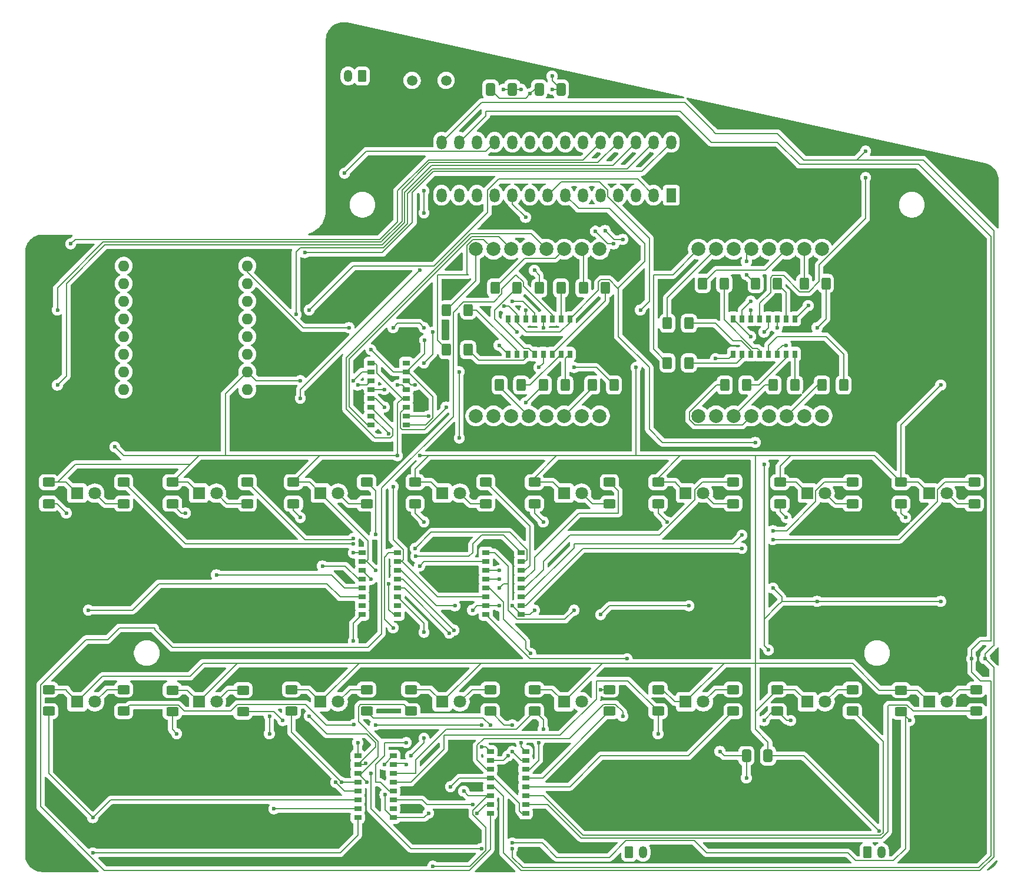
<source format=gbr>
%TF.GenerationSoftware,KiCad,Pcbnew,9.0.3*%
%TF.CreationDate,2026-01-12T23:46:14+01:00*%
%TF.ProjectId,Learning_Numbers,4c656172-6e69-46e6-975f-4e756d626572,rev?*%
%TF.SameCoordinates,Original*%
%TF.FileFunction,Copper,L2,Bot*%
%TF.FilePolarity,Positive*%
%FSLAX46Y46*%
G04 Gerber Fmt 4.6, Leading zero omitted, Abs format (unit mm)*
G04 Created by KiCad (PCBNEW 9.0.3) date 2026-01-12 23:46:14*
%MOMM*%
%LPD*%
G01*
G04 APERTURE LIST*
G04 Aperture macros list*
%AMRoundRect*
0 Rectangle with rounded corners*
0 $1 Rounding radius*
0 $2 $3 $4 $5 $6 $7 $8 $9 X,Y pos of 4 corners*
0 Add a 4 corners polygon primitive as box body*
4,1,4,$2,$3,$4,$5,$6,$7,$8,$9,$2,$3,0*
0 Add four circle primitives for the rounded corners*
1,1,$1+$1,$2,$3*
1,1,$1+$1,$4,$5*
1,1,$1+$1,$6,$7*
1,1,$1+$1,$8,$9*
0 Add four rect primitives between the rounded corners*
20,1,$1+$1,$2,$3,$4,$5,0*
20,1,$1+$1,$4,$5,$6,$7,0*
20,1,$1+$1,$6,$7,$8,$9,0*
20,1,$1+$1,$8,$9,$2,$3,0*%
G04 Aperture macros list end*
%TA.AperFunction,ComponentPad*%
%ADD10R,1.800000X1.800000*%
%TD*%
%TA.AperFunction,ComponentPad*%
%ADD11C,1.800000*%
%TD*%
%TA.AperFunction,ComponentPad*%
%ADD12C,2.000000*%
%TD*%
%TA.AperFunction,SMDPad,CuDef*%
%ADD13RoundRect,0.250000X0.400000X0.625000X-0.400000X0.625000X-0.400000X-0.625000X0.400000X-0.625000X0*%
%TD*%
%TA.AperFunction,SMDPad,CuDef*%
%ADD14RoundRect,0.250000X-0.625000X0.400000X-0.625000X-0.400000X0.625000X-0.400000X0.625000X0.400000X0*%
%TD*%
%TA.AperFunction,ComponentPad*%
%ADD15C,1.500000*%
%TD*%
%TA.AperFunction,SMDPad,CuDef*%
%ADD16RoundRect,0.250000X0.625000X-0.400000X0.625000X0.400000X-0.625000X0.400000X-0.625000X-0.400000X0*%
%TD*%
%TA.AperFunction,SMDPad,CuDef*%
%ADD17RoundRect,0.114000X0.436000X0.266000X-0.436000X0.266000X-0.436000X-0.266000X0.436000X-0.266000X0*%
%TD*%
%TA.AperFunction,ComponentPad*%
%ADD18RoundRect,0.250000X-0.350000X-0.625000X0.350000X-0.625000X0.350000X0.625000X-0.350000X0.625000X0*%
%TD*%
%TA.AperFunction,ComponentPad*%
%ADD19O,1.200000X1.750000*%
%TD*%
%TA.AperFunction,SMDPad,CuDef*%
%ADD20RoundRect,0.250000X-0.412500X-0.650000X0.412500X-0.650000X0.412500X0.650000X-0.412500X0.650000X0*%
%TD*%
%TA.AperFunction,ComponentPad*%
%ADD21R,1.440000X2.000000*%
%TD*%
%TA.AperFunction,ComponentPad*%
%ADD22O,1.440000X2.000000*%
%TD*%
%TA.AperFunction,SMDPad,CuDef*%
%ADD23RoundRect,0.250000X0.412500X0.650000X-0.412500X0.650000X-0.412500X-0.650000X0.412500X-0.650000X0*%
%TD*%
%TA.AperFunction,SMDPad,CuDef*%
%ADD24RoundRect,0.114000X0.266000X-0.436000X0.266000X0.436000X-0.266000X0.436000X-0.266000X-0.436000X0*%
%TD*%
%TA.AperFunction,SMDPad,CuDef*%
%ADD25RoundRect,0.114000X-0.436000X-0.266000X0.436000X-0.266000X0.436000X0.266000X-0.436000X0.266000X0*%
%TD*%
%TA.AperFunction,ComponentPad*%
%ADD26RoundRect,0.250000X0.350000X0.625000X-0.350000X0.625000X-0.350000X-0.625000X0.350000X-0.625000X0*%
%TD*%
%TA.AperFunction,ComponentPad*%
%ADD27O,1.600000X1.600000*%
%TD*%
%TA.AperFunction,ViaPad*%
%ADD28C,0.600000*%
%TD*%
%TA.AperFunction,Conductor*%
%ADD29C,0.200000*%
%TD*%
G04 APERTURE END LIST*
D10*
%TO.P,D8,1,K*%
%TO.N,GND*%
X182480000Y-107000000D03*
D11*
%TO.P,D8,2,A*%
%TO.N,Net-(D8-A)*%
X185020000Y-107000000D03*
%TD*%
D10*
%TO.P,D5,1,K*%
%TO.N,GND*%
X129980000Y-107000000D03*
D11*
%TO.P,D5,2,A*%
%TO.N,Net-(D5-A)*%
X132520000Y-107000000D03*
%TD*%
D10*
%TO.P,D4,1,K*%
%TO.N,GND*%
X112480000Y-107000000D03*
D11*
%TO.P,D4,2,A*%
%TO.N,Net-(D4-A)*%
X115020000Y-107000000D03*
%TD*%
D10*
%TO.P,D16,1,K*%
%TO.N,GND*%
X182480000Y-137000000D03*
D11*
%TO.P,D16,2,A*%
%TO.N,Net-(D16-A)*%
X185020000Y-137000000D03*
%TD*%
D10*
%TO.P,D6,1,K*%
%TO.N,GND*%
X147480000Y-107000000D03*
D11*
%TO.P,D6,2,A*%
%TO.N,Net-(D6-A)*%
X150020000Y-107000000D03*
%TD*%
D10*
%TO.P,D7,1,K*%
%TO.N,GND*%
X164980000Y-107000000D03*
D11*
%TO.P,D7,2,A*%
%TO.N,Net-(D7-A)*%
X167520000Y-107000000D03*
%TD*%
D10*
%TO.P,D2,1,K*%
%TO.N,GND*%
X77480000Y-107000000D03*
D11*
%TO.P,D2,2,A*%
%TO.N,Net-(D2-A)*%
X80020000Y-107000000D03*
%TD*%
D10*
%TO.P,D1,1,K*%
%TO.N,GND*%
X59980000Y-107000000D03*
D11*
%TO.P,D1,2,A*%
%TO.N,Net-(D1-A)*%
X62520000Y-107000000D03*
%TD*%
D10*
%TO.P,D12,1,K*%
%TO.N,GND*%
X112480000Y-137000000D03*
D11*
%TO.P,D12,2,A*%
%TO.N,Net-(D12-A)*%
X115020000Y-137000000D03*
%TD*%
D12*
%TO.P,U9,1*%
%TO.N,row5*%
X117310000Y-95890000D03*
%TO.P,U9,2*%
%TO.N,row7*%
X119850000Y-95890000D03*
%TO.P,U9,3*%
%TO.N,Net-(R35-Pad2)*%
X122390000Y-95890000D03*
%TO.P,U9,4*%
%TO.N,Net-(R36-Pad2)*%
X124930000Y-95890000D03*
%TO.P,U9,5*%
%TO.N,row8*%
X127470000Y-95890000D03*
%TO.P,U9,6*%
%TO.N,Net-(R38-Pad2)*%
X130010000Y-95890000D03*
%TO.P,U9,7*%
%TO.N,row6*%
X132550000Y-95890000D03*
%TO.P,U9,8*%
%TO.N,row3*%
X135090000Y-95890000D03*
%TO.P,U9,9*%
%TO.N,row1*%
X135090000Y-71890000D03*
%TO.P,U9,10*%
%TO.N,Net-(R37-Pad2)*%
X132550000Y-71890000D03*
%TO.P,U9,11*%
%TO.N,Net-(R39-Pad2)*%
X130010000Y-71890000D03*
%TO.P,U9,12*%
%TO.N,row4*%
X127470000Y-71890000D03*
%TO.P,U9,13*%
%TO.N,Net-(R34-Pad2)*%
X124930000Y-71890000D03*
%TO.P,U9,14*%
%TO.N,row2*%
X122390000Y-71890000D03*
%TO.P,U9,15*%
%TO.N,Net-(R40-Pad2)*%
X119850000Y-71890000D03*
%TO.P,U9,16*%
%TO.N,Net-(R41-Pad2)*%
X117310000Y-71890000D03*
%TD*%
D10*
%TO.P,D9,1,K*%
%TO.N,GND*%
X59980000Y-137000000D03*
D11*
%TO.P,D9,2,A*%
%TO.N,Net-(D9-A)*%
X62520000Y-137000000D03*
%TD*%
D10*
%TO.P,D15,1,K*%
%TO.N,GND*%
X164980000Y-137000000D03*
D11*
%TO.P,D15,2,A*%
%TO.N,Net-(D15-A)*%
X167520000Y-137000000D03*
%TD*%
D10*
%TO.P,D11,1,K*%
%TO.N,GND*%
X94980000Y-137000000D03*
D11*
%TO.P,D11,2,A*%
%TO.N,Net-(D11-A)*%
X97520000Y-137000000D03*
%TD*%
D10*
%TO.P,D14,1,K*%
%TO.N,GND*%
X147480000Y-137000000D03*
D11*
%TO.P,D14,2,A*%
%TO.N,Net-(D14-A)*%
X150020000Y-137000000D03*
%TD*%
D12*
%TO.P,U10,1*%
%TO.N,row5*%
X149310000Y-95890000D03*
%TO.P,U10,2*%
%TO.N,row7*%
X151850000Y-95890000D03*
%TO.P,U10,3*%
%TO.N,Net-(R43-Pad2)*%
X154390000Y-95890000D03*
%TO.P,U10,4*%
%TO.N,Net-(R44-Pad2)*%
X156930000Y-95890000D03*
%TO.P,U10,5*%
%TO.N,row8*%
X159470000Y-95890000D03*
%TO.P,U10,6*%
%TO.N,Net-(R46-Pad2)*%
X162010000Y-95890000D03*
%TO.P,U10,7*%
%TO.N,row6*%
X164550000Y-95890000D03*
%TO.P,U10,8*%
%TO.N,row3*%
X167090000Y-95890000D03*
%TO.P,U10,9*%
%TO.N,row1*%
X167090000Y-71890000D03*
%TO.P,U10,10*%
%TO.N,Net-(R45-Pad2)*%
X164550000Y-71890000D03*
%TO.P,U10,11*%
%TO.N,Net-(R47-Pad2)*%
X162010000Y-71890000D03*
%TO.P,U10,12*%
%TO.N,row4*%
X159470000Y-71890000D03*
%TO.P,U10,13*%
%TO.N,Net-(R42-Pad2)*%
X156930000Y-71890000D03*
%TO.P,U10,14*%
%TO.N,row2*%
X154390000Y-71890000D03*
%TO.P,U10,15*%
%TO.N,Net-(R48-Pad2)*%
X151850000Y-71890000D03*
%TO.P,U10,16*%
%TO.N,Net-(R49-Pad2)*%
X149310000Y-71890000D03*
%TD*%
D10*
%TO.P,D13,1,K*%
%TO.N,GND*%
X129980000Y-137000000D03*
D11*
%TO.P,D13,2,A*%
%TO.N,Net-(D13-A)*%
X132520000Y-137000000D03*
%TD*%
D10*
%TO.P,D3,1,K*%
%TO.N,GND*%
X94980000Y-107000000D03*
D11*
%TO.P,D3,2,A*%
%TO.N,Net-(D3-A)*%
X97520000Y-107000000D03*
%TD*%
D10*
%TO.P,D10,1,K*%
%TO.N,GND*%
X77480000Y-137000000D03*
D11*
%TO.P,D10,2,A*%
%TO.N,Net-(D10-A)*%
X80020000Y-137000000D03*
%TD*%
D13*
%TO.P,R42,1*%
%TO.N,col9*%
X160655000Y-76835000D03*
%TO.P,R42,2*%
%TO.N,Net-(R42-Pad2)*%
X157555000Y-76835000D03*
%TD*%
D14*
%TO.P,R16,1*%
%TO.N,Net-(D16-A)*%
X189230000Y-135255000D03*
%TO.P,R16,2*%
%TO.N,led16*%
X189230000Y-138355000D03*
%TD*%
D15*
%TO.P,Y1,1,1*%
%TO.N,XTAL2*%
X113030000Y-47625000D03*
%TO.P,Y1,2,2*%
%TO.N,XTAL1*%
X108150000Y-47625000D03*
%TD*%
D16*
%TO.P,R26,1*%
%TO.N,Switch10*%
X73660000Y-138430000D03*
%TO.P,R26,2*%
%TO.N,GND*%
X73660000Y-135330000D03*
%TD*%
D17*
%TO.P,U7,1,QB*%
%TO.N,led2*%
X123825000Y-115570000D03*
%TO.P,U7,2,QC*%
%TO.N,led3*%
X123825000Y-116840000D03*
%TO.P,U7,3,QD*%
%TO.N,led4*%
X123825000Y-118110000D03*
%TO.P,U7,4,QE*%
%TO.N,led5*%
X123825000Y-119380000D03*
%TO.P,U7,5,QF*%
%TO.N,led6*%
X123825000Y-120650000D03*
%TO.P,U7,6,QG*%
%TO.N,led7*%
X123825000Y-121920000D03*
%TO.P,U7,7,QH*%
%TO.N,led8*%
X123825000Y-123190000D03*
%TO.P,U7,8,GND*%
%TO.N,GND*%
X123825000Y-124460000D03*
%TO.P,U7,9,QH'*%
%TO.N,Net-(U7-QH')*%
X118745000Y-124460000D03*
%TO.P,U7,10,~{SRCLR}*%
%TO.N,VCC*%
X118745000Y-123190000D03*
%TO.P,U7,11,SRCLK*%
%TO.N,CLOCK*%
X118745000Y-121920000D03*
%TO.P,U7,12,RCLK*%
%TO.N,LATCH*%
X118745000Y-120650000D03*
%TO.P,U7,13,~{OE}*%
%TO.N,GND*%
X118745000Y-119380000D03*
%TO.P,U7,14,SER*%
%TO.N,SER*%
X118745000Y-118110000D03*
%TO.P,U7,15,QA*%
%TO.N,led1*%
X118745000Y-116840000D03*
%TO.P,U7,16,VCC*%
%TO.N,VCC*%
X118745000Y-115570000D03*
%TD*%
D14*
%TO.P,R4,1*%
%TO.N,led4*%
X118745000Y-105410000D03*
%TO.P,R4,2*%
%TO.N,Net-(D4-A)*%
X118745000Y-108510000D03*
%TD*%
%TO.P,R11,1*%
%TO.N,Net-(D11-A)*%
X101600000Y-135255000D03*
%TO.P,R11,2*%
%TO.N,led11*%
X101600000Y-138355000D03*
%TD*%
D13*
%TO.P,R34,1*%
%TO.N,col1*%
X129540000Y-77470000D03*
%TO.P,R34,2*%
%TO.N,Net-(R34-Pad2)*%
X126440000Y-77470000D03*
%TD*%
%TO.P,R49,1*%
%TO.N,col16*%
X147955000Y-88265000D03*
%TO.P,R49,2*%
%TO.N,Net-(R49-Pad2)*%
X144855000Y-88265000D03*
%TD*%
D14*
%TO.P,R1,1*%
%TO.N,led1*%
X66675000Y-105410000D03*
%TO.P,R1,2*%
%TO.N,Net-(D1-A)*%
X66675000Y-108510000D03*
%TD*%
D16*
%TO.P,R21,1*%
%TO.N,Switch5*%
X125730000Y-108510000D03*
%TO.P,R21,2*%
%TO.N,GND*%
X125730000Y-105410000D03*
%TD*%
%TO.P,R30,1*%
%TO.N,Switch14*%
X143510000Y-138355000D03*
%TO.P,R30,2*%
%TO.N,GND*%
X143510000Y-135255000D03*
%TD*%
D18*
%TO.P,BT1,1,+*%
%TO.N,Net-(BT1-+)*%
X173625000Y-158660000D03*
D19*
%TO.P,BT1,2,-*%
%TO.N,GND*%
X175625000Y-158660000D03*
%TD*%
D13*
%TO.P,R46,1*%
%TO.N,col13*%
X170180000Y-91440000D03*
%TO.P,R46,2*%
%TO.N,Net-(R46-Pad2)*%
X167080000Y-91440000D03*
%TD*%
D14*
%TO.P,R15,1*%
%TO.N,Net-(D15-A)*%
X171450000Y-135255000D03*
%TO.P,R15,2*%
%TO.N,led15*%
X171450000Y-138355000D03*
%TD*%
D17*
%TO.P,U2,1,~{PL}*%
%TO.N,PL*%
X106045000Y-115570000D03*
%TO.P,U2,2,CP*%
%TO.N,CLOCK*%
X106045000Y-116840000D03*
%TO.P,U2,3,D4*%
%TO.N,Switch5*%
X106045000Y-118110000D03*
%TO.P,U2,4,D5*%
%TO.N,Switch6*%
X106045000Y-119380000D03*
%TO.P,U2,5,D6*%
%TO.N,Switch7*%
X106045000Y-120650000D03*
%TO.P,U2,6,D7*%
%TO.N,Switch8*%
X106045000Y-121920000D03*
%TO.P,U2,7,~{Q7}*%
%TO.N,unconnected-(U2-~{Q7}-Pad7)*%
X106045000Y-123190000D03*
%TO.P,U2,8,GND*%
%TO.N,GND*%
X106045000Y-124460000D03*
%TO.P,U2,9,Q7*%
%TO.N,Net-(U2-Q7)*%
X100965000Y-124460000D03*
%TO.P,U2,10,DS*%
%TO.N,unconnected-(U2-DS-Pad10)*%
X100965000Y-123190000D03*
%TO.P,U2,11,D0*%
%TO.N,Switch1*%
X100965000Y-121920000D03*
%TO.P,U2,12,D1*%
%TO.N,Switch2*%
X100965000Y-120650000D03*
%TO.P,U2,13,D2*%
%TO.N,Switch3*%
X100965000Y-119380000D03*
%TO.P,U2,14,D3*%
%TO.N,Switch4*%
X100965000Y-118110000D03*
%TO.P,U2,15,~{CE}*%
%TO.N,GND*%
X100965000Y-116840000D03*
%TO.P,U2,16,VCC*%
%TO.N,VCC*%
X100965000Y-115570000D03*
%TD*%
D16*
%TO.P,R19,1*%
%TO.N,Switch3*%
X91085000Y-108510000D03*
%TO.P,R19,2*%
%TO.N,GND*%
X91085000Y-105410000D03*
%TD*%
D14*
%TO.P,R8,1*%
%TO.N,led8*%
X188976000Y-105410000D03*
%TO.P,R8,2*%
%TO.N,Net-(D8-A)*%
X188976000Y-108510000D03*
%TD*%
D16*
%TO.P,R24,1*%
%TO.N,Switch8*%
X178435000Y-108510000D03*
%TO.P,R24,2*%
%TO.N,GND*%
X178435000Y-105410000D03*
%TD*%
D14*
%TO.P,R12,1*%
%TO.N,Net-(D12-A)*%
X119380000Y-135255000D03*
%TO.P,R12,2*%
%TO.N,led12*%
X119380000Y-138355000D03*
%TD*%
D20*
%TO.P,C1,1*%
%TO.N,VCC*%
X156210000Y-144780000D03*
%TO.P,C1,2*%
%TO.N,GND*%
X159335000Y-144780000D03*
%TD*%
D16*
%TO.P,R25,1*%
%TO.N,Switch9*%
X55880000Y-138355000D03*
%TO.P,R25,2*%
%TO.N,GND*%
X55880000Y-135255000D03*
%TD*%
D21*
%TO.P,U1,1,~{RESET}/PC6*%
%TO.N,unconnected-(U1-~{RESET}{slash}PC6-Pad1)*%
X145415000Y-64135000D03*
D22*
%TO.P,U1,2,PD0*%
%TO.N,DFPlayer_TX*%
X142875000Y-64135000D03*
%TO.P,U1,3,PD1*%
%TO.N,DFPlayer_RX*%
X140335000Y-64135000D03*
%TO.P,U1,4,PD2*%
%TO.N,unconnected-(U1-PD2-Pad4)*%
X137795000Y-64135000D03*
%TO.P,U1,5,PD3*%
%TO.N,unconnected-(U1-PD3-Pad5)*%
X135255000Y-64135000D03*
%TO.P,U1,6,PD4*%
%TO.N,unconnected-(U1-PD4-Pad6)*%
X132715000Y-64135000D03*
%TO.P,U1,7,VCC*%
%TO.N,VCC*%
X130175000Y-64135000D03*
%TO.P,U1,8,GND*%
%TO.N,GND*%
X127635000Y-64135000D03*
%TO.P,U1,9,XTAL1/PB6*%
%TO.N,XTAL1*%
X125095000Y-64135000D03*
%TO.P,U1,10,XTAL2/PB7*%
%TO.N,XTAL2*%
X122555000Y-64135000D03*
%TO.P,U1,11,PD5*%
%TO.N,unconnected-(U1-PD5-Pad11)*%
X120015000Y-64135000D03*
%TO.P,U1,12,PD6*%
%TO.N,unconnected-(U1-PD6-Pad12)*%
X117475000Y-64135000D03*
%TO.P,U1,13,PD7*%
%TO.N,unconnected-(U1-PD7-Pad13)*%
X114935000Y-64135000D03*
%TO.P,U1,14,PB0*%
%TO.N,unconnected-(U1-PB0-Pad14)*%
X112395000Y-64135000D03*
%TO.P,U1,15,PB1*%
%TO.N,LATCH*%
X112395000Y-56515000D03*
%TO.P,U1,16,PB2*%
%TO.N,PL*%
X114935000Y-56515000D03*
%TO.P,U1,17,PB3*%
%TO.N,SER*%
X117475000Y-56515000D03*
%TO.P,U1,18,PB4*%
%TO.N,Net-(U1-PB4)*%
X120015000Y-56515000D03*
%TO.P,U1,19,PB5*%
%TO.N,CLOCK*%
X122555000Y-56515000D03*
%TO.P,U1,20,AVCC*%
%TO.N,unconnected-(U1-AVCC-Pad20)*%
X125095000Y-56515000D03*
%TO.P,U1,21,AREF*%
%TO.N,unconnected-(U1-AREF-Pad21)*%
X127635000Y-56515000D03*
%TO.P,U1,22,GND*%
%TO.N,GND*%
X130175000Y-56515000D03*
%TO.P,U1,23,PC0*%
%TO.N,PC0*%
X132715000Y-56515000D03*
%TO.P,U1,24,PC1*%
%TO.N,PC1*%
X135255000Y-56515000D03*
%TO.P,U1,25,PC2*%
%TO.N,PC2*%
X137795000Y-56515000D03*
%TO.P,U1,26,PC3*%
%TO.N,PC3*%
X140335000Y-56515000D03*
%TO.P,U1,27,PC4*%
%TO.N,PC4*%
X142875000Y-56515000D03*
%TO.P,U1,28,PC5*%
%TO.N,PC5*%
X145415000Y-56515000D03*
%TD*%
D16*
%TO.P,R22,1*%
%TO.N,Switch6*%
X143510000Y-108510000D03*
%TO.P,R22,2*%
%TO.N,GND*%
X143510000Y-105410000D03*
%TD*%
%TO.P,R23,1*%
%TO.N,Switch7*%
X161036000Y-108510000D03*
%TO.P,R23,2*%
%TO.N,GND*%
X161036000Y-105410000D03*
%TD*%
D13*
%TO.P,R39,1*%
%TO.N,col6*%
X123190000Y-77470000D03*
%TO.P,R39,2*%
%TO.N,Net-(R39-Pad2)*%
X120090000Y-77470000D03*
%TD*%
D18*
%TO.P,SW1,1*%
%TO.N,Net-(BT1-+)*%
X139335000Y-158660000D03*
D19*
%TO.P,SW1,2*%
%TO.N,VCC*%
X141335000Y-158660000D03*
%TD*%
D13*
%TO.P,R48,1*%
%TO.N,col15*%
X147955000Y-82550000D03*
%TO.P,R48,2*%
%TO.N,Net-(R48-Pad2)*%
X144855000Y-82550000D03*
%TD*%
D16*
%TO.P,R32,1*%
%TO.N,Switch16*%
X178435000Y-138430000D03*
%TO.P,R32,2*%
%TO.N,GND*%
X178435000Y-135330000D03*
%TD*%
D13*
%TO.P,R45,1*%
%TO.N,col12*%
X167640000Y-76835000D03*
%TO.P,R45,2*%
%TO.N,Net-(R45-Pad2)*%
X164540000Y-76835000D03*
%TD*%
D16*
%TO.P,R29,1*%
%TO.N,Switch13*%
X125730000Y-138355000D03*
%TO.P,R29,2*%
%TO.N,GND*%
X125730000Y-135255000D03*
%TD*%
D23*
%TO.P,C2,1*%
%TO.N,XTAL1*%
X122555000Y-48895000D03*
%TO.P,C2,2*%
%TO.N,GND*%
X119430000Y-48895000D03*
%TD*%
D24*
%TO.P,U4,1,QB*%
%TO.N,col2*%
X130810000Y-86995000D03*
%TO.P,U4,2,QC*%
%TO.N,col3*%
X129540000Y-86995000D03*
%TO.P,U4,3,QD*%
%TO.N,col4*%
X128270000Y-86995000D03*
%TO.P,U4,4,QE*%
%TO.N,col5*%
X127000000Y-86995000D03*
%TO.P,U4,5,QF*%
%TO.N,col6*%
X125730000Y-86995000D03*
%TO.P,U4,6,QG*%
%TO.N,col7*%
X124460000Y-86995000D03*
%TO.P,U4,7,QH*%
%TO.N,col8*%
X123190000Y-86995000D03*
%TO.P,U4,8,GND*%
%TO.N,GND*%
X121920000Y-86995000D03*
%TO.P,U4,9,QH'*%
%TO.N,Net-(U4-QH')*%
X121920000Y-81915000D03*
%TO.P,U4,10,~{SRCLR}*%
%TO.N,VCC*%
X123190000Y-81915000D03*
%TO.P,U4,11,SRCLK*%
%TO.N,CLOCK*%
X124460000Y-81915000D03*
%TO.P,U4,12,RCLK*%
%TO.N,LATCH*%
X125730000Y-81915000D03*
%TO.P,U4,13,~{OE}*%
%TO.N,GND*%
X127000000Y-81915000D03*
%TO.P,U4,14,SER*%
%TO.N,Net-(U4-SER)*%
X128270000Y-81915000D03*
%TO.P,U4,15,QA*%
%TO.N,col1*%
X129540000Y-81915000D03*
%TO.P,U4,16,VCC*%
%TO.N,VCC*%
X130810000Y-81915000D03*
%TD*%
D25*
%TO.P,U6,1,QB*%
%TO.N,row2*%
X102235000Y-97155000D03*
%TO.P,U6,2,QC*%
%TO.N,row3*%
X102235000Y-95885000D03*
%TO.P,U6,3,QD*%
%TO.N,row4*%
X102235000Y-94615000D03*
%TO.P,U6,4,QE*%
%TO.N,row5*%
X102235000Y-93345000D03*
%TO.P,U6,5,QF*%
%TO.N,row6*%
X102235000Y-92075000D03*
%TO.P,U6,6,QG*%
%TO.N,row7*%
X102235000Y-90805000D03*
%TO.P,U6,7,QH*%
%TO.N,row8*%
X102235000Y-89535000D03*
%TO.P,U6,8,GND*%
%TO.N,GND*%
X102235000Y-88265000D03*
%TO.P,U6,9,QH'*%
%TO.N,unconnected-(U6-QH'-Pad9)*%
X107315000Y-88265000D03*
%TO.P,U6,10,~{SRCLR}*%
%TO.N,VCC*%
X107315000Y-89535000D03*
%TO.P,U6,11,SRCLK*%
%TO.N,CLOCK*%
X107315000Y-90805000D03*
%TO.P,U6,12,RCLK*%
%TO.N,LATCH*%
X107315000Y-92075000D03*
%TO.P,U6,13,~{OE}*%
%TO.N,GND*%
X107315000Y-93345000D03*
%TO.P,U6,14,SER*%
%TO.N,Net-(U5-QH')*%
X107315000Y-94615000D03*
%TO.P,U6,15,QA*%
%TO.N,row1*%
X107315000Y-95885000D03*
%TO.P,U6,16,VCC*%
%TO.N,VCC*%
X107315000Y-97155000D03*
%TD*%
D13*
%TO.P,R41,1*%
%TO.N,col8*%
X116205000Y-80645000D03*
%TO.P,R41,2*%
%TO.N,Net-(R41-Pad2)*%
X113105000Y-80645000D03*
%TD*%
%TO.P,R44,1*%
%TO.N,col11*%
X156210000Y-91440000D03*
%TO.P,R44,2*%
%TO.N,Net-(R44-Pad2)*%
X153110000Y-91440000D03*
%TD*%
D14*
%TO.P,R3,1*%
%TO.N,led3*%
X101600000Y-105410000D03*
%TO.P,R3,2*%
%TO.N,Net-(D3-A)*%
X101600000Y-108510000D03*
%TD*%
D16*
%TO.P,R28,1*%
%TO.N,Switch12*%
X107950000Y-138355000D03*
%TO.P,R28,2*%
%TO.N,GND*%
X107950000Y-135255000D03*
%TD*%
D23*
%TO.P,C3,1*%
%TO.N,XTAL2*%
X129540000Y-48895000D03*
%TO.P,C3,2*%
%TO.N,GND*%
X126415000Y-48895000D03*
%TD*%
D13*
%TO.P,R37,1*%
%TO.N,col4*%
X135890000Y-77470000D03*
%TO.P,R37,2*%
%TO.N,Net-(R37-Pad2)*%
X132790000Y-77470000D03*
%TD*%
D26*
%TO.P,LS1,1,1*%
%TO.N,Net-(U11-SPK_1)*%
X100965000Y-46990000D03*
D19*
%TO.P,LS1,2,2*%
%TO.N,GND*%
X98965000Y-46990000D03*
%TD*%
D17*
%TO.P,U8,1,QB*%
%TO.N,led10*%
X124460000Y-144145000D03*
%TO.P,U8,2,QC*%
%TO.N,led11*%
X124460000Y-145415000D03*
%TO.P,U8,3,QD*%
%TO.N,led12*%
X124460000Y-146685000D03*
%TO.P,U8,4,QE*%
%TO.N,led13*%
X124460000Y-147955000D03*
%TO.P,U8,5,QF*%
%TO.N,led14*%
X124460000Y-149225000D03*
%TO.P,U8,6,QG*%
%TO.N,led15*%
X124460000Y-150495000D03*
%TO.P,U8,7,QH*%
%TO.N,led16*%
X124460000Y-151765000D03*
%TO.P,U8,8,GND*%
%TO.N,GND*%
X124460000Y-153035000D03*
%TO.P,U8,9,QH'*%
%TO.N,Net-(U4-SER)*%
X119380000Y-153035000D03*
%TO.P,U8,10,~{SRCLR}*%
%TO.N,VCC*%
X119380000Y-151765000D03*
%TO.P,U8,11,SRCLK*%
%TO.N,CLOCK*%
X119380000Y-150495000D03*
%TO.P,U8,12,RCLK*%
%TO.N,LATCH*%
X119380000Y-149225000D03*
%TO.P,U8,13,~{OE}*%
%TO.N,GND*%
X119380000Y-147955000D03*
%TO.P,U8,14,SER*%
%TO.N,Net-(U7-QH')*%
X119380000Y-146685000D03*
%TO.P,U8,15,QA*%
%TO.N,led9*%
X119380000Y-145415000D03*
%TO.P,U8,16,VCC*%
%TO.N,VCC*%
X119380000Y-144145000D03*
%TD*%
D14*
%TO.P,R2,1*%
%TO.N,led2*%
X84455000Y-105410000D03*
%TO.P,R2,2*%
%TO.N,Net-(D2-A)*%
X84455000Y-108510000D03*
%TD*%
%TO.P,R9,1*%
%TO.N,Net-(D9-A)*%
X66675000Y-135255000D03*
%TO.P,R9,2*%
%TO.N,led9*%
X66675000Y-138355000D03*
%TD*%
D13*
%TO.P,R47,1*%
%TO.N,col14*%
X153035000Y-76835000D03*
%TO.P,R47,2*%
%TO.N,Net-(R47-Pad2)*%
X149935000Y-76835000D03*
%TD*%
D14*
%TO.P,R5,1*%
%TO.N,led5*%
X136525000Y-105410000D03*
%TO.P,R5,2*%
%TO.N,Net-(D5-A)*%
X136525000Y-108510000D03*
%TD*%
D16*
%TO.P,R20,1*%
%TO.N,Switch4*%
X108585000Y-108510000D03*
%TO.P,R20,2*%
%TO.N,GND*%
X108585000Y-105410000D03*
%TD*%
D13*
%TO.P,R38,1*%
%TO.N,col5*%
X137160000Y-91440000D03*
%TO.P,R38,2*%
%TO.N,Net-(R38-Pad2)*%
X134060000Y-91440000D03*
%TD*%
D24*
%TO.P,U5,1,QB*%
%TO.N,col10*%
X163195000Y-86995000D03*
%TO.P,U5,2,QC*%
%TO.N,col11*%
X161925000Y-86995000D03*
%TO.P,U5,3,QD*%
%TO.N,col12*%
X160655000Y-86995000D03*
%TO.P,U5,4,QE*%
%TO.N,col13*%
X159385000Y-86995000D03*
%TO.P,U5,5,QF*%
%TO.N,col14*%
X158115000Y-86995000D03*
%TO.P,U5,6,QG*%
%TO.N,col15*%
X156845000Y-86995000D03*
%TO.P,U5,7,QH*%
%TO.N,col16*%
X155575000Y-86995000D03*
%TO.P,U5,8,GND*%
%TO.N,GND*%
X154305000Y-86995000D03*
%TO.P,U5,9,QH'*%
%TO.N,Net-(U5-QH')*%
X154305000Y-81915000D03*
%TO.P,U5,10,~{SRCLR}*%
%TO.N,VCC*%
X155575000Y-81915000D03*
%TO.P,U5,11,SRCLK*%
%TO.N,CLOCK*%
X156845000Y-81915000D03*
%TO.P,U5,12,RCLK*%
%TO.N,LATCH*%
X158115000Y-81915000D03*
%TO.P,U5,13,~{OE}*%
%TO.N,GND*%
X159385000Y-81915000D03*
%TO.P,U5,14,SER*%
%TO.N,Net-(U4-QH')*%
X160655000Y-81915000D03*
%TO.P,U5,15,QA*%
%TO.N,col9*%
X161925000Y-81915000D03*
%TO.P,U5,16,VCC*%
%TO.N,VCC*%
X163195000Y-81915000D03*
%TD*%
D27*
%TO.P,U11,1,VCC*%
%TO.N,VCC*%
X84455000Y-74295000D03*
%TO.P,U11,2,RX*%
%TO.N,Net-(U11-RX)*%
X84455000Y-76835000D03*
%TO.P,U11,3,TX*%
%TO.N,DFPlayer_TX*%
X84455000Y-79375000D03*
%TO.P,U11,4,DAC_R*%
%TO.N,unconnected-(U11-DAC_R-Pad4)*%
X84455000Y-81915000D03*
%TO.P,U11,5,DAC_L*%
%TO.N,unconnected-(U11-DAC_L-Pad5)*%
X84455000Y-84455000D03*
%TO.P,U11,6,SPK_1*%
%TO.N,Net-(U11-SPK_1)*%
X84455000Y-86995000D03*
%TO.P,U11,7,GND*%
%TO.N,GND*%
X84455000Y-89535000D03*
%TO.P,U11,8,SPK_2*%
%TO.N,unconnected-(U11-SPK_2-Pad8)*%
X84455000Y-92075000D03*
%TO.P,U11,9,IO_1*%
%TO.N,unconnected-(U11-IO_1-Pad9)*%
X66675000Y-92075000D03*
%TO.P,U11,10,GND*%
%TO.N,unconnected-(U11-GND-Pad10)*%
X66675000Y-89535000D03*
%TO.P,U11,11,IO_2*%
%TO.N,unconnected-(U11-IO_2-Pad11)*%
X66675000Y-86995000D03*
%TO.P,U11,12,KEY_1*%
%TO.N,unconnected-(U11-KEY_1-Pad12)*%
X66675000Y-84455000D03*
%TO.P,U11,13,KEY_2*%
%TO.N,unconnected-(U11-KEY_2-Pad13)*%
X66675000Y-81915000D03*
%TO.P,U11,14,USB+*%
%TO.N,unconnected-(U11-USB+-Pad14)*%
X66675000Y-79375000D03*
%TO.P,U11,15,USB-*%
%TO.N,unconnected-(U11-USB--Pad15)*%
X66675000Y-76835000D03*
%TO.P,U11,16,BUSY*%
%TO.N,unconnected-(U11-BUSY-Pad16)*%
X66675000Y-74295000D03*
%TD*%
D16*
%TO.P,R17,1*%
%TO.N,Switch1*%
X55880000Y-108510000D03*
%TO.P,R17,2*%
%TO.N,GND*%
X55880000Y-105410000D03*
%TD*%
D13*
%TO.P,R35,1*%
%TO.N,col2*%
X130175000Y-91440000D03*
%TO.P,R35,2*%
%TO.N,Net-(R35-Pad2)*%
X127075000Y-91440000D03*
%TD*%
D16*
%TO.P,R18,1*%
%TO.N,Switch2*%
X73660000Y-108510000D03*
%TO.P,R18,2*%
%TO.N,GND*%
X73660000Y-105410000D03*
%TD*%
%TO.P,R31,1*%
%TO.N,Switch15*%
X160655000Y-138355000D03*
%TO.P,R31,2*%
%TO.N,GND*%
X160655000Y-135255000D03*
%TD*%
D13*
%TO.P,R40,1*%
%TO.N,col7*%
X116205000Y-86360000D03*
%TO.P,R40,2*%
%TO.N,Net-(R40-Pad2)*%
X113105000Y-86360000D03*
%TD*%
D14*
%TO.P,R10,1*%
%TO.N,Net-(D10-A)*%
X83820000Y-135330000D03*
%TO.P,R10,2*%
%TO.N,led10*%
X83820000Y-138430000D03*
%TD*%
D16*
%TO.P,R27,1*%
%TO.N,Switch11*%
X90805000Y-138355000D03*
%TO.P,R27,2*%
%TO.N,GND*%
X90805000Y-135255000D03*
%TD*%
D14*
%TO.P,R13,1*%
%TO.N,Net-(D13-A)*%
X136525000Y-135255000D03*
%TO.P,R13,2*%
%TO.N,led13*%
X136525000Y-138355000D03*
%TD*%
D13*
%TO.P,R43,1*%
%TO.N,col10*%
X163195000Y-91440000D03*
%TO.P,R43,2*%
%TO.N,Net-(R43-Pad2)*%
X160095000Y-91440000D03*
%TD*%
D17*
%TO.P,U3,1,~{PL}*%
%TO.N,PL*%
X105410000Y-144780000D03*
%TO.P,U3,2,CP*%
%TO.N,CLOCK*%
X105410000Y-146050000D03*
%TO.P,U3,3,D4*%
%TO.N,Switch13*%
X105410000Y-147320000D03*
%TO.P,U3,4,D5*%
%TO.N,Switch14*%
X105410000Y-148590000D03*
%TO.P,U3,5,D6*%
%TO.N,Switch15*%
X105410000Y-149860000D03*
%TO.P,U3,6,D7*%
%TO.N,Switch16*%
X105410000Y-151130000D03*
%TO.P,U3,7,~{Q7}*%
%TO.N,unconnected-(U3-~{Q7}-Pad7)*%
X105410000Y-152400000D03*
%TO.P,U3,8,GND*%
%TO.N,GND*%
X105410000Y-153670000D03*
%TO.P,U3,9,Q7*%
%TO.N,Net-(U1-PB4)*%
X100330000Y-153670000D03*
%TO.P,U3,10,DS*%
%TO.N,Net-(U2-Q7)*%
X100330000Y-152400000D03*
%TO.P,U3,11,D0*%
%TO.N,Switch9*%
X100330000Y-151130000D03*
%TO.P,U3,12,D1*%
%TO.N,Switch10*%
X100330000Y-149860000D03*
%TO.P,U3,13,D2*%
%TO.N,Switch11*%
X100330000Y-148590000D03*
%TO.P,U3,14,D3*%
%TO.N,Switch12*%
X100330000Y-147320000D03*
%TO.P,U3,15,~{CE}*%
%TO.N,GND*%
X100330000Y-146050000D03*
%TO.P,U3,16,VCC*%
%TO.N,VCC*%
X100330000Y-144780000D03*
%TD*%
D14*
%TO.P,R7,1*%
%TO.N,led7*%
X171450000Y-105410000D03*
%TO.P,R7,2*%
%TO.N,Net-(D7-A)*%
X171450000Y-108510000D03*
%TD*%
%TO.P,R6,1*%
%TO.N,led6*%
X154305000Y-105410000D03*
%TO.P,R6,2*%
%TO.N,Net-(D6-A)*%
X154305000Y-108510000D03*
%TD*%
D13*
%TO.P,R36,1*%
%TO.N,col3*%
X123825000Y-91440000D03*
%TO.P,R36,2*%
%TO.N,Net-(R36-Pad2)*%
X120725000Y-91440000D03*
%TD*%
D14*
%TO.P,R14,1*%
%TO.N,Net-(D14-A)*%
X154305000Y-135255000D03*
%TO.P,R14,2*%
%TO.N,led14*%
X154305000Y-138355000D03*
%TD*%
D28*
%TO.N,GND*%
X92075000Y-90805000D03*
X120650000Y-85725000D03*
X93345000Y-139065000D03*
X65405000Y-100330000D03*
X106045000Y-101600000D03*
X127000000Y-83185000D03*
X175260000Y-155575000D03*
X158750000Y-83820000D03*
X184150000Y-91440000D03*
X110490000Y-153035000D03*
X125730000Y-123825000D03*
X104775000Y-120015000D03*
X125095000Y-49530000D03*
X120650000Y-119380000D03*
X102870000Y-118110000D03*
X101450735Y-145900735D03*
X113665000Y-149225000D03*
X122555000Y-123190000D03*
X151765000Y-87630000D03*
X104246765Y-150388235D03*
X140335000Y-88900000D03*
X140970000Y-80645000D03*
X109243845Y-101623845D03*
%TO.N,VCC*%
X121391765Y-80116765D03*
X120650000Y-120650000D03*
X117475000Y-153035000D03*
X120650000Y-123190000D03*
X160020000Y-120650000D03*
X157480000Y-99695000D03*
X131445000Y-123825000D03*
X99695000Y-115570000D03*
X118110000Y-143510000D03*
X184150000Y-122555000D03*
X100330000Y-142875000D03*
X116840000Y-123825000D03*
X158750000Y-102870000D03*
X102235000Y-86360000D03*
X166370000Y-122555000D03*
X152400000Y-144145000D03*
X156845000Y-79375000D03*
X165100000Y-80010000D03*
X99060000Y-83185000D03*
X135255000Y-124460000D03*
X109961765Y-84983235D03*
X156210000Y-147955000D03*
X159385000Y-129540000D03*
X147955000Y-123190000D03*
%TO.N,Net-(D13-A)*%
X135255000Y-135255000D03*
%TO.N,led1*%
X99695000Y-114300000D03*
X109220000Y-117475000D03*
%TO.N,led2*%
X108691765Y-116098235D03*
X99695000Y-113499997D03*
%TO.N,led3*%
X102870000Y-112899997D03*
X108585000Y-114935000D03*
%TO.N,led7*%
X160020000Y-112395000D03*
X155575000Y-113030000D03*
%TO.N,led8*%
X155575000Y-114935000D03*
X160020000Y-113665000D03*
%TO.N,led9*%
X102870000Y-140335000D03*
X118110000Y-140335000D03*
X121920000Y-144780000D03*
X99766806Y-140300000D03*
%TO.N,led10*%
X123825000Y-142875000D03*
X89535000Y-139700000D03*
%TO.N,led11*%
X119380000Y-140335000D03*
X122555000Y-144145000D03*
%TO.N,led12*%
X122555000Y-140335000D03*
X126365000Y-142875000D03*
%TO.N,Switch1*%
X58420000Y-109855000D03*
X61595000Y-123825000D03*
%TO.N,Switch2*%
X80010000Y-118745000D03*
X75565000Y-109855000D03*
%TO.N,Switch3*%
X95250000Y-117475000D03*
X92075000Y-110490000D03*
%TO.N,Switch4*%
X102235000Y-119380000D03*
X109855000Y-111125000D03*
%TO.N,Switch5*%
X114300000Y-123190000D03*
X127000000Y-111125000D03*
%TO.N,Switch6*%
X114175735Y-126710425D03*
X144780000Y-111125000D03*
%TO.N,Switch7*%
X113485662Y-127115151D03*
X161925000Y-110490000D03*
%TO.N,Switch8*%
X179070000Y-110490000D03*
X109855000Y-127000000D03*
%TO.N,Switch9*%
X62230000Y-153670000D03*
%TO.N,Switch10*%
X97155000Y-148590000D03*
X74295000Y-141605000D03*
%TO.N,Switch11*%
X97979266Y-148565737D03*
%TO.N,Switch12*%
X109855000Y-142240000D03*
X107950000Y-144780000D03*
X101600000Y-148590000D03*
%TO.N,Switch13*%
X127000000Y-140970000D03*
%TO.N,Switch14*%
X143510000Y-141605000D03*
%TO.N,Switch15*%
X158750000Y-139700000D03*
X107315000Y-142875000D03*
X162560000Y-139700000D03*
%TO.N,Switch16*%
X122555000Y-157314997D03*
X116850000Y-151765000D03*
X179705000Y-139700000D03*
%TO.N,DFPlayer_RX*%
X109220000Y-74930000D03*
X92075000Y-93345000D03*
%TO.N,Net-(R34-Pad2)*%
X125730000Y-74930000D03*
%TO.N,Net-(R35-Pad2)*%
X124460000Y-93980000D03*
%TO.N,col5*%
X126365000Y-88900000D03*
X131445000Y-88900000D03*
%TO.N,Net-(R42-Pad2)*%
X156210000Y-73660000D03*
X156210000Y-75565000D03*
%TO.N,col12*%
X161925000Y-85725000D03*
X166370000Y-83185000D03*
%TO.N,PC1*%
X59055000Y-71120000D03*
%TO.N,PC2*%
X57150000Y-80645000D03*
%TO.N,PC3*%
X57150000Y-91440000D03*
%TO.N,PC4*%
X91440000Y-81280000D03*
%TO.N,PC5*%
X92710000Y-72390000D03*
%TO.N,XTAL1*%
X123825000Y-48895000D03*
X121285000Y-48895000D03*
%TO.N,SER*%
X120650000Y-118110000D03*
X114935000Y-99060000D03*
X114935000Y-89535000D03*
%TO.N,PL*%
X188595000Y-130810000D03*
X104140000Y-146050000D03*
X102235000Y-147320000D03*
X105410000Y-126365000D03*
X118110000Y-158115000D03*
X122555000Y-158115000D03*
%TO.N,DFPlayer_TX*%
X93345000Y-80645000D03*
%TO.N,CLOCK*%
X108585000Y-91440000D03*
X156845000Y-80645000D03*
X124460000Y-80645000D03*
X107315000Y-146050000D03*
X111125000Y-83820000D03*
X115570000Y-149860000D03*
X111125000Y-160655000D03*
X105410000Y-106045000D03*
X109855000Y-88265000D03*
%TO.N,LATCH*%
X173355000Y-57785000D03*
X105410000Y-83185000D03*
X106045000Y-91440000D03*
X122555000Y-79375000D03*
X125201765Y-130068235D03*
X109855000Y-83185000D03*
X109855000Y-63500000D03*
X190500000Y-130810000D03*
X173355000Y-61595000D03*
X109855000Y-66675000D03*
%TO.N,XTAL2*%
X124460000Y-67310000D03*
X128270000Y-48895000D03*
X128270000Y-46990000D03*
%TO.N,Net-(U1-PB4)*%
X98425000Y-60960000D03*
X62230000Y-158750000D03*
%TO.N,Net-(U2-Q7)*%
X99695000Y-128270000D03*
X88265000Y-152400000D03*
X87630000Y-139065000D03*
X87630000Y-141605000D03*
%TO.N,Net-(U4-QH')*%
X160655000Y-83185000D03*
X123190000Y-83820000D03*
%TO.N,Net-(U5-QH')*%
X113030000Y-94615000D03*
X156845000Y-84455000D03*
%TO.N,row7*%
X100330000Y-91440000D03*
%TO.N,row6*%
X104140000Y-92075000D03*
%TO.N,row4*%
X134513235Y-69321765D03*
X137148080Y-71120000D03*
%TO.N,row2*%
X138430000Y-70485000D03*
X135890000Y-69215000D03*
%TO.N,row1*%
X110490000Y-95885000D03*
%TO.N,row5*%
X104140000Y-94615000D03*
%TO.N,row3*%
X104775000Y-98425000D03*
%TO.N,row8*%
X99695000Y-90805000D03*
%TO.N,Net-(U7-QH')*%
X139065000Y-130810000D03*
X138430000Y-139065000D03*
%TD*%
D29*
%TO.N,led16*%
X124460000Y-151765000D02*
X127635000Y-151765000D01*
X127635000Y-151765000D02*
X132447000Y-156577000D01*
X132447000Y-156577000D02*
X175675043Y-156577000D01*
X176530000Y-137626160D02*
X176677160Y-137479000D01*
X175675043Y-156577000D02*
X176530000Y-155722043D01*
X176530000Y-155722043D02*
X176530000Y-137626160D01*
X176677160Y-137479000D02*
X179295160Y-137479000D01*
X179295160Y-137479000D02*
X180171160Y-138355000D01*
X180171160Y-138355000D02*
X189230000Y-138355000D01*
%TO.N,GND*%
X162560000Y-101600000D02*
X161036000Y-103124000D01*
X161036000Y-103124000D02*
X161036000Y-105410000D01*
%TO.N,Switch7*%
X161925000Y-110490000D02*
X161036000Y-109601000D01*
X161036000Y-109601000D02*
X161036000Y-108510000D01*
%TO.N,led8*%
X184773529Y-105410000D02*
X188976000Y-105410000D01*
%TO.N,Net-(D8-A)*%
X186530000Y-108510000D02*
X188976000Y-108510000D01*
%TO.N,Net-(R46-Pad2)*%
X162010000Y-95890000D02*
X166460000Y-91440000D01*
X166460000Y-91440000D02*
X167080000Y-91440000D01*
%TO.N,col13*%
X159385000Y-86995000D02*
X159385000Y-85725000D01*
X159385000Y-85725000D02*
X160655000Y-84455000D01*
X160655000Y-84455000D02*
X167640000Y-84455000D01*
X167640000Y-84455000D02*
X170180000Y-86995000D01*
X170180000Y-86995000D02*
X170180000Y-91440000D01*
%TO.N,GND*%
X178435000Y-135330000D02*
X180810000Y-135330000D01*
X108585000Y-105410000D02*
X110890000Y-105410000D01*
X84455000Y-89535000D02*
X85725000Y-90805000D01*
X76200000Y-133350000D02*
X78105000Y-131445000D01*
X143510000Y-104775000D02*
X146685000Y-101600000D01*
X77470000Y-101600000D02*
X66675000Y-101600000D01*
X136276000Y-63432088D02*
X135073912Y-62230000D01*
X101816000Y-113836000D02*
X101816000Y-116539000D01*
X174625000Y-101600000D02*
X178435000Y-105410000D01*
X106765000Y-93345000D02*
X106045000Y-94065000D01*
X159385000Y-83185000D02*
X159385000Y-81915000D01*
X103086000Y-89751000D02*
X103086000Y-88566000D01*
X114935000Y-147955000D02*
X119380000Y-147955000D01*
X97756000Y-141639000D02*
X97790000Y-141605000D01*
X94895000Y-101600000D02*
X91085000Y-105410000D01*
X146685000Y-101600000D02*
X140335000Y-101600000D01*
X73660000Y-105410000D02*
X75890000Y-105410000D01*
X140335000Y-101600000D02*
X140335000Y-100965000D01*
X101600000Y-141605000D02*
X102870000Y-142875000D01*
X135535000Y-131445000D02*
X118110000Y-131445000D01*
X81280000Y-101600000D02*
X77470000Y-101600000D01*
X110490000Y-101600000D02*
X108585000Y-103505000D01*
X146050000Y-105570000D02*
X147480000Y-107000000D01*
X106045000Y-101600000D02*
X94895000Y-101600000D01*
X125730000Y-104775000D02*
X128905000Y-101600000D01*
X106680000Y-93345000D02*
X103086000Y-89751000D01*
X104775000Y-123740000D02*
X105495000Y-124460000D01*
X145890000Y-137000000D02*
X147480000Y-137000000D01*
X140335000Y-101600000D02*
X128905000Y-101600000D01*
X162560000Y-101600000D02*
X174625000Y-101600000D01*
X100965000Y-116840000D02*
X101600000Y-116840000D01*
X104246765Y-152528823D02*
X105387942Y-153670000D01*
X55880000Y-135255000D02*
X58420000Y-135255000D01*
X94980000Y-107000000D02*
X101816000Y-113836000D01*
X125730000Y-135255000D02*
X128235000Y-135255000D01*
X118110000Y-131445000D02*
X118035000Y-131445000D01*
X124460000Y-50165000D02*
X125095000Y-49530000D01*
X159335000Y-142825000D02*
X157480000Y-140970000D01*
X153035000Y-131445000D02*
X135535000Y-131445000D01*
X103086000Y-88566000D02*
X102785000Y-88265000D01*
X127000000Y-83185000D02*
X127000000Y-81915000D01*
X104775000Y-120015000D02*
X104775000Y-123740000D01*
X143510000Y-105410000D02*
X146050000Y-105410000D01*
X108585000Y-103505000D02*
X108585000Y-105410000D01*
X125730000Y-123825000D02*
X125095000Y-124460000D01*
X157480000Y-131445000D02*
X153035000Y-131445000D01*
X90805000Y-135255000D02*
X93235000Y-135255000D01*
X118745000Y-119380000D02*
X120650000Y-119380000D01*
X136276000Y-64339912D02*
X136276000Y-63432088D01*
X122555000Y-123190000D02*
X122555000Y-123212058D01*
X104246765Y-150388235D02*
X104246765Y-152528823D01*
X101600000Y-116840000D02*
X102870000Y-118110000D01*
X94895000Y-101600000D02*
X81280000Y-101600000D01*
X160655000Y-135255000D02*
X163235000Y-135255000D01*
X58420000Y-135255000D02*
X58420000Y-135440000D01*
X78105000Y-131445000D02*
X83035000Y-131445000D01*
X110490000Y-101600000D02*
X109267690Y-101600000D01*
X113665000Y-149225000D02*
X114935000Y-147955000D01*
X97790000Y-141605000D02*
X101600000Y-141605000D01*
X128235000Y-135255000D02*
X129980000Y-137000000D01*
X109855000Y-153670000D02*
X110490000Y-153035000D01*
X125730000Y-105410000D02*
X125730000Y-104775000D01*
X75890000Y-105410000D02*
X77480000Y-107000000D01*
X101301470Y-146050000D02*
X101450735Y-145900735D01*
X95919000Y-141639000D02*
X97756000Y-141639000D01*
X123609000Y-151634000D02*
X123609000Y-152734000D01*
X59690000Y-102870000D02*
X57150000Y-105410000D01*
X157480000Y-138430000D02*
X157480000Y-131445000D01*
X58420000Y-135440000D02*
X59980000Y-137000000D01*
X107315000Y-93345000D02*
X106765000Y-93345000D01*
X81280000Y-92710000D02*
X84455000Y-89535000D01*
X102785000Y-88265000D02*
X102235000Y-88265000D01*
X73660000Y-135330000D02*
X75810000Y-135330000D01*
X128905000Y-101600000D02*
X110490000Y-101600000D01*
X153035000Y-131445000D02*
X147480000Y-137000000D01*
X110735000Y-135255000D02*
X112480000Y-137000000D01*
X180890000Y-105410000D02*
X182480000Y-107000000D01*
X59980000Y-137000000D02*
X63630000Y-133350000D01*
X158750000Y-83820000D02*
X159385000Y-83185000D01*
X140970000Y-80645000D02*
X142240000Y-79375000D01*
X128390000Y-105410000D02*
X129980000Y-107000000D01*
X101515000Y-116840000D02*
X100965000Y-116840000D01*
X178435000Y-97155000D02*
X184150000Y-91440000D01*
X81280000Y-101600000D02*
X81280000Y-92710000D01*
X102870000Y-142875000D02*
X102870000Y-143532058D01*
X175260000Y-155575000D02*
X164465000Y-144780000D01*
X157480000Y-140970000D02*
X157480000Y-138430000D01*
X143510000Y-105410000D02*
X143510000Y-104775000D01*
X157480000Y-138430000D02*
X160655000Y-135255000D01*
X129540000Y-62230000D02*
X127635000Y-64135000D01*
X83035000Y-131445000D02*
X77480000Y-137000000D01*
X135073912Y-62230000D02*
X129540000Y-62230000D01*
X180810000Y-135330000D02*
X182480000Y-137000000D01*
X143510000Y-135255000D02*
X144145000Y-135255000D01*
X57150000Y-105410000D02*
X55880000Y-105410000D01*
X55880000Y-105410000D02*
X58390000Y-105410000D01*
X118110000Y-131445000D02*
X100965000Y-131445000D01*
X107315000Y-93345000D02*
X106680000Y-93345000D01*
X146050000Y-105410000D02*
X146050000Y-105570000D01*
X171450000Y-131445000D02*
X175335000Y-135330000D01*
X159335000Y-144780000D02*
X159335000Y-142825000D01*
X119430000Y-48895000D02*
X120700000Y-50165000D01*
X163390000Y-105410000D02*
X164980000Y-107000000D01*
X157480000Y-131445000D02*
X171450000Y-131445000D01*
X175335000Y-135330000D02*
X178435000Y-135330000D01*
X157480000Y-125095000D02*
X157480000Y-101600000D01*
X107950000Y-135255000D02*
X110735000Y-135255000D01*
X123910000Y-153035000D02*
X124460000Y-153035000D01*
X142240000Y-79375000D02*
X142240000Y-70303912D01*
X120650000Y-85725000D02*
X121920000Y-86995000D01*
X58390000Y-105410000D02*
X59980000Y-107000000D01*
X178435000Y-105410000D02*
X180890000Y-105410000D01*
X153670000Y-87630000D02*
X154305000Y-86995000D01*
X91085000Y-105410000D02*
X93390000Y-105410000D01*
X105387942Y-153670000D02*
X105410000Y-153670000D01*
X119930000Y-147955000D02*
X123609000Y-151634000D01*
X163235000Y-135255000D02*
X164980000Y-137000000D01*
X151765000Y-87630000D02*
X153670000Y-87630000D01*
X101816000Y-116539000D02*
X101515000Y-116840000D01*
X76200000Y-102870000D02*
X59690000Y-102870000D01*
X122555000Y-123212058D02*
X123802942Y-124460000D01*
X100965000Y-131445000D02*
X83035000Y-131445000D01*
X109267690Y-101600000D02*
X109243845Y-101623845D01*
X123802942Y-124460000D02*
X123825000Y-124460000D01*
X93345000Y-139065000D02*
X95919000Y-141639000D01*
X66675000Y-101600000D02*
X65405000Y-100330000D01*
X106045000Y-94065000D02*
X106045000Y-101600000D01*
X100535000Y-131445000D02*
X94980000Y-137000000D01*
X125730000Y-48895000D02*
X125095000Y-49530000D01*
X157480000Y-101600000D02*
X146685000Y-101600000D01*
X93235000Y-135255000D02*
X94980000Y-137000000D01*
X105495000Y-124460000D02*
X106045000Y-124460000D01*
X85725000Y-90805000D02*
X92075000Y-90805000D01*
X157480000Y-131445000D02*
X157480000Y-125095000D01*
X75810000Y-135330000D02*
X77480000Y-137000000D01*
X164465000Y-144780000D02*
X159335000Y-144780000D01*
X77470000Y-101600000D02*
X76200000Y-102870000D01*
X140335000Y-100965000D02*
X140335000Y-88900000D01*
X119380000Y-147955000D02*
X119930000Y-147955000D01*
X100330000Y-146050000D02*
X101301470Y-146050000D01*
X63630000Y-133350000D02*
X76200000Y-133350000D01*
X178435000Y-105410000D02*
X178435000Y-97155000D01*
X100352058Y-146050000D02*
X100330000Y-146050000D01*
X135535000Y-131445000D02*
X129980000Y-137000000D01*
X100965000Y-131445000D02*
X100535000Y-131445000D01*
X125730000Y-105410000D02*
X128390000Y-105410000D01*
X123609000Y-152734000D02*
X123910000Y-153035000D01*
X142240000Y-70303912D02*
X136276000Y-64339912D01*
X157480000Y-101600000D02*
X162560000Y-101600000D01*
X161290000Y-105410000D02*
X163390000Y-105410000D01*
X105410000Y-153670000D02*
X109855000Y-153670000D01*
X110890000Y-105410000D02*
X112480000Y-107000000D01*
X125095000Y-124460000D02*
X123825000Y-124460000D01*
X126415000Y-48895000D02*
X125730000Y-48895000D01*
X77470000Y-101600000D02*
X73660000Y-105410000D01*
X144145000Y-135255000D02*
X145890000Y-137000000D01*
X102870000Y-143532058D02*
X100352058Y-146050000D01*
X118035000Y-131445000D02*
X112480000Y-137000000D01*
X93390000Y-105410000D02*
X94980000Y-107000000D01*
X120700000Y-50165000D02*
X124460000Y-50165000D01*
%TO.N,VCC*%
X136525000Y-66040000D02*
X141605000Y-71120000D01*
X135254840Y-76294000D02*
X134939000Y-76609840D01*
X129455000Y-83820000D02*
X124545000Y-83820000D01*
X120015000Y-115570000D02*
X118745000Y-115570000D01*
X130129000Y-125141000D02*
X123213942Y-125141000D01*
X107337058Y-89535000D02*
X107315000Y-89535000D01*
X116840000Y-123825000D02*
X117475000Y-123190000D01*
X111091000Y-96133943D02*
X110069943Y-97155000D01*
X109961765Y-86910293D02*
X107337058Y-89535000D01*
X121285000Y-120015000D02*
X120650000Y-120650000D01*
X134939000Y-76609840D02*
X134939000Y-77786000D01*
X160655000Y-123190000D02*
X161290000Y-122555000D01*
X141605000Y-71120000D02*
X141605000Y-73660000D01*
X107315000Y-89535000D02*
X107529943Y-89535000D01*
X123190000Y-81915000D02*
X123190000Y-81280000D01*
X130810000Y-82465000D02*
X129455000Y-83820000D01*
X109961765Y-84983235D02*
X109961765Y-86910293D01*
X158750000Y-125095000D02*
X160655000Y-123190000D01*
X99060000Y-83185000D02*
X92495057Y-83185000D01*
X117475000Y-123190000D02*
X118745000Y-123190000D01*
X122026765Y-80116765D02*
X121391765Y-80116765D01*
X137795000Y-84455000D02*
X137795000Y-77563840D01*
X163195000Y-81915000D02*
X165100000Y-80010000D01*
X156210000Y-144780000D02*
X153035000Y-144780000D01*
X99695000Y-115570000D02*
X100965000Y-115570000D01*
X130175000Y-64135000D02*
X132080000Y-66040000D01*
X124545000Y-83820000D02*
X123190000Y-82465000D01*
X142240000Y-88900000D02*
X137795000Y-84455000D01*
X120650000Y-123190000D02*
X118745000Y-123190000D01*
X157480000Y-99695000D02*
X144145000Y-99695000D01*
X123190000Y-81280000D02*
X122026765Y-80116765D01*
X118745000Y-151765000D02*
X119380000Y-151765000D01*
X117475000Y-153035000D02*
X118745000Y-151765000D01*
X155575000Y-81915000D02*
X155575000Y-80645000D01*
X158750000Y-128905000D02*
X158750000Y-125095000D01*
X123213942Y-125141000D02*
X121920000Y-123847058D01*
X156210000Y-144780000D02*
X156210000Y-147955000D01*
X147955000Y-123190000D02*
X136525000Y-123190000D01*
X134939000Y-77786000D02*
X130810000Y-81915000D01*
X159385000Y-129540000D02*
X158750000Y-128905000D01*
X136525000Y-123190000D02*
X135255000Y-124460000D01*
X155575000Y-80645000D02*
X156845000Y-79375000D01*
X121920000Y-117475000D02*
X120015000Y-115570000D01*
X161290000Y-122555000D02*
X161290000Y-121920000D01*
X118110000Y-143510000D02*
X118745000Y-143510000D01*
X142240000Y-97790000D02*
X142240000Y-88900000D01*
X153035000Y-144780000D02*
X152400000Y-144145000D01*
X137795000Y-77563840D02*
X137748080Y-77516920D01*
X107529943Y-89535000D02*
X111091000Y-93096057D01*
X121920000Y-120015000D02*
X121285000Y-120015000D01*
X166370000Y-122555000D02*
X184150000Y-122555000D01*
X111091000Y-93096057D02*
X111091000Y-96133943D01*
X100330000Y-142875000D02*
X100330000Y-144780000D01*
X110069943Y-97155000D02*
X107315000Y-97155000D01*
X132080000Y-66040000D02*
X136525000Y-66040000D01*
X137795000Y-77470000D02*
X137795000Y-77563840D01*
X136525160Y-76294000D02*
X135254840Y-76294000D01*
X121920000Y-120015000D02*
X121920000Y-117475000D01*
X121920000Y-123847058D02*
X121920000Y-120015000D01*
X84455000Y-75144943D02*
X84455000Y-74295000D01*
X158750000Y-104140000D02*
X158750000Y-102870000D01*
X158750000Y-125095000D02*
X158750000Y-104140000D01*
X144145000Y-99695000D02*
X142240000Y-97790000D01*
X141605000Y-73660000D02*
X137795000Y-77470000D01*
X161290000Y-122555000D02*
X166370000Y-122555000D01*
X118745000Y-143510000D02*
X119380000Y-144145000D01*
X107315000Y-89535000D02*
X105410000Y-89535000D01*
X123190000Y-82465000D02*
X123190000Y-81915000D01*
X92495057Y-83185000D02*
X84455000Y-75144943D01*
X131445000Y-123825000D02*
X130129000Y-125141000D01*
X137748080Y-77516920D02*
X136525160Y-76294000D01*
X130810000Y-81915000D02*
X130810000Y-82465000D01*
X105410000Y-89535000D02*
X102235000Y-86360000D01*
X161290000Y-121920000D02*
X160020000Y-120650000D01*
%TO.N,Net-(D1-A)*%
X64030000Y-108510000D02*
X62520000Y-107000000D01*
X66675000Y-108510000D02*
X64030000Y-108510000D01*
%TO.N,Net-(D2-A)*%
X84455000Y-108510000D02*
X81530000Y-108510000D01*
X81530000Y-108510000D02*
X80020000Y-107000000D01*
%TO.N,Net-(D3-A)*%
X99030000Y-108510000D02*
X97520000Y-107000000D01*
X101600000Y-108510000D02*
X99030000Y-108510000D01*
%TO.N,Net-(D4-A)*%
X118745000Y-108510000D02*
X116530000Y-108510000D01*
X116530000Y-108510000D02*
X115020000Y-107000000D01*
%TO.N,Net-(D5-A)*%
X134030000Y-108510000D02*
X132520000Y-107000000D01*
X136525000Y-108510000D02*
X134030000Y-108510000D01*
%TO.N,Net-(D6-A)*%
X150020000Y-107000000D02*
X151530000Y-108510000D01*
X151530000Y-108510000D02*
X154305000Y-108510000D01*
%TO.N,Net-(D7-A)*%
X169030000Y-108510000D02*
X167520000Y-107000000D01*
X171450000Y-108510000D02*
X169030000Y-108510000D01*
%TO.N,Net-(D8-A)*%
X186530000Y-108510000D02*
X185020000Y-107000000D01*
%TO.N,Net-(D9-A)*%
X64265000Y-135255000D02*
X62520000Y-137000000D01*
X66675000Y-135255000D02*
X64265000Y-135255000D01*
%TO.N,Net-(D10-A)*%
X80020000Y-137000000D02*
X81690000Y-135330000D01*
X81690000Y-135330000D02*
X83820000Y-135330000D01*
%TO.N,Net-(D11-A)*%
X99265000Y-135255000D02*
X101600000Y-135255000D01*
X97520000Y-137000000D02*
X99265000Y-135255000D01*
%TO.N,Net-(D12-A)*%
X119380000Y-135255000D02*
X116765000Y-135255000D01*
X116765000Y-135255000D02*
X115020000Y-137000000D01*
%TO.N,Net-(D13-A)*%
X136525000Y-135255000D02*
X135255000Y-135255000D01*
%TO.N,Net-(D14-A)*%
X154305000Y-135255000D02*
X151765000Y-135255000D01*
X151765000Y-135255000D02*
X150020000Y-137000000D01*
%TO.N,Net-(D15-A)*%
X169265000Y-135255000D02*
X167520000Y-137000000D01*
X171450000Y-135255000D02*
X169265000Y-135255000D01*
%TO.N,Net-(D16-A)*%
X186765000Y-135255000D02*
X185020000Y-137000000D01*
X189230000Y-135255000D02*
X186765000Y-135255000D01*
%TO.N,led1*%
X75565000Y-114300000D02*
X99695000Y-114300000D01*
X109855000Y-116840000D02*
X118745000Y-116840000D01*
X109220000Y-117475000D02*
X109855000Y-116840000D01*
X66675000Y-105410000D02*
X75565000Y-114300000D01*
%TO.N,led2*%
X118110000Y-113030000D02*
X121285000Y-113030000D01*
X116840000Y-115570000D02*
X116840000Y-114300000D01*
X92744000Y-113699000D02*
X99495997Y-113699000D01*
X116840000Y-114300000D02*
X118110000Y-113030000D01*
X116311765Y-116098235D02*
X116840000Y-115570000D01*
X121285000Y-113030000D02*
X123825000Y-115570000D01*
X99495997Y-113699000D02*
X99695000Y-113499997D01*
X84455000Y-105410000D02*
X92744000Y-113699000D01*
X108691765Y-116098235D02*
X116311765Y-116098235D01*
%TO.N,led3*%
X108585000Y-114935000D02*
X110891000Y-112629000D01*
X110891000Y-112629000D02*
X122176058Y-112629000D01*
X124676000Y-116539000D02*
X124375000Y-116840000D01*
X102870000Y-106680000D02*
X102870000Y-112899997D01*
X101600000Y-105410000D02*
X102870000Y-106680000D01*
X124676000Y-115128942D02*
X124676000Y-116539000D01*
X122176058Y-112629000D02*
X124676000Y-115128942D01*
X124375000Y-116840000D02*
X123825000Y-116840000D01*
%TO.N,led4*%
X118745000Y-105410000D02*
X125077000Y-111742000D01*
X124375000Y-118110000D02*
X123825000Y-118110000D01*
X125077000Y-111742000D02*
X125077000Y-117408000D01*
X125077000Y-117408000D02*
X124375000Y-118110000D01*
%TO.N,led5*%
X125730000Y-118025000D02*
X124375000Y-119380000D01*
X137795000Y-106680000D02*
X137795000Y-109855000D01*
X125730000Y-116205000D02*
X125730000Y-118025000D01*
X132080000Y-109855000D02*
X125730000Y-116205000D01*
X137795000Y-109855000D02*
X132080000Y-109855000D01*
X124375000Y-119380000D02*
X123825000Y-119380000D01*
X136525000Y-105410000D02*
X137795000Y-106680000D01*
%TO.N,led6*%
X154305000Y-105410000D02*
X149911529Y-105410000D01*
X148819000Y-107935943D02*
X143724943Y-113030000D01*
X127000000Y-116840000D02*
X127000000Y-118025000D01*
X149911529Y-105410000D02*
X148819000Y-106502529D01*
X148819000Y-106502529D02*
X148819000Y-107935943D01*
X130810000Y-113030000D02*
X127000000Y-116840000D01*
X127000000Y-118025000D02*
X124375000Y-120650000D01*
X124375000Y-120650000D02*
X123825000Y-120650000D01*
X143724943Y-113030000D02*
X130810000Y-113030000D01*
%TO.N,led7*%
X167411529Y-105410000D02*
X166182000Y-106639529D01*
X131445000Y-114300000D02*
X131445000Y-114850000D01*
X124375000Y-121920000D02*
X123825000Y-121920000D01*
X166182000Y-108200000D02*
X161987000Y-112395000D01*
X166182000Y-106639529D02*
X166182000Y-108200000D01*
X171450000Y-105410000D02*
X167411529Y-105410000D01*
X161987000Y-112395000D02*
X160020000Y-112395000D01*
X155575000Y-113030000D02*
X154305000Y-114300000D01*
X154305000Y-114300000D02*
X131445000Y-114300000D01*
X131445000Y-114850000D02*
X124375000Y-121920000D01*
%TO.N,led8*%
X184773529Y-105410000D02*
X183681000Y-106502529D01*
X183681000Y-106502529D02*
X183681000Y-108201000D01*
X155575000Y-114935000D02*
X132715000Y-114935000D01*
X183681000Y-108201000D02*
X178217000Y-113665000D01*
X132715000Y-114935000D02*
X124460000Y-123190000D01*
X178217000Y-113665000D02*
X160020000Y-113665000D01*
X124460000Y-123190000D02*
X123825000Y-123190000D01*
%TO.N,led9*%
X67551000Y-137479000D02*
X74520160Y-137479000D01*
X121285000Y-145415000D02*
X119380000Y-145415000D01*
X99731806Y-140335000D02*
X99766806Y-140300000D01*
X121920000Y-144780000D02*
X121285000Y-145415000D01*
X75396160Y-138355000D02*
X82083840Y-138355000D01*
X102870000Y-140335000D02*
X118110000Y-140335000D01*
X92863160Y-137404000D02*
X95794160Y-140335000D01*
X83034840Y-137404000D02*
X92863160Y-137404000D01*
X66675000Y-138355000D02*
X67551000Y-137479000D01*
X82083840Y-138355000D02*
X83034840Y-137404000D01*
X74520160Y-137479000D02*
X75396160Y-138355000D01*
X95794160Y-140335000D02*
X99731806Y-140335000D01*
%TO.N,led10*%
X123825000Y-143510000D02*
X124460000Y-144145000D01*
X83820000Y-138430000D02*
X88265000Y-138430000D01*
X123825000Y-142875000D02*
X123825000Y-143510000D01*
X88265000Y-138430000D02*
X89535000Y-139700000D01*
%TO.N,led11*%
X101600000Y-138355000D02*
X102551000Y-139306000D01*
X118351000Y-139306000D02*
X119380000Y-140335000D01*
X122555000Y-144145000D02*
X123825000Y-145415000D01*
X102551000Y-139306000D02*
X118351000Y-139306000D01*
X123825000Y-145415000D02*
X124460000Y-145415000D01*
%TO.N,led12*%
X124460000Y-146685000D02*
X125095000Y-146685000D01*
X122555000Y-140335000D02*
X121360000Y-140335000D01*
X125095000Y-146685000D02*
X126365000Y-145415000D01*
X126365000Y-145415000D02*
X126365000Y-142875000D01*
X121360000Y-140335000D02*
X119380000Y-138355000D01*
%TO.N,led13*%
X126925000Y-147955000D02*
X136525000Y-138355000D01*
X124460000Y-147955000D02*
X126925000Y-147955000D01*
%TO.N,led14*%
X130810000Y-149225000D02*
X124460000Y-149225000D01*
X154305000Y-138355000D02*
X147880000Y-144780000D01*
X135255000Y-144780000D02*
X130810000Y-149225000D01*
X147880000Y-144780000D02*
X135255000Y-144780000D01*
%TO.N,led15*%
X175861000Y-155823943D02*
X175508943Y-156176000D01*
X175861000Y-142766000D02*
X175861000Y-155823943D01*
X175508943Y-156176000D02*
X132681000Y-156176000D01*
X132681000Y-156176000D02*
X127000000Y-150495000D01*
X171450000Y-138355000D02*
X175861000Y-142766000D01*
X127000000Y-150495000D02*
X124460000Y-150495000D01*
%TO.N,Switch1*%
X57075000Y-108510000D02*
X58420000Y-109855000D01*
X61595000Y-123825000D02*
X67945000Y-123825000D01*
X67945000Y-123825000D02*
X71755000Y-120015000D01*
X71755000Y-120015000D02*
X95885000Y-120015000D01*
X55880000Y-108510000D02*
X57075000Y-108510000D01*
X95885000Y-120015000D02*
X97790000Y-121920000D01*
X55880000Y-108510000D02*
X55880000Y-108730000D01*
X97790000Y-121920000D02*
X100965000Y-121920000D01*
%TO.N,Switch2*%
X80010000Y-118745000D02*
X96520000Y-118745000D01*
X96520000Y-118745000D02*
X98425000Y-120650000D01*
X73660000Y-108510000D02*
X75005000Y-109855000D01*
X98425000Y-120650000D02*
X100965000Y-120650000D01*
X75005000Y-109855000D02*
X75565000Y-109855000D01*
%TO.N,Switch3*%
X100415000Y-119380000D02*
X100965000Y-119380000D01*
X91085000Y-108510000D02*
X91085000Y-109500000D01*
X91085000Y-109500000D02*
X92075000Y-110490000D01*
X95250000Y-117475000D02*
X98510000Y-117475000D01*
X98510000Y-117475000D02*
X100415000Y-119380000D01*
%TO.N,Switch4*%
X102235000Y-119380000D02*
X102235000Y-119357942D01*
X108585000Y-108510000D02*
X108585000Y-109855000D01*
X102235000Y-119357942D02*
X100987058Y-118110000D01*
X108585000Y-109855000D02*
X109855000Y-111125000D01*
X100987058Y-118110000D02*
X100965000Y-118110000D01*
%TO.N,Switch5*%
X125730000Y-109855000D02*
X127000000Y-111125000D01*
X125730000Y-108510000D02*
X125730000Y-109855000D01*
X106595000Y-118110000D02*
X106045000Y-118110000D01*
X111675000Y-123190000D02*
X106595000Y-118110000D01*
X114300000Y-123190000D02*
X111675000Y-123190000D01*
%TO.N,Switch6*%
X106845310Y-119380000D02*
X106045000Y-119380000D01*
X143510000Y-109855000D02*
X144780000Y-111125000D01*
X114175735Y-126710425D02*
X106845310Y-119380000D01*
X143510000Y-108510000D02*
X143510000Y-109855000D01*
%TO.N,Switch7*%
X113485662Y-127115151D02*
X107020511Y-120650000D01*
X107020511Y-120650000D02*
X106045000Y-120650000D01*
%TO.N,Switch8*%
X109855000Y-127000000D02*
X109855000Y-125707942D01*
X106067058Y-121920000D02*
X106045000Y-121920000D01*
X109855000Y-125707942D02*
X106067058Y-121920000D01*
X178435000Y-109855000D02*
X179070000Y-110490000D01*
X178435000Y-108510000D02*
X178435000Y-109855000D01*
%TO.N,Switch9*%
X55880000Y-147320000D02*
X62230000Y-153670000D01*
X55880000Y-138355000D02*
X55880000Y-147320000D01*
X64770000Y-151130000D02*
X100330000Y-151130000D01*
X62230000Y-153670000D02*
X64770000Y-151130000D01*
%TO.N,Switch10*%
X97155000Y-148590000D02*
X98425000Y-149860000D01*
X73660000Y-140970000D02*
X74295000Y-141605000D01*
X98425000Y-149860000D02*
X100330000Y-149860000D01*
X73660000Y-138430000D02*
X73660000Y-140970000D01*
%TO.N,Switch11*%
X98003529Y-148590000D02*
X100330000Y-148590000D01*
X90805000Y-141391471D02*
X97979266Y-148565737D01*
X90805000Y-138355000D02*
X90805000Y-141391471D01*
X97979266Y-148565737D02*
X98003529Y-148590000D01*
%TO.N,Switch12*%
X100424000Y-139861900D02*
X103271000Y-142708900D01*
X100880000Y-147320000D02*
X100330000Y-147320000D01*
X100739840Y-137404000D02*
X100424000Y-137719840D01*
X109855000Y-142875000D02*
X109855000Y-142240000D01*
X100424000Y-137719840D02*
X100424000Y-139861900D01*
X100352058Y-147320000D02*
X100330000Y-147320000D01*
X101600000Y-148567942D02*
X100352058Y-147320000D01*
X103271000Y-144929000D02*
X100880000Y-147320000D01*
X107950000Y-138355000D02*
X106999000Y-137404000D01*
X107950000Y-144780000D02*
X109855000Y-142875000D01*
X103271000Y-142708900D02*
X103271000Y-144929000D01*
X106999000Y-137404000D02*
X100739840Y-137404000D01*
X101600000Y-148590000D02*
X101600000Y-148567942D01*
%TO.N,Switch13*%
X125730000Y-138355000D02*
X127000000Y-139625000D01*
X123149000Y-140936000D02*
X125730000Y-138355000D01*
X108652900Y-145330000D02*
X113046900Y-140936000D01*
X127000000Y-139625000D02*
X127000000Y-140970000D01*
X113046900Y-140936000D02*
X123149000Y-140936000D01*
X108652900Y-147320000D02*
X108652900Y-145330000D01*
X105410000Y-147320000D02*
X108652900Y-147320000D01*
%TO.N,Switch14*%
X143510000Y-138355000D02*
X139140000Y-133985000D01*
X134620000Y-136598471D02*
X129379471Y-141839000D01*
X139140000Y-133985000D02*
X134620000Y-133985000D01*
X143510000Y-138355000D02*
X143510000Y-141605000D01*
X134620000Y-133985000D02*
X134620000Y-136598471D01*
X129379471Y-141839000D02*
X112711000Y-141839000D01*
X107950000Y-148590000D02*
X105410000Y-148590000D01*
X112711000Y-143829000D02*
X107950000Y-148590000D01*
X112711000Y-141839000D02*
X112711000Y-143829000D01*
%TO.N,Switch15*%
X102870000Y-146050000D02*
X104140000Y-144780000D01*
X104140000Y-142875000D02*
X107315000Y-142875000D01*
X104140000Y-144780000D02*
X104140000Y-142875000D01*
X162000000Y-139700000D02*
X160655000Y-138355000D01*
X105410000Y-149860000D02*
X104860000Y-149860000D01*
X104860000Y-149860000D02*
X103590000Y-148590000D01*
X160655000Y-138355000D02*
X160095000Y-138355000D01*
X162560000Y-139700000D02*
X162000000Y-139700000D01*
X160095000Y-138355000D02*
X158750000Y-139700000D01*
X102870000Y-148590000D02*
X102870000Y-146050000D01*
X103590000Y-148590000D02*
X102870000Y-148590000D01*
%TO.N,Switch16*%
X105410000Y-151130000D02*
X109640057Y-151130000D01*
X128905000Y-159385000D02*
X126834997Y-157314997D01*
X148723000Y-156978000D02*
X150495000Y-158750000D01*
X150495000Y-158750000D02*
X170815000Y-158750000D01*
X110275057Y-151765000D02*
X109640057Y-151130000D01*
X138932000Y-156978000D02*
X148723000Y-156978000D01*
X126834997Y-157314997D02*
X122555000Y-157314997D01*
X179070000Y-158115000D02*
X179070000Y-139065000D01*
X170815000Y-158750000D02*
X171901000Y-159836000D01*
X136525000Y-159385000D02*
X138932000Y-156978000D01*
X179070000Y-139065000D02*
X178435000Y-138430000D01*
X178435000Y-138430000D02*
X179705000Y-139700000D01*
X116850000Y-151765000D02*
X110275057Y-151765000D01*
X171901000Y-159836000D02*
X177349000Y-159836000D01*
X105410000Y-151130000D02*
X106045000Y-151130000D01*
X136525000Y-159385000D02*
X128905000Y-159385000D01*
X177349000Y-159836000D02*
X179070000Y-158115000D01*
%TO.N,DFPlayer_RX*%
X109220000Y-74930000D02*
X92075000Y-92075000D01*
X92075000Y-92075000D02*
X92075000Y-93345000D01*
%TO.N,col1*%
X129540000Y-81915000D02*
X129540000Y-77470000D01*
%TO.N,Net-(R34-Pad2)*%
X126440000Y-75640000D02*
X125730000Y-74930000D01*
X126440000Y-77470000D02*
X126440000Y-75640000D01*
%TO.N,Net-(R35-Pad2)*%
X127075000Y-91440000D02*
X127000000Y-91440000D01*
X127000000Y-91440000D02*
X124460000Y-93980000D01*
%TO.N,col2*%
X130175000Y-91440000D02*
X130175000Y-87630000D01*
X130175000Y-87630000D02*
X130810000Y-86995000D01*
%TO.N,Net-(R36-Pad2)*%
X120725000Y-91440000D02*
X120725000Y-91685000D01*
X120725000Y-91685000D02*
X124930000Y-95890000D01*
%TO.N,col3*%
X125117058Y-91440000D02*
X129540000Y-87017058D01*
X123825000Y-91440000D02*
X125117058Y-91440000D01*
X129540000Y-87017058D02*
X129540000Y-86995000D01*
%TO.N,Net-(R37-Pad2)*%
X132790000Y-77470000D02*
X132790000Y-72130000D01*
X132790000Y-72130000D02*
X132550000Y-71890000D01*
%TO.N,col4*%
X128270000Y-86972942D02*
X128270000Y-86995000D01*
X135890000Y-77470000D02*
X135890000Y-79352942D01*
X135890000Y-79352942D02*
X128270000Y-86972942D01*
%TO.N,Net-(R38-Pad2)*%
X134060000Y-91440000D02*
X134060000Y-91840000D01*
X134060000Y-91840000D02*
X130010000Y-95890000D01*
%TO.N,col5*%
X126365000Y-88900000D02*
X127000000Y-88265000D01*
X127000000Y-88265000D02*
X127000000Y-86995000D01*
X137160000Y-91440000D02*
X134620000Y-88900000D01*
X134620000Y-88900000D02*
X131445000Y-88900000D01*
%TO.N,col6*%
X124901058Y-86144000D02*
X125730000Y-86972942D01*
X120015000Y-80645000D02*
X120015000Y-81915000D01*
X125730000Y-86972942D02*
X125730000Y-86995000D01*
X120015000Y-81915000D02*
X124244000Y-86144000D01*
X124244000Y-86144000D02*
X124901058Y-86144000D01*
X123190000Y-77470000D02*
X120015000Y-80645000D01*
%TO.N,Net-(R39-Pad2)*%
X124369000Y-73191000D02*
X128709000Y-73191000D01*
X128709000Y-73191000D02*
X130010000Y-71890000D01*
X120090000Y-77470000D02*
X124369000Y-73191000D01*
%TO.N,Net-(R40-Pad2)*%
X116009000Y-75399000D02*
X116009000Y-71351108D01*
X116009000Y-71351108D02*
X116875108Y-70485000D01*
X118445000Y-70485000D02*
X119850000Y-71890000D01*
X113105000Y-86360000D02*
X111760000Y-85015000D01*
X111760000Y-85015000D02*
X111760000Y-75565000D01*
X111760000Y-75565000D02*
X116175000Y-75565000D01*
X116875108Y-70485000D02*
X118445000Y-70485000D01*
X116175000Y-75565000D02*
X116009000Y-75399000D01*
%TO.N,col7*%
X116205000Y-86360000D02*
X117691000Y-87846000D01*
X124159000Y-87846000D02*
X124460000Y-87545000D01*
X124460000Y-87545000D02*
X124460000Y-86995000D01*
X117691000Y-87846000D02*
X124159000Y-87846000D01*
%TO.N,col8*%
X116205000Y-80645000D02*
X117390000Y-80645000D01*
X117390000Y-80645000D02*
X123190000Y-86445000D01*
X123190000Y-86445000D02*
X123190000Y-86995000D01*
%TO.N,Net-(R41-Pad2)*%
X117310000Y-76440000D02*
X117310000Y-71890000D01*
X113105000Y-80645000D02*
X117310000Y-76440000D01*
%TO.N,col9*%
X161925000Y-78105000D02*
X161925000Y-81915000D01*
X160655000Y-76835000D02*
X161925000Y-78105000D01*
%TO.N,Net-(R42-Pad2)*%
X157555000Y-76835000D02*
X157480000Y-76835000D01*
X156210000Y-73660000D02*
X156210000Y-72610000D01*
X157480000Y-76835000D02*
X156210000Y-75565000D01*
X156210000Y-72610000D02*
X156930000Y-71890000D01*
%TO.N,col10*%
X163195000Y-91440000D02*
X163195000Y-86995000D01*
%TO.N,Net-(R43-Pad2)*%
X160095000Y-91440000D02*
X158840000Y-91440000D01*
X158840000Y-91440000D02*
X154390000Y-95890000D01*
%TO.N,col11*%
X158030000Y-91440000D02*
X161925000Y-87545000D01*
X161925000Y-87545000D02*
X161925000Y-86995000D01*
X156210000Y-91440000D02*
X158030000Y-91440000D01*
%TO.N,Net-(R44-Pad2)*%
X155629000Y-97191000D02*
X156930000Y-95890000D01*
X153110000Y-91440000D02*
X151920108Y-91440000D01*
X148771108Y-97191000D02*
X155629000Y-97191000D01*
X148009000Y-95351108D02*
X148009000Y-96428892D01*
X151920108Y-91440000D02*
X148009000Y-95351108D01*
X148009000Y-96428892D02*
X148771108Y-97191000D01*
%TO.N,Net-(R45-Pad2)*%
X164540000Y-71900000D02*
X164550000Y-71890000D01*
X164540000Y-76835000D02*
X164540000Y-71900000D01*
%TO.N,col12*%
X161375000Y-85725000D02*
X160655000Y-86445000D01*
X161925000Y-85725000D02*
X161375000Y-85725000D01*
X160655000Y-86445000D02*
X160655000Y-86995000D01*
X167640000Y-81915000D02*
X166370000Y-83185000D01*
X167640000Y-76835000D02*
X167640000Y-81915000D01*
%TO.N,col14*%
X153035000Y-82067900D02*
X157111100Y-86144000D01*
X158115000Y-86445000D02*
X158115000Y-86995000D01*
X153035000Y-76835000D02*
X153035000Y-82067900D01*
X157111100Y-86144000D02*
X157814000Y-86144000D01*
X157814000Y-86144000D02*
X158115000Y-86445000D01*
%TO.N,Net-(R47-Pad2)*%
X151840000Y-74930000D02*
X158970000Y-74930000D01*
X149935000Y-76835000D02*
X151840000Y-74930000D01*
X158970000Y-74930000D02*
X162010000Y-71890000D01*
%TO.N,Net-(R48-Pad2)*%
X144855000Y-78885000D02*
X151850000Y-71890000D01*
X144855000Y-82550000D02*
X144855000Y-78885000D01*
%TO.N,col15*%
X151765000Y-82550000D02*
X154305000Y-85090000D01*
X154305000Y-85090000D02*
X155490000Y-85090000D01*
X147955000Y-82550000D02*
X151765000Y-82550000D01*
X156845000Y-86445000D02*
X156845000Y-86995000D01*
X155490000Y-85090000D02*
X156845000Y-86445000D01*
%TO.N,col16*%
X147955000Y-88265000D02*
X154855000Y-88265000D01*
X155575000Y-87545000D02*
X155575000Y-86995000D01*
X154855000Y-88265000D02*
X155575000Y-87545000D01*
%TO.N,Net-(R49-Pad2)*%
X142875000Y-86285000D02*
X142875000Y-75565000D01*
X144855000Y-88265000D02*
X142875000Y-86285000D01*
X142875000Y-75565000D02*
X145635000Y-75565000D01*
X145635000Y-75565000D02*
X149310000Y-71890000D01*
%TO.N,PC1*%
X106045000Y-63500000D02*
X106045000Y-67945000D01*
X59690000Y-70485000D02*
X59055000Y-71120000D01*
X106045000Y-67945000D02*
X103505000Y-70485000D01*
X103505000Y-70485000D02*
X59690000Y-70485000D01*
X132715000Y-59055000D02*
X118745000Y-59055000D01*
X110490000Y-59055000D02*
X106045000Y-63500000D01*
X118745000Y-59055000D02*
X110490000Y-59055000D01*
X135255000Y-56515000D02*
X132715000Y-59055000D01*
%TO.N,PC2*%
X57785000Y-76835000D02*
X57150000Y-77470000D01*
X64135000Y-70886000D02*
X63734000Y-70886000D01*
X110656100Y-59456000D02*
X106680000Y-63432100D01*
X137795000Y-56515000D02*
X134854000Y-59456000D01*
X103788550Y-70768550D02*
X103671100Y-70886000D01*
X134854000Y-59456000D02*
X132881100Y-59456000D01*
X57150000Y-77470000D02*
X57150000Y-80645000D01*
X106680000Y-67877100D02*
X103788550Y-70768550D01*
X63734000Y-70886000D02*
X57785000Y-76835000D01*
X132881100Y-59456000D02*
X110656100Y-59456000D01*
X106680000Y-63432100D02*
X106680000Y-63500000D01*
X106680000Y-63500000D02*
X106680000Y-67877100D01*
X103671100Y-70886000D02*
X64135000Y-70886000D01*
%TO.N,PC3*%
X103837200Y-71287000D02*
X64770000Y-71287000D01*
X107081000Y-64135000D02*
X107081000Y-68043200D01*
X140335000Y-56515000D02*
X136993000Y-59857000D01*
X58420000Y-76835000D02*
X58420000Y-90170000D01*
X136993000Y-59857000D02*
X111125000Y-59857000D01*
X110958000Y-59857000D02*
X107081000Y-63734000D01*
X63968000Y-71287000D02*
X58420000Y-76835000D01*
X107081000Y-63734000D02*
X107081000Y-64135000D01*
X58420000Y-90170000D02*
X57150000Y-91440000D01*
X103954650Y-71169550D02*
X103837200Y-71287000D01*
X64770000Y-71287000D02*
X63968000Y-71287000D01*
X111125000Y-59857000D02*
X110958000Y-59857000D01*
X107081000Y-68043200D02*
X103954650Y-71169550D01*
%TO.N,PC4*%
X91440000Y-72323000D02*
X91440000Y-81280000D01*
X92075000Y-71688000D02*
X91440000Y-72323000D01*
X142875000Y-56515000D02*
X139065000Y-60325000D01*
X107482000Y-64135000D02*
X107482000Y-68209300D01*
X111760000Y-60325000D02*
X111057100Y-60325000D01*
X107482000Y-63900100D02*
X107482000Y-64135000D01*
X111057100Y-60325000D02*
X107482000Y-63900100D01*
X107482000Y-68209300D02*
X104003300Y-71688000D01*
X104003300Y-71688000D02*
X92075000Y-71688000D01*
X139065000Y-60325000D02*
X111760000Y-60325000D01*
%TO.N,PC5*%
X111223200Y-60726000D02*
X108199600Y-63749600D01*
X116840000Y-60726000D02*
X111223200Y-60726000D01*
X141204000Y-60726000D02*
X116840000Y-60726000D01*
X108199600Y-68058800D02*
X105909200Y-70349200D01*
X145415000Y-56515000D02*
X141204000Y-60726000D01*
X108199600Y-63749600D02*
X108199600Y-68058800D01*
X103868400Y-72390000D02*
X92710000Y-72390000D01*
X105909200Y-70349200D02*
X103868400Y-72390000D01*
%TO.N,XTAL1*%
X122555000Y-48895000D02*
X123825000Y-48895000D01*
X121285000Y-48895000D02*
X122555000Y-48895000D01*
%TO.N,SER*%
X120650000Y-118110000D02*
X118745000Y-118110000D01*
X114935000Y-89535000D02*
X114935000Y-99060000D01*
%TO.N,PL*%
X188595000Y-129540000D02*
X188595000Y-130810000D01*
X122555000Y-158115000D02*
X122555000Y-159385000D01*
X160655000Y-56515000D02*
X163830000Y-59690000D01*
X107950000Y-158115000D02*
X103505000Y-153670000D01*
X191369000Y-133985000D02*
X189865000Y-133985000D01*
X104140000Y-146050000D02*
X104140000Y-146027942D01*
X189865000Y-128270000D02*
X188595000Y-129540000D01*
X188595000Y-132715000D02*
X188595000Y-130810000D01*
X122555000Y-159385000D02*
X124059000Y-160889000D01*
X104140000Y-146027942D02*
X105387942Y-144780000D01*
X102235000Y-152400000D02*
X102235000Y-147320000D01*
X191369000Y-159151000D02*
X191369000Y-133985000D01*
X114935000Y-56515000D02*
X118745000Y-52705000D01*
X118745000Y-52705000D02*
X118745000Y-52070000D01*
X189631000Y-160889000D02*
X191369000Y-159151000D01*
X105410000Y-126365000D02*
X104140000Y-125095000D01*
X105387942Y-144780000D02*
X105410000Y-144780000D01*
X118745000Y-52070000D02*
X146685000Y-52070000D01*
X104140000Y-116205000D02*
X104775000Y-115570000D01*
X146685000Y-52070000D02*
X151130000Y-56515000D01*
X151130000Y-56515000D02*
X160655000Y-56515000D01*
X191369000Y-128270000D02*
X189865000Y-128270000D01*
X191369000Y-70084000D02*
X191369000Y-128270000D01*
X104140000Y-125095000D02*
X104140000Y-116205000D01*
X180975000Y-59690000D02*
X191369000Y-70084000D01*
X124059000Y-160889000D02*
X189631000Y-160889000D01*
X118110000Y-158115000D02*
X107950000Y-158115000D01*
X104775000Y-115570000D02*
X106045000Y-115570000D01*
X189865000Y-133985000D02*
X188595000Y-132715000D01*
X103505000Y-153670000D02*
X102235000Y-152400000D01*
X163830000Y-59690000D02*
X180975000Y-59690000D01*
%TO.N,DFPlayer_TX*%
X99661000Y-74329000D02*
X111294700Y-74329000D01*
X120597088Y-61829000D02*
X140569000Y-61829000D01*
X93345000Y-80645000D02*
X99661000Y-74329000D01*
X140569000Y-61829000D02*
X142875000Y-64135000D01*
X118994000Y-63432088D02*
X120597088Y-61829000D01*
X111294700Y-74329000D02*
X118994000Y-66629700D01*
X118994000Y-66629700D02*
X118994000Y-63432088D01*
%TO.N,CLOCK*%
X111125000Y-86995000D02*
X111125000Y-83820000D01*
X118745000Y-121920000D02*
X111760000Y-121920000D01*
X115570000Y-149860000D02*
X116205000Y-150495000D01*
X116850000Y-153259943D02*
X116850000Y-152614943D01*
X118969943Y-150495000D02*
X119380000Y-150495000D01*
X118711000Y-158363943D02*
X118711000Y-155120943D01*
X118711000Y-155120943D02*
X116850000Y-153259943D01*
X106896000Y-115128942D02*
X106896000Y-116539000D01*
X106896000Y-116539000D02*
X106595000Y-116840000D01*
X105410000Y-113665000D02*
X105432058Y-113665000D01*
X108585000Y-91440000D02*
X107950000Y-91440000D01*
X106595000Y-116840000D02*
X106045000Y-116840000D01*
X105410000Y-106045000D02*
X105410000Y-113665000D01*
X105432058Y-113665000D02*
X106896000Y-115128942D01*
X124460000Y-80645000D02*
X124460000Y-81915000D01*
X107950000Y-91440000D02*
X107315000Y-90805000D01*
X111125000Y-160655000D02*
X116419943Y-160655000D01*
X116205000Y-150495000D02*
X119380000Y-150495000D01*
X107165735Y-145900735D02*
X107315000Y-146050000D01*
X156845000Y-80645000D02*
X156845000Y-81915000D01*
X106680000Y-116840000D02*
X106045000Y-116840000D01*
X116850000Y-152614943D02*
X118969943Y-150495000D01*
X111760000Y-121920000D02*
X106680000Y-116840000D01*
X105410000Y-146050000D02*
X105559265Y-145900735D01*
X105559265Y-145900735D02*
X107165735Y-145900735D01*
X109855000Y-88265000D02*
X111125000Y-86995000D01*
X116419943Y-160655000D02*
X118711000Y-158363943D01*
%TO.N,LATCH*%
X109855000Y-83185000D02*
X109220000Y-82550000D01*
X106680000Y-91440000D02*
X107315000Y-92075000D01*
X125730000Y-81065057D02*
X124039943Y-79375000D01*
X173355000Y-57785000D02*
X172085000Y-59055000D01*
X191770000Y-132080000D02*
X191770000Y-159317100D01*
X118110000Y-50800000D02*
X140970000Y-50800000D01*
X140970000Y-50800000D02*
X147320000Y-50800000D01*
X166689000Y-76516000D02*
X166689000Y-74130892D01*
X158115000Y-81915000D02*
X158115000Y-79694000D01*
X191770000Y-69215000D02*
X191770000Y-128905000D01*
X125730000Y-81915000D02*
X125730000Y-81065057D01*
X173355000Y-67464892D02*
X173355000Y-61595000D01*
X123825000Y-161290000D02*
X121285000Y-158750000D01*
X119930000Y-149225000D02*
X119380000Y-149225000D01*
X159704000Y-75974840D02*
X160019840Y-75659000D01*
X112395000Y-56515000D02*
X118110000Y-50800000D01*
X191700000Y-128905000D02*
X190500000Y-130105000D01*
X151130000Y-54610000D02*
X151765000Y-55245000D01*
X125201765Y-130068235D02*
X124460000Y-129326470D01*
X181610000Y-59055000D02*
X191770000Y-69215000D01*
X107315000Y-92075000D02*
X106765000Y-92075000D01*
X121285000Y-150580000D02*
X119930000Y-149225000D01*
X121285000Y-125095000D02*
X121285000Y-122640000D01*
X165194000Y-78011000D02*
X166689000Y-76516000D01*
X151765000Y-55245000D02*
X160655000Y-55245000D01*
X147320000Y-50800000D02*
X151130000Y-54610000D01*
X159704000Y-78105000D02*
X159704000Y-75974840D01*
X106045000Y-82550000D02*
X105410000Y-83185000D01*
X121285000Y-122640000D02*
X119295000Y-120650000D01*
X109220000Y-82550000D02*
X106045000Y-82550000D01*
X160019840Y-75659000D02*
X161552840Y-75659000D01*
X191770000Y-128905000D02*
X191700000Y-128905000D01*
X124039943Y-79375000D02*
X122555000Y-79375000D01*
X170815000Y-59055000D02*
X172085000Y-59055000D01*
X121285000Y-158750000D02*
X121285000Y-150580000D01*
X119295000Y-120650000D02*
X118745000Y-120650000D01*
X166689000Y-74130892D02*
X173355000Y-67464892D01*
X161552840Y-75659000D02*
X163904840Y-78011000D01*
X109855000Y-63500000D02*
X109855000Y-66675000D01*
X124460000Y-129326470D02*
X124460000Y-128270000D01*
X158115000Y-79694000D02*
X159704000Y-78105000D01*
X189797100Y-161290000D02*
X123825000Y-161290000D01*
X160655000Y-55245000D02*
X164465000Y-59055000D01*
X124460000Y-128270000D02*
X121285000Y-125095000D01*
X191770000Y-159317100D02*
X189797100Y-161290000D01*
X164465000Y-59055000D02*
X170815000Y-59055000D01*
X163904840Y-78011000D02*
X165194000Y-78011000D01*
X190500000Y-130810000D02*
X191770000Y-132080000D01*
X106045000Y-91440000D02*
X106680000Y-91440000D01*
X190500000Y-130105000D02*
X190500000Y-130810000D01*
X172085000Y-59055000D02*
X181610000Y-59055000D01*
%TO.N,XTAL2*%
X122555000Y-65405000D02*
X122555000Y-64135000D01*
X129540000Y-48895000D02*
X128270000Y-48895000D01*
X128270000Y-46990000D02*
X128270000Y-47625000D01*
X124460000Y-67310000D02*
X122555000Y-65405000D01*
X128270000Y-47625000D02*
X129540000Y-48895000D01*
%TO.N,Net-(U1-PB4)*%
X62230000Y-158750000D02*
X97790000Y-158750000D01*
X118714000Y-57816000D02*
X101569000Y-57816000D01*
X101569000Y-57816000D02*
X98425000Y-60960000D01*
X100330000Y-156210000D02*
X100330000Y-153670000D01*
X120015000Y-56515000D02*
X118714000Y-57816000D01*
X97790000Y-158750000D02*
X100330000Y-156210000D01*
%TO.N,Net-(U2-Q7)*%
X100330000Y-152400000D02*
X88265000Y-152400000D01*
X87630000Y-141605000D02*
X87630000Y-139065000D01*
X99695000Y-125730000D02*
X100965000Y-124460000D01*
X99695000Y-128270000D02*
X99695000Y-125730000D01*
%TO.N,Net-(U4-QH')*%
X121920000Y-82550000D02*
X123190000Y-83820000D01*
X160655000Y-83185000D02*
X160655000Y-81915000D01*
X121920000Y-81915000D02*
X121920000Y-82550000D01*
%TO.N,Net-(U4-SER)*%
X64356000Y-128049000D02*
X61274840Y-128049000D01*
X116386043Y-161256000D02*
X119380000Y-158262043D01*
X119902160Y-79469000D02*
X115569840Y-79469000D01*
X114056000Y-80982840D02*
X114056000Y-95963160D01*
X101781131Y-129191869D02*
X73660000Y-129191869D01*
X71120000Y-126365000D02*
X66040000Y-126365000D01*
X128270000Y-81365000D02*
X124141000Y-77236000D01*
X103739000Y-106280160D02*
X103739000Y-127234000D01*
X73660000Y-129191869D02*
X71120000Y-126651869D01*
X121041000Y-78330160D02*
X119902160Y-79469000D01*
X63886057Y-161256000D02*
X116386043Y-161256000D01*
X103739000Y-127234000D02*
X101781131Y-129191869D01*
X124141000Y-76609840D02*
X123096160Y-75565000D01*
X66040000Y-126365000D02*
X64356000Y-128049000D01*
X61274840Y-128049000D02*
X54704000Y-134619840D01*
X123096160Y-75565000D02*
X121041000Y-77620160D01*
X54704000Y-152073943D02*
X63886057Y-161256000D01*
X124141000Y-77236000D02*
X124141000Y-76609840D01*
X114056000Y-95963160D02*
X103739000Y-106280160D01*
X119380000Y-158262043D02*
X119380000Y-153035000D01*
X128270000Y-81915000D02*
X128270000Y-81365000D01*
X54704000Y-134619840D02*
X54704000Y-152073943D01*
X121041000Y-77620160D02*
X121041000Y-78330160D01*
X115569840Y-79469000D02*
X114056000Y-80982840D01*
X71120000Y-126651869D02*
X71120000Y-126365000D01*
%TO.N,Net-(U5-QH')*%
X156845000Y-84455000D02*
X156822942Y-84455000D01*
X106464000Y-97596058D02*
X106703942Y-97836000D01*
X107292942Y-94615000D02*
X106464000Y-95443942D01*
X106703942Y-97836000D02*
X109956043Y-97836000D01*
X156822942Y-84455000D02*
X154305000Y-81937058D01*
X113030000Y-94762043D02*
X113030000Y-94615000D01*
X106464000Y-95443942D02*
X106464000Y-97596058D01*
X109956043Y-97836000D02*
X113030000Y-94762043D01*
X154305000Y-81937058D02*
X154305000Y-81915000D01*
X107315000Y-94615000D02*
X107292942Y-94615000D01*
%TO.N,row7*%
X101600000Y-91440000D02*
X102235000Y-90805000D01*
X100330000Y-91440000D02*
X101600000Y-91440000D01*
%TO.N,row6*%
X104140000Y-92075000D02*
X102235000Y-92075000D01*
%TO.N,row4*%
X116507800Y-69683000D02*
X98693000Y-87497800D01*
X98693000Y-87497800D02*
X98693000Y-94905058D01*
X105376000Y-98673943D02*
X105376000Y-97733942D01*
X127470000Y-71890000D02*
X125263000Y-69683000D01*
X102257058Y-94615000D02*
X102235000Y-94615000D01*
X105023943Y-99026000D02*
X105376000Y-98673943D01*
X136311470Y-71120000D02*
X137148080Y-71120000D01*
X125263000Y-69683000D02*
X116507800Y-69683000D01*
X102813942Y-99026000D02*
X105023943Y-99026000D01*
X105376000Y-97733942D02*
X102257058Y-94615000D01*
X134513235Y-69321765D02*
X136311470Y-71120000D01*
X98693000Y-94905058D02*
X102813942Y-99026000D01*
%TO.N,row2*%
X120584000Y-70084000D02*
X116673900Y-70084000D01*
X99094000Y-87663900D02*
X99094000Y-94564000D01*
X101685000Y-97155000D02*
X102235000Y-97155000D01*
X137160000Y-70485000D02*
X138430000Y-70485000D01*
X99094000Y-94564000D02*
X101685000Y-97155000D01*
X122390000Y-71890000D02*
X120584000Y-70084000D01*
X135890000Y-69215000D02*
X137160000Y-70485000D01*
X116673900Y-70084000D02*
X99094000Y-87663900D01*
%TO.N,row1*%
X110490000Y-95885000D02*
X107315000Y-95885000D01*
%TO.N,row5*%
X104140000Y-94615000D02*
X102870000Y-93345000D01*
X102870000Y-93345000D02*
X102235000Y-93345000D01*
%TO.N,row3*%
X104775000Y-98402942D02*
X102257058Y-95885000D01*
X104775000Y-98425000D02*
X104775000Y-98402942D01*
X102257058Y-95885000D02*
X102235000Y-95885000D01*
%TO.N,row8*%
X100965000Y-89535000D02*
X102235000Y-89535000D01*
X99695000Y-90805000D02*
X100965000Y-89535000D01*
%TO.N,Net-(U7-QH')*%
X118745000Y-124460000D02*
X125095000Y-130810000D01*
X138430000Y-138448840D02*
X137385160Y-137404000D01*
X117509000Y-145364000D02*
X118830000Y-146685000D01*
X137385160Y-137404000D02*
X135664840Y-137404000D01*
X138430000Y-139065000D02*
X138430000Y-138448840D01*
X130794840Y-142274000D02*
X118496057Y-142274000D01*
X135664840Y-137404000D02*
X130794840Y-142274000D01*
X118830000Y-146685000D02*
X119380000Y-146685000D01*
X118496057Y-142274000D02*
X117509000Y-143261057D01*
X125095000Y-130810000D02*
X139065000Y-130810000D01*
X117509000Y-143261057D02*
X117509000Y-145364000D01*
%TD*%
%TA.AperFunction,NonConductor*%
G36*
X127733890Y-49507315D02*
G01*
X127736563Y-49507363D01*
X127768401Y-49522596D01*
X127890814Y-49604390D01*
X127890827Y-49604397D01*
X128036498Y-49664735D01*
X128036503Y-49664737D01*
X128191153Y-49695499D01*
X128191156Y-49695500D01*
X128297199Y-49695500D01*
X128364238Y-49715185D01*
X128409993Y-49767989D01*
X128414905Y-49780496D01*
X128442685Y-49864331D01*
X128442689Y-49864340D01*
X128532782Y-50010404D01*
X128551222Y-50077796D01*
X128530299Y-50144459D01*
X128476657Y-50189229D01*
X128427243Y-50199500D01*
X127527757Y-50199500D01*
X127460718Y-50179815D01*
X127414963Y-50127011D01*
X127405019Y-50057853D01*
X127422218Y-50010404D01*
X127512310Y-49864340D01*
X127512314Y-49864334D01*
X127567499Y-49697797D01*
X127576152Y-49613095D01*
X127577576Y-49609603D01*
X127577107Y-49605863D01*
X127590673Y-49577505D01*
X127602548Y-49548404D01*
X127605633Y-49546237D01*
X127607261Y-49542835D01*
X127634013Y-49526310D01*
X127659729Y-49508253D01*
X127663495Y-49508098D01*
X127666705Y-49506116D01*
X127698140Y-49506677D01*
X127729540Y-49505389D01*
X127733890Y-49507315D01*
G37*
%TD.AperFunction*%
%TA.AperFunction,NonConductor*%
G36*
X118085986Y-51775763D02*
G01*
X118141919Y-51817635D01*
X118166336Y-51883099D01*
X118162427Y-51924038D01*
X118144500Y-51990943D01*
X118144500Y-52404902D01*
X118124815Y-52471941D01*
X118108181Y-52492583D01*
X115527687Y-55073076D01*
X115466364Y-55106561D01*
X115401688Y-55103326D01*
X115220802Y-55044553D01*
X115121085Y-55028759D01*
X115031055Y-55014500D01*
X115031054Y-55014500D01*
X115026243Y-55013738D01*
X115026524Y-55011958D01*
X114968462Y-54989815D01*
X114927002Y-54933576D01*
X114922529Y-54863850D01*
X114955816Y-54803417D01*
X117954972Y-51804263D01*
X118016294Y-51770779D01*
X118085986Y-51775763D01*
G37*
%TD.AperFunction*%
%TA.AperFunction,NonConductor*%
G36*
X131499711Y-57125958D02*
G01*
X131551187Y-57173202D01*
X131562931Y-57198919D01*
X131583915Y-57263504D01*
X131620589Y-57335480D01*
X131671135Y-57434681D01*
X131784055Y-57590102D01*
X131919898Y-57725945D01*
X132075319Y-57838865D01*
X132235838Y-57920654D01*
X132246493Y-57926083D01*
X132284448Y-57938415D01*
X132429199Y-57985447D01*
X132618945Y-58015500D01*
X132618946Y-58015500D01*
X132623757Y-58016262D01*
X132623473Y-58018052D01*
X132681500Y-58040157D01*
X132722979Y-58096382D01*
X132727477Y-58166106D01*
X132694180Y-58226584D01*
X132633448Y-58287315D01*
X132502582Y-58418182D01*
X132441262Y-58451666D01*
X132414903Y-58454500D01*
X119224099Y-58454500D01*
X119202854Y-58448261D01*
X119180769Y-58446683D01*
X119169984Y-58438609D01*
X119157060Y-58434815D01*
X119142561Y-58418082D01*
X119124834Y-58404813D01*
X119120125Y-58392190D01*
X119111305Y-58382011D01*
X119108154Y-58360097D01*
X119100415Y-58339350D01*
X119103278Y-58326186D01*
X119101361Y-58312853D01*
X119110559Y-58292712D01*
X119115265Y-58271076D01*
X119128536Y-58253346D01*
X119130386Y-58249297D01*
X119136415Y-58242821D01*
X119194520Y-58184716D01*
X119194521Y-58184713D01*
X119422313Y-57956920D01*
X119483634Y-57923437D01*
X119548306Y-57926671D01*
X119729199Y-57985447D01*
X119918945Y-58015500D01*
X119918946Y-58015500D01*
X120111054Y-58015500D01*
X120111055Y-58015500D01*
X120300801Y-57985447D01*
X120483509Y-57926082D01*
X120654681Y-57838865D01*
X120810102Y-57725945D01*
X120945945Y-57590102D01*
X121058865Y-57434681D01*
X121146082Y-57263509D01*
X121146084Y-57263504D01*
X121167069Y-57198919D01*
X121206506Y-57141243D01*
X121270864Y-57114044D01*
X121339711Y-57125958D01*
X121391187Y-57173202D01*
X121402931Y-57198919D01*
X121423915Y-57263504D01*
X121460589Y-57335480D01*
X121511135Y-57434681D01*
X121624055Y-57590102D01*
X121759898Y-57725945D01*
X121915319Y-57838865D01*
X122075838Y-57920654D01*
X122086493Y-57926083D01*
X122124448Y-57938415D01*
X122269199Y-57985447D01*
X122458945Y-58015500D01*
X122458946Y-58015500D01*
X122651054Y-58015500D01*
X122651055Y-58015500D01*
X122840801Y-57985447D01*
X123023509Y-57926082D01*
X123194681Y-57838865D01*
X123350102Y-57725945D01*
X123485945Y-57590102D01*
X123598865Y-57434681D01*
X123686082Y-57263509D01*
X123686084Y-57263504D01*
X123707069Y-57198919D01*
X123746506Y-57141243D01*
X123810864Y-57114044D01*
X123879711Y-57125958D01*
X123931187Y-57173202D01*
X123942931Y-57198919D01*
X123963915Y-57263504D01*
X124000589Y-57335480D01*
X124051135Y-57434681D01*
X124164055Y-57590102D01*
X124299898Y-57725945D01*
X124455319Y-57838865D01*
X124615838Y-57920654D01*
X124626493Y-57926083D01*
X124664448Y-57938415D01*
X124809199Y-57985447D01*
X124998945Y-58015500D01*
X124998946Y-58015500D01*
X125191054Y-58015500D01*
X125191055Y-58015500D01*
X125380801Y-57985447D01*
X125563509Y-57926082D01*
X125734681Y-57838865D01*
X125890102Y-57725945D01*
X126025945Y-57590102D01*
X126138865Y-57434681D01*
X126226082Y-57263509D01*
X126226084Y-57263504D01*
X126247069Y-57198919D01*
X126286506Y-57141243D01*
X126350864Y-57114044D01*
X126419711Y-57125958D01*
X126471187Y-57173202D01*
X126482931Y-57198919D01*
X126503915Y-57263504D01*
X126540589Y-57335480D01*
X126591135Y-57434681D01*
X126704055Y-57590102D01*
X126839898Y-57725945D01*
X126995319Y-57838865D01*
X127155838Y-57920654D01*
X127166493Y-57926083D01*
X127204448Y-57938415D01*
X127349199Y-57985447D01*
X127538945Y-58015500D01*
X127538946Y-58015500D01*
X127731054Y-58015500D01*
X127731055Y-58015500D01*
X127920801Y-57985447D01*
X128103509Y-57926082D01*
X128274681Y-57838865D01*
X128430102Y-57725945D01*
X128565945Y-57590102D01*
X128678865Y-57434681D01*
X128766082Y-57263509D01*
X128766084Y-57263504D01*
X128787069Y-57198919D01*
X128826506Y-57141243D01*
X128890864Y-57114044D01*
X128959711Y-57125958D01*
X129011187Y-57173202D01*
X129022931Y-57198919D01*
X129043915Y-57263504D01*
X129080589Y-57335480D01*
X129131135Y-57434681D01*
X129244055Y-57590102D01*
X129379898Y-57725945D01*
X129535319Y-57838865D01*
X129695838Y-57920654D01*
X129706493Y-57926083D01*
X129744448Y-57938415D01*
X129889199Y-57985447D01*
X130078945Y-58015500D01*
X130078946Y-58015500D01*
X130271054Y-58015500D01*
X130271055Y-58015500D01*
X130460801Y-57985447D01*
X130643509Y-57926082D01*
X130814681Y-57838865D01*
X130970102Y-57725945D01*
X131105945Y-57590102D01*
X131218865Y-57434681D01*
X131306082Y-57263509D01*
X131306084Y-57263504D01*
X131327069Y-57198919D01*
X131366506Y-57141243D01*
X131430864Y-57114044D01*
X131499711Y-57125958D01*
G37*
%TD.AperFunction*%
%TA.AperFunction,NonConductor*%
G36*
X134788306Y-57926671D02*
G01*
X134969199Y-57985447D01*
X135158945Y-58015500D01*
X135158946Y-58015500D01*
X135163757Y-58016262D01*
X135163473Y-58018052D01*
X135221500Y-58040157D01*
X135262979Y-58096382D01*
X135267477Y-58166106D01*
X135234179Y-58226584D01*
X134641584Y-58819181D01*
X134580261Y-58852666D01*
X134553903Y-58855500D01*
X134063097Y-58855500D01*
X133996058Y-58835815D01*
X133950303Y-58783011D01*
X133940359Y-58713853D01*
X133969384Y-58650297D01*
X133975416Y-58643819D01*
X134130246Y-58488989D01*
X134662313Y-57956920D01*
X134723634Y-57923437D01*
X134788306Y-57926671D01*
G37*
%TD.AperFunction*%
%TA.AperFunction,NonConductor*%
G36*
X137328306Y-57926671D02*
G01*
X137509199Y-57985447D01*
X137698945Y-58015500D01*
X137698946Y-58015500D01*
X137703757Y-58016262D01*
X137703473Y-58018052D01*
X137761500Y-58040157D01*
X137802979Y-58096382D01*
X137807477Y-58166106D01*
X137774179Y-58226584D01*
X136780584Y-59220181D01*
X136719261Y-59253666D01*
X136692903Y-59256500D01*
X136202097Y-59256500D01*
X136135058Y-59236815D01*
X136089303Y-59184011D01*
X136079359Y-59114853D01*
X136108384Y-59051297D01*
X136114416Y-59044819D01*
X136376224Y-58783011D01*
X137202313Y-57956920D01*
X137263634Y-57923437D01*
X137328306Y-57926671D01*
G37*
%TD.AperFunction*%
%TA.AperFunction,NonConductor*%
G36*
X139868306Y-57926671D02*
G01*
X140049199Y-57985447D01*
X140238945Y-58015500D01*
X140238946Y-58015500D01*
X140243757Y-58016262D01*
X140243473Y-58018052D01*
X140301500Y-58040157D01*
X140342979Y-58096382D01*
X140347477Y-58166106D01*
X140314179Y-58226584D01*
X138852584Y-59688181D01*
X138791261Y-59721666D01*
X138764903Y-59724500D01*
X138274097Y-59724500D01*
X138207058Y-59704815D01*
X138161303Y-59652011D01*
X138151359Y-59582853D01*
X138180384Y-59519297D01*
X138186416Y-59512819D01*
X138543784Y-59155451D01*
X139742313Y-57956920D01*
X139803634Y-57923437D01*
X139868306Y-57926671D01*
G37*
%TD.AperFunction*%
%TA.AperFunction,NonConductor*%
G36*
X142408302Y-57926670D02*
G01*
X142589199Y-57985447D01*
X142778945Y-58015500D01*
X142778946Y-58015500D01*
X142783757Y-58016262D01*
X142783473Y-58018052D01*
X142841500Y-58040157D01*
X142882979Y-58096382D01*
X142887477Y-58166106D01*
X142854179Y-58226584D01*
X140991584Y-60089181D01*
X140930261Y-60122666D01*
X140903903Y-60125500D01*
X140413097Y-60125500D01*
X140346058Y-60105815D01*
X140300303Y-60053011D01*
X140290359Y-59983853D01*
X140319384Y-59920297D01*
X140325416Y-59913819D01*
X140757079Y-59482156D01*
X142282313Y-57956920D01*
X142295666Y-57949629D01*
X142305959Y-57938415D01*
X142325711Y-57933223D01*
X142343634Y-57923437D01*
X142359858Y-57924248D01*
X142373534Y-57920654D01*
X142408302Y-57926670D01*
G37*
%TD.AperFunction*%
%TA.AperFunction,NonConductor*%
G36*
X137516750Y-62449185D02*
G01*
X137562505Y-62501989D01*
X137572449Y-62571147D01*
X137543424Y-62634703D01*
X137488029Y-62671431D01*
X137326493Y-62723916D01*
X137155318Y-62811135D01*
X136999899Y-62924054D01*
X136896231Y-63027722D01*
X136888285Y-63032060D01*
X136882861Y-63039307D01*
X136858100Y-63048542D01*
X136834908Y-63061206D01*
X136825879Y-63060560D01*
X136817397Y-63063724D01*
X136791574Y-63058107D01*
X136765216Y-63056222D01*
X136756163Y-63050404D01*
X136749124Y-63048873D01*
X136720871Y-63027723D01*
X136644716Y-62951568D01*
X136644713Y-62951566D01*
X136334328Y-62641181D01*
X136300843Y-62579858D01*
X136305827Y-62510166D01*
X136347699Y-62454233D01*
X136413163Y-62429816D01*
X136422009Y-62429500D01*
X137449711Y-62429500D01*
X137516750Y-62449185D01*
G37*
%TD.AperFunction*%
%TA.AperFunction,NonConductor*%
G36*
X140005150Y-62434033D02*
G01*
X140021234Y-62433574D01*
X140037983Y-62443674D01*
X140056750Y-62449185D01*
X140067286Y-62461345D01*
X140081067Y-62469655D01*
X140089697Y-62487208D01*
X140102505Y-62501989D01*
X140104794Y-62517915D01*
X140111895Y-62532356D01*
X140109665Y-62551787D01*
X140112449Y-62571147D01*
X140105764Y-62585784D01*
X140103930Y-62601770D01*
X140091549Y-62616911D01*
X140083424Y-62634703D01*
X140069395Y-62644004D01*
X140059702Y-62655859D01*
X140028029Y-62671431D01*
X139866493Y-62723916D01*
X139695318Y-62811135D01*
X139668665Y-62830500D01*
X139539898Y-62924055D01*
X139539896Y-62924057D01*
X139539895Y-62924057D01*
X139404057Y-63059895D01*
X139404057Y-63059896D01*
X139404055Y-63059898D01*
X139355560Y-63126645D01*
X139291135Y-63215318D01*
X139203916Y-63386493D01*
X139182931Y-63451081D01*
X139143494Y-63508756D01*
X139079135Y-63535955D01*
X139010289Y-63524041D01*
X138958813Y-63476797D01*
X138947069Y-63451081D01*
X138926083Y-63386493D01*
X138908803Y-63352579D01*
X138838865Y-63215319D01*
X138725945Y-63059898D01*
X138590102Y-62924055D01*
X138434681Y-62811135D01*
X138393796Y-62790303D01*
X138263506Y-62723916D01*
X138101971Y-62671431D01*
X138044296Y-62631994D01*
X138017097Y-62567635D01*
X138029011Y-62498789D01*
X138076255Y-62447313D01*
X138140289Y-62429500D01*
X139989711Y-62429500D01*
X140005150Y-62434033D01*
G37*
%TD.AperFunction*%
%TA.AperFunction,NonConductor*%
G36*
X134321130Y-62850185D02*
G01*
X134366885Y-62902989D01*
X134376829Y-62972147D01*
X134347804Y-63035703D01*
X134341772Y-63042181D01*
X134324057Y-63059895D01*
X134324057Y-63059896D01*
X134324055Y-63059898D01*
X134275560Y-63126645D01*
X134211135Y-63215318D01*
X134123916Y-63386493D01*
X134102931Y-63451081D01*
X134063494Y-63508756D01*
X133999135Y-63535955D01*
X133930289Y-63524041D01*
X133878813Y-63476797D01*
X133867069Y-63451081D01*
X133846083Y-63386493D01*
X133828803Y-63352579D01*
X133758865Y-63215319D01*
X133645945Y-63059898D01*
X133628228Y-63042181D01*
X133594743Y-62980858D01*
X133599727Y-62911166D01*
X133641599Y-62855233D01*
X133707063Y-62830816D01*
X133715909Y-62830500D01*
X134254091Y-62830500D01*
X134321130Y-62850185D01*
G37*
%TD.AperFunction*%
%TA.AperFunction,NonConductor*%
G36*
X131781130Y-62850185D02*
G01*
X131826885Y-62902989D01*
X131836829Y-62972147D01*
X131807804Y-63035703D01*
X131801772Y-63042181D01*
X131784057Y-63059895D01*
X131784057Y-63059896D01*
X131784055Y-63059898D01*
X131735560Y-63126645D01*
X131671135Y-63215318D01*
X131583916Y-63386493D01*
X131562931Y-63451081D01*
X131523494Y-63508756D01*
X131459135Y-63535955D01*
X131390289Y-63524041D01*
X131338813Y-63476797D01*
X131327069Y-63451081D01*
X131306083Y-63386493D01*
X131288803Y-63352579D01*
X131218865Y-63215319D01*
X131105945Y-63059898D01*
X131088228Y-63042181D01*
X131054743Y-62980858D01*
X131059727Y-62911166D01*
X131101599Y-62855233D01*
X131167063Y-62830816D01*
X131175909Y-62830500D01*
X131714091Y-62830500D01*
X131781130Y-62850185D01*
G37*
%TD.AperFunction*%
%TA.AperFunction,NonConductor*%
G36*
X127305150Y-62434033D02*
G01*
X127321234Y-62433574D01*
X127337983Y-62443674D01*
X127356750Y-62449185D01*
X127367286Y-62461345D01*
X127381067Y-62469655D01*
X127389697Y-62487208D01*
X127402505Y-62501989D01*
X127404794Y-62517915D01*
X127411895Y-62532356D01*
X127409665Y-62551787D01*
X127412449Y-62571147D01*
X127405764Y-62585784D01*
X127403930Y-62601770D01*
X127391549Y-62616911D01*
X127383424Y-62634703D01*
X127369395Y-62644004D01*
X127359702Y-62655859D01*
X127328029Y-62671431D01*
X127166493Y-62723916D01*
X126995318Y-62811135D01*
X126968665Y-62830500D01*
X126839898Y-62924055D01*
X126839896Y-62924057D01*
X126839895Y-62924057D01*
X126704057Y-63059895D01*
X126704057Y-63059896D01*
X126704055Y-63059898D01*
X126655560Y-63126645D01*
X126591135Y-63215318D01*
X126503916Y-63386493D01*
X126482931Y-63451081D01*
X126443494Y-63508756D01*
X126379135Y-63535955D01*
X126310289Y-63524041D01*
X126258813Y-63476797D01*
X126247069Y-63451081D01*
X126226083Y-63386493D01*
X126208803Y-63352579D01*
X126138865Y-63215319D01*
X126025945Y-63059898D01*
X125890102Y-62924055D01*
X125734681Y-62811135D01*
X125693796Y-62790303D01*
X125563506Y-62723916D01*
X125401971Y-62671431D01*
X125344296Y-62631994D01*
X125317097Y-62567635D01*
X125329011Y-62498789D01*
X125376255Y-62447313D01*
X125440289Y-62429500D01*
X127289711Y-62429500D01*
X127305150Y-62434033D01*
G37*
%TD.AperFunction*%
%TA.AperFunction,NonConductor*%
G36*
X124816750Y-62449185D02*
G01*
X124862505Y-62501989D01*
X124872449Y-62571147D01*
X124843424Y-62634703D01*
X124788029Y-62671431D01*
X124626493Y-62723916D01*
X124455318Y-62811135D01*
X124428665Y-62830500D01*
X124299898Y-62924055D01*
X124299896Y-62924057D01*
X124299895Y-62924057D01*
X124164057Y-63059895D01*
X124164057Y-63059896D01*
X124164055Y-63059898D01*
X124115560Y-63126645D01*
X124051135Y-63215318D01*
X123963916Y-63386493D01*
X123942931Y-63451081D01*
X123903494Y-63508756D01*
X123839135Y-63535955D01*
X123770289Y-63524041D01*
X123718813Y-63476797D01*
X123707069Y-63451081D01*
X123686083Y-63386493D01*
X123668803Y-63352579D01*
X123598865Y-63215319D01*
X123485945Y-63059898D01*
X123350102Y-62924055D01*
X123194681Y-62811135D01*
X123153796Y-62790303D01*
X123023506Y-62723916D01*
X122861971Y-62671431D01*
X122804296Y-62631994D01*
X122777097Y-62567635D01*
X122789011Y-62498789D01*
X122836255Y-62447313D01*
X122900289Y-62429500D01*
X124749711Y-62429500D01*
X124816750Y-62449185D01*
G37*
%TD.AperFunction*%
%TA.AperFunction,NonConductor*%
G36*
X122276750Y-62449185D02*
G01*
X122322505Y-62501989D01*
X122332449Y-62571147D01*
X122303424Y-62634703D01*
X122248029Y-62671431D01*
X122086493Y-62723916D01*
X121915318Y-62811135D01*
X121888665Y-62830500D01*
X121759898Y-62924055D01*
X121759896Y-62924057D01*
X121759895Y-62924057D01*
X121624057Y-63059895D01*
X121624057Y-63059896D01*
X121624055Y-63059898D01*
X121575560Y-63126645D01*
X121511135Y-63215318D01*
X121423916Y-63386493D01*
X121402931Y-63451081D01*
X121363494Y-63508756D01*
X121299135Y-63535955D01*
X121230289Y-63524041D01*
X121178813Y-63476797D01*
X121167069Y-63451081D01*
X121146083Y-63386493D01*
X121128803Y-63352579D01*
X121058865Y-63215319D01*
X120945945Y-63059898D01*
X120810102Y-62924055D01*
X120681335Y-62830500D01*
X120661806Y-62816311D01*
X120650390Y-62801506D01*
X120635424Y-62790303D01*
X120629496Y-62774409D01*
X120619141Y-62760980D01*
X120617541Y-62742355D01*
X120611008Y-62724838D01*
X120614613Y-62708264D01*
X120613162Y-62691367D01*
X120621885Y-62674833D01*
X120625860Y-62656565D01*
X120645053Y-62630925D01*
X120645768Y-62629572D01*
X120646959Y-62628363D01*
X120809506Y-62465818D01*
X120870830Y-62432334D01*
X120897187Y-62429500D01*
X122209711Y-62429500D01*
X122276750Y-62449185D01*
G37*
%TD.AperFunction*%
%TA.AperFunction,NonConductor*%
G36*
X134039711Y-64745958D02*
G01*
X134091187Y-64793202D01*
X134102931Y-64818919D01*
X134123915Y-64883504D01*
X134198667Y-65030212D01*
X134211135Y-65054681D01*
X134324055Y-65210102D01*
X134324057Y-65210104D01*
X134341772Y-65227819D01*
X134375257Y-65289142D01*
X134370273Y-65358834D01*
X134328401Y-65414767D01*
X134262937Y-65439184D01*
X134254091Y-65439500D01*
X133715909Y-65439500D01*
X133648870Y-65419815D01*
X133603115Y-65367011D01*
X133593171Y-65297853D01*
X133622196Y-65234297D01*
X133628228Y-65227819D01*
X133633500Y-65222547D01*
X133645945Y-65210102D01*
X133758865Y-65054681D01*
X133846082Y-64883509D01*
X133846084Y-64883504D01*
X133867069Y-64818919D01*
X133906506Y-64761243D01*
X133970864Y-64734044D01*
X134039711Y-64745958D01*
G37*
%TD.AperFunction*%
%TA.AperFunction,NonConductor*%
G36*
X147730011Y-50077665D02*
G01*
X147752072Y-50076380D01*
X151662567Y-50937689D01*
X190473294Y-59485975D01*
X190473295Y-59485976D01*
X190509233Y-59493891D01*
X190534247Y-59499400D01*
X190540987Y-59501085D01*
X190802342Y-59574320D01*
X190815554Y-59578840D01*
X191063721Y-59679704D01*
X191076353Y-59685689D01*
X191147587Y-59724500D01*
X191311582Y-59813850D01*
X191323465Y-59821222D01*
X191542768Y-59975054D01*
X191553744Y-59983717D01*
X191754336Y-60161265D01*
X191764268Y-60171109D01*
X191914845Y-60338210D01*
X191943584Y-60370102D01*
X191952345Y-60381002D01*
X192108121Y-60598930D01*
X192115598Y-60610746D01*
X192245842Y-60844819D01*
X192251942Y-60857402D01*
X192355009Y-61104662D01*
X192359653Y-61117853D01*
X192434222Y-61375140D01*
X192437351Y-61388769D01*
X192482477Y-61652813D01*
X192484052Y-61666707D01*
X192499303Y-61936635D01*
X192499500Y-61943630D01*
X192499500Y-68814756D01*
X192479815Y-68881795D01*
X192427011Y-68927550D01*
X192357853Y-68937494D01*
X192294297Y-68908469D01*
X192268114Y-68876757D01*
X192250519Y-68846283D01*
X182097590Y-58693355D01*
X182097588Y-58693352D01*
X181978717Y-58574481D01*
X181978716Y-58574480D01*
X181874541Y-58514335D01*
X181874540Y-58514334D01*
X181841783Y-58495422D01*
X181785881Y-58480443D01*
X181689057Y-58454499D01*
X181530943Y-58454499D01*
X181523347Y-58454499D01*
X181523331Y-58454500D01*
X174102396Y-58454500D01*
X174035357Y-58434815D01*
X173989602Y-58382011D01*
X173979658Y-58312853D01*
X173999294Y-58261609D01*
X174064390Y-58164185D01*
X174064390Y-58164184D01*
X174064394Y-58164179D01*
X174124737Y-58018497D01*
X174155500Y-57863842D01*
X174155500Y-57706158D01*
X174155500Y-57706155D01*
X174155499Y-57706153D01*
X174124738Y-57551510D01*
X174124738Y-57551508D01*
X174124737Y-57551503D01*
X174124735Y-57551498D01*
X174064397Y-57405827D01*
X174064390Y-57405814D01*
X173976789Y-57274711D01*
X173976786Y-57274707D01*
X173865292Y-57163213D01*
X173865288Y-57163210D01*
X173734185Y-57075609D01*
X173734172Y-57075602D01*
X173588501Y-57015264D01*
X173588489Y-57015261D01*
X173433845Y-56984500D01*
X173433842Y-56984500D01*
X173276158Y-56984500D01*
X173276155Y-56984500D01*
X173121510Y-57015261D01*
X173121498Y-57015264D01*
X172975827Y-57075602D01*
X172975814Y-57075609D01*
X172844711Y-57163210D01*
X172844707Y-57163213D01*
X172733213Y-57274707D01*
X172733210Y-57274711D01*
X172645609Y-57405814D01*
X172645602Y-57405827D01*
X172585264Y-57551498D01*
X172585261Y-57551508D01*
X172554361Y-57706850D01*
X172521976Y-57768761D01*
X172520425Y-57770339D01*
X171872584Y-58418181D01*
X171811261Y-58451666D01*
X171784903Y-58454500D01*
X164765098Y-58454500D01*
X164698059Y-58434815D01*
X164677417Y-58418181D01*
X161142590Y-54883355D01*
X161142588Y-54883352D01*
X161023717Y-54764481D01*
X161023716Y-54764480D01*
X160936904Y-54714360D01*
X160936904Y-54714359D01*
X160936900Y-54714358D01*
X160886785Y-54685423D01*
X160734057Y-54644499D01*
X160575943Y-54644499D01*
X160568347Y-54644499D01*
X160568331Y-54644500D01*
X152065098Y-54644500D01*
X151998059Y-54624815D01*
X151977417Y-54608181D01*
X151617590Y-54248355D01*
X151617588Y-54248352D01*
X147809852Y-50440617D01*
X147800521Y-50431286D01*
X147800520Y-50431284D01*
X147688716Y-50319480D01*
X147652071Y-50298323D01*
X147642355Y-50289561D01*
X147630631Y-50270498D01*
X147615185Y-50254299D01*
X147612681Y-50241311D01*
X147605753Y-50230045D01*
X147606196Y-50207668D01*
X147601961Y-50185692D01*
X147606876Y-50173412D01*
X147607139Y-50160189D01*
X147619610Y-50141604D01*
X147627928Y-50120827D01*
X147638702Y-50113154D01*
X147646072Y-50102172D01*
X147666610Y-50093280D01*
X147684842Y-50080297D01*
X147698428Y-50079505D01*
X147710191Y-50074413D01*
X147730011Y-50077665D01*
G37*
%TD.AperFunction*%
%TA.AperFunction,NonConductor*%
G36*
X98486228Y-39244818D02*
G01*
X98500907Y-39246255D01*
X98784407Y-39291194D01*
X98791638Y-39292563D01*
X98851993Y-39305856D01*
X134799444Y-47223489D01*
X147198275Y-49954403D01*
X147259511Y-49988047D01*
X147292837Y-50049456D01*
X147287672Y-50119135D01*
X147245656Y-50174960D01*
X147180128Y-50199207D01*
X147171603Y-50199500D01*
X130652757Y-50199500D01*
X130585718Y-50179815D01*
X130539963Y-50127011D01*
X130530019Y-50057853D01*
X130547218Y-50010404D01*
X130637310Y-49864340D01*
X130637314Y-49864334D01*
X130692499Y-49697797D01*
X130703000Y-49595009D01*
X130702999Y-48194992D01*
X130692499Y-48092203D01*
X130637314Y-47925666D01*
X130545212Y-47776344D01*
X130421156Y-47652288D01*
X130271834Y-47560186D01*
X130105297Y-47505001D01*
X130105295Y-47505000D01*
X130002516Y-47494500D01*
X129113063Y-47494500D01*
X129046024Y-47474815D01*
X129000269Y-47422011D01*
X128990325Y-47352853D01*
X128998502Y-47323047D01*
X129039737Y-47223497D01*
X129070500Y-47068842D01*
X129070500Y-46911158D01*
X129070500Y-46911155D01*
X129070499Y-46911153D01*
X129039737Y-46756503D01*
X128986671Y-46628389D01*
X128979397Y-46610827D01*
X128979390Y-46610814D01*
X128891789Y-46479711D01*
X128891786Y-46479707D01*
X128780292Y-46368213D01*
X128780288Y-46368210D01*
X128649185Y-46280609D01*
X128649172Y-46280602D01*
X128503501Y-46220264D01*
X128503489Y-46220261D01*
X128348845Y-46189500D01*
X128348842Y-46189500D01*
X128191158Y-46189500D01*
X128191155Y-46189500D01*
X128036510Y-46220261D01*
X128036498Y-46220264D01*
X127890827Y-46280602D01*
X127890814Y-46280609D01*
X127759711Y-46368210D01*
X127759707Y-46368213D01*
X127648213Y-46479707D01*
X127648210Y-46479711D01*
X127560609Y-46610814D01*
X127560602Y-46610827D01*
X127500264Y-46756498D01*
X127500261Y-46756510D01*
X127469500Y-46911153D01*
X127469500Y-47068846D01*
X127500261Y-47223489D01*
X127500264Y-47223501D01*
X127560602Y-47369172D01*
X127560609Y-47369185D01*
X127648601Y-47500873D01*
X127653809Y-47516440D01*
X127662306Y-47528146D01*
X127667200Y-47556464D01*
X127669300Y-47562740D01*
X127669499Y-47566247D01*
X127669499Y-47704057D01*
X127679418Y-47741074D01*
X127680141Y-47753817D01*
X127674992Y-47775913D01*
X127674452Y-47798598D01*
X127667214Y-47809291D01*
X127664285Y-47821864D01*
X127648008Y-47837668D01*
X127635289Y-47856461D01*
X127623419Y-47861543D01*
X127614158Y-47870536D01*
X127591919Y-47875031D01*
X127571060Y-47883964D01*
X127558327Y-47881822D01*
X127545674Y-47884381D01*
X127524534Y-47876140D01*
X127502158Y-47872377D01*
X127492515Y-47863657D01*
X127480576Y-47859003D01*
X127467602Y-47841130D01*
X127450801Y-47825937D01*
X127420212Y-47776344D01*
X127296157Y-47652289D01*
X127296156Y-47652288D01*
X127146834Y-47560186D01*
X126980297Y-47505001D01*
X126980295Y-47505000D01*
X126877510Y-47494500D01*
X125952498Y-47494500D01*
X125952480Y-47494501D01*
X125849703Y-47505000D01*
X125849700Y-47505001D01*
X125683168Y-47560185D01*
X125683163Y-47560187D01*
X125533842Y-47652289D01*
X125409789Y-47776342D01*
X125317687Y-47925663D01*
X125317685Y-47925668D01*
X125299042Y-47981929D01*
X125262501Y-48092203D01*
X125262501Y-48092204D01*
X125262500Y-48092204D01*
X125252000Y-48194983D01*
X125252000Y-48472401D01*
X125243355Y-48501841D01*
X125236832Y-48531828D01*
X125233077Y-48536843D01*
X125232315Y-48539440D01*
X125215681Y-48560082D01*
X125080337Y-48695426D01*
X125019014Y-48728911D01*
X125016848Y-48729362D01*
X124861508Y-48760261D01*
X124861498Y-48760264D01*
X124772785Y-48797010D01*
X124703315Y-48804479D01*
X124640836Y-48773203D01*
X124605185Y-48713114D01*
X124603716Y-48706641D01*
X124594738Y-48661508D01*
X124594737Y-48661507D01*
X124594737Y-48661503D01*
X124560491Y-48578825D01*
X124534397Y-48515827D01*
X124534390Y-48515814D01*
X124446789Y-48384711D01*
X124446786Y-48384707D01*
X124335292Y-48273213D01*
X124335288Y-48273210D01*
X124204185Y-48185609D01*
X124204172Y-48185602D01*
X124058501Y-48125264D01*
X124058489Y-48125261D01*
X123903845Y-48094500D01*
X123903842Y-48094500D01*
X123797801Y-48094500D01*
X123730762Y-48074815D01*
X123685007Y-48022011D01*
X123680095Y-48009504D01*
X123675909Y-47996872D01*
X123652314Y-47925666D01*
X123560212Y-47776344D01*
X123436156Y-47652288D01*
X123286834Y-47560186D01*
X123120297Y-47505001D01*
X123120295Y-47505000D01*
X123017510Y-47494500D01*
X122092498Y-47494500D01*
X122092480Y-47494501D01*
X121989703Y-47505000D01*
X121989700Y-47505001D01*
X121823168Y-47560185D01*
X121823163Y-47560187D01*
X121673842Y-47652289D01*
X121549789Y-47776342D01*
X121457687Y-47925663D01*
X121457685Y-47925668D01*
X121454813Y-47934336D01*
X121435137Y-47993716D01*
X121429905Y-48009504D01*
X121390132Y-48066949D01*
X121325616Y-48093772D01*
X121312199Y-48094500D01*
X121206155Y-48094500D01*
X121051510Y-48125261D01*
X121051498Y-48125264D01*
X120905827Y-48185602D01*
X120905809Y-48185612D01*
X120783399Y-48267404D01*
X120716722Y-48288282D01*
X120649342Y-48269797D01*
X120602652Y-48217818D01*
X120591151Y-48176903D01*
X120585876Y-48125264D01*
X120582499Y-48092203D01*
X120527314Y-47925666D01*
X120435212Y-47776344D01*
X120311156Y-47652288D01*
X120161834Y-47560186D01*
X119995297Y-47505001D01*
X119995295Y-47505000D01*
X119892510Y-47494500D01*
X118967498Y-47494500D01*
X118967480Y-47494501D01*
X118864703Y-47505000D01*
X118864700Y-47505001D01*
X118698168Y-47560185D01*
X118698163Y-47560187D01*
X118548842Y-47652289D01*
X118424789Y-47776342D01*
X118332687Y-47925663D01*
X118332685Y-47925668D01*
X118314042Y-47981929D01*
X118277501Y-48092203D01*
X118277501Y-48092204D01*
X118277500Y-48092204D01*
X118267000Y-48194983D01*
X118267000Y-49595001D01*
X118267001Y-49595018D01*
X118277500Y-49697796D01*
X118277501Y-49697799D01*
X118332685Y-49864331D01*
X118332689Y-49864340D01*
X118422782Y-50010404D01*
X118424866Y-50018021D01*
X118430037Y-50023989D01*
X118433954Y-50051237D01*
X118441222Y-50077796D01*
X118438857Y-50085330D01*
X118439981Y-50093147D01*
X118428542Y-50118192D01*
X118420299Y-50144459D01*
X118414237Y-50149518D01*
X118410956Y-50156703D01*
X118387792Y-50171589D01*
X118366657Y-50189229D01*
X118357326Y-50191168D01*
X118352178Y-50194477D01*
X118317243Y-50199500D01*
X118196670Y-50199500D01*
X118196654Y-50199499D01*
X118189058Y-50199499D01*
X118030943Y-50199499D01*
X117954579Y-50219961D01*
X117878214Y-50240423D01*
X117878209Y-50240426D01*
X117741290Y-50319475D01*
X117741282Y-50319481D01*
X112987687Y-55073076D01*
X112926364Y-55106561D01*
X112861688Y-55103326D01*
X112680802Y-55044553D01*
X112585928Y-55029526D01*
X112491055Y-55014500D01*
X112298945Y-55014500D01*
X112235696Y-55024517D01*
X112109197Y-55044553D01*
X111926493Y-55103916D01*
X111755318Y-55191135D01*
X111666645Y-55255560D01*
X111599898Y-55304055D01*
X111599896Y-55304057D01*
X111599895Y-55304057D01*
X111464057Y-55439895D01*
X111464057Y-55439896D01*
X111464055Y-55439898D01*
X111415560Y-55506645D01*
X111351135Y-55595318D01*
X111263916Y-55766493D01*
X111204553Y-55949197D01*
X111174500Y-56138945D01*
X111174500Y-56891054D01*
X111203175Y-57072102D01*
X111194220Y-57141396D01*
X111149224Y-57194848D01*
X111082473Y-57215487D01*
X111080702Y-57215500D01*
X101489941Y-57215500D01*
X101452909Y-57225422D01*
X101452910Y-57225423D01*
X101337214Y-57256423D01*
X101337209Y-57256426D01*
X101200290Y-57335475D01*
X101200282Y-57335481D01*
X98410339Y-60125425D01*
X98349016Y-60158910D01*
X98346850Y-60159361D01*
X98191508Y-60190261D01*
X98191498Y-60190264D01*
X98045827Y-60250602D01*
X98045814Y-60250609D01*
X97914711Y-60338210D01*
X97914707Y-60338213D01*
X97803213Y-60449707D01*
X97803210Y-60449711D01*
X97715609Y-60580814D01*
X97715602Y-60580827D01*
X97655264Y-60726498D01*
X97655261Y-60726510D01*
X97624500Y-60881153D01*
X97624500Y-61038846D01*
X97655261Y-61193489D01*
X97655264Y-61193501D01*
X97715602Y-61339172D01*
X97715609Y-61339185D01*
X97803210Y-61470288D01*
X97803213Y-61470292D01*
X97914707Y-61581786D01*
X97914711Y-61581789D01*
X98045814Y-61669390D01*
X98045827Y-61669397D01*
X98191498Y-61729735D01*
X98191503Y-61729737D01*
X98346153Y-61760499D01*
X98346156Y-61760500D01*
X98346158Y-61760500D01*
X98503844Y-61760500D01*
X98503845Y-61760499D01*
X98658497Y-61729737D01*
X98793436Y-61673844D01*
X98804172Y-61669397D01*
X98804172Y-61669396D01*
X98804179Y-61669394D01*
X98935289Y-61581789D01*
X99046789Y-61470289D01*
X99134394Y-61339179D01*
X99139515Y-61326817D01*
X99148067Y-61306166D01*
X99194737Y-61193497D01*
X99214386Y-61094716D01*
X99225638Y-61038150D01*
X99258023Y-60976239D01*
X99259518Y-60974716D01*
X101781416Y-58452819D01*
X101842739Y-58419334D01*
X101869097Y-58416500D01*
X109979902Y-58416500D01*
X110046941Y-58436185D01*
X110092696Y-58488989D01*
X110102640Y-58558147D01*
X110073615Y-58621703D01*
X110067583Y-58628181D01*
X105564481Y-63131282D01*
X105564477Y-63131287D01*
X105524625Y-63200315D01*
X105524625Y-63200316D01*
X105485423Y-63268214D01*
X105485423Y-63268215D01*
X105444499Y-63420943D01*
X105444499Y-63420945D01*
X105444499Y-63589046D01*
X105444500Y-63589059D01*
X105444500Y-67644903D01*
X105424815Y-67711942D01*
X105408181Y-67732584D01*
X103292584Y-69848181D01*
X103231261Y-69881666D01*
X103204903Y-69884500D01*
X93328280Y-69884500D01*
X93261241Y-69864815D01*
X93215486Y-69812011D01*
X93205542Y-69742853D01*
X93234567Y-69679297D01*
X93292283Y-69641839D01*
X93430705Y-69599850D01*
X93748462Y-69468231D01*
X94051787Y-69306100D01*
X94337760Y-69115019D01*
X94603627Y-68896828D01*
X94846828Y-68653627D01*
X95065019Y-68387760D01*
X95256100Y-68101787D01*
X95418231Y-67798462D01*
X95549850Y-67480705D01*
X95649690Y-67151578D01*
X95716789Y-66814250D01*
X95750500Y-66471969D01*
X95750500Y-66300000D01*
X95750500Y-66234108D01*
X95750500Y-65378711D01*
X99149500Y-65378711D01*
X99149500Y-65621288D01*
X99181161Y-65861785D01*
X99243947Y-66096104D01*
X99326670Y-66295814D01*
X99336776Y-66320212D01*
X99458064Y-66530289D01*
X99458066Y-66530292D01*
X99458067Y-66530293D01*
X99605733Y-66722736D01*
X99605739Y-66722743D01*
X99777256Y-66894260D01*
X99777263Y-66894266D01*
X99890321Y-66981018D01*
X99969711Y-67041936D01*
X100179788Y-67163224D01*
X100343796Y-67231158D01*
X100395259Y-67252475D01*
X100403900Y-67256054D01*
X100638211Y-67318838D01*
X100818586Y-67342584D01*
X100878711Y-67350500D01*
X100878712Y-67350500D01*
X101121289Y-67350500D01*
X101169388Y-67344167D01*
X101361789Y-67318838D01*
X101596100Y-67256054D01*
X101820212Y-67163224D01*
X102030289Y-67041936D01*
X102222738Y-66894265D01*
X102394265Y-66722738D01*
X102541936Y-66530289D01*
X102663224Y-66320212D01*
X102756054Y-66096100D01*
X102818838Y-65861789D01*
X102850500Y-65621288D01*
X102850500Y-65378712D01*
X102846186Y-65345947D01*
X102829941Y-65222547D01*
X102818838Y-65138211D01*
X102756054Y-64903900D01*
X102663224Y-64679788D01*
X102541936Y-64469711D01*
X102394265Y-64277262D01*
X102394260Y-64277256D01*
X102222743Y-64105739D01*
X102222736Y-64105733D01*
X102030293Y-63958067D01*
X102030292Y-63958066D01*
X102030289Y-63958064D01*
X101842938Y-63849897D01*
X101820214Y-63836777D01*
X101820205Y-63836773D01*
X101596104Y-63743947D01*
X101361785Y-63681161D01*
X101121289Y-63649500D01*
X101121288Y-63649500D01*
X100878712Y-63649500D01*
X100878711Y-63649500D01*
X100638214Y-63681161D01*
X100403895Y-63743947D01*
X100179794Y-63836773D01*
X100179785Y-63836777D01*
X99969706Y-63958067D01*
X99777263Y-64105733D01*
X99777256Y-64105739D01*
X99605739Y-64277256D01*
X99605733Y-64277263D01*
X99458067Y-64469706D01*
X99336777Y-64679785D01*
X99336773Y-64679794D01*
X99243947Y-64903895D01*
X99181161Y-65138214D01*
X99149500Y-65378711D01*
X95750500Y-65378711D01*
X95750500Y-46628389D01*
X97864500Y-46628389D01*
X97864500Y-47351611D01*
X97872677Y-47403239D01*
X97888794Y-47505001D01*
X97891598Y-47522701D01*
X97945127Y-47687445D01*
X98023768Y-47841788D01*
X98125586Y-47981928D01*
X98248072Y-48104414D01*
X98388212Y-48206232D01*
X98542555Y-48284873D01*
X98707299Y-48338402D01*
X98878389Y-48365500D01*
X98878390Y-48365500D01*
X99051610Y-48365500D01*
X99051611Y-48365500D01*
X99222701Y-48338402D01*
X99387445Y-48284873D01*
X99541788Y-48206232D01*
X99681928Y-48104414D01*
X99789472Y-47996869D01*
X99850791Y-47963387D01*
X99920483Y-47968371D01*
X99976417Y-48010242D01*
X99982688Y-48019456D01*
X100022285Y-48083652D01*
X100022288Y-48083656D01*
X100146344Y-48207712D01*
X100295666Y-48299814D01*
X100462203Y-48354999D01*
X100564991Y-48365500D01*
X101365008Y-48365499D01*
X101365016Y-48365498D01*
X101365019Y-48365498D01*
X101421302Y-48359748D01*
X101467797Y-48354999D01*
X101634334Y-48299814D01*
X101783656Y-48207712D01*
X101907712Y-48083656D01*
X101999814Y-47934334D01*
X102054999Y-47767797D01*
X102065500Y-47665009D01*
X102065500Y-47526577D01*
X106899500Y-47526577D01*
X106899500Y-47723422D01*
X106930290Y-47917826D01*
X106991117Y-48105029D01*
X107080476Y-48280405D01*
X107196172Y-48439646D01*
X107335354Y-48578828D01*
X107494595Y-48694524D01*
X107562084Y-48728911D01*
X107669970Y-48783882D01*
X107669972Y-48783882D01*
X107669975Y-48783884D01*
X107733360Y-48804479D01*
X107857173Y-48844709D01*
X108051578Y-48875500D01*
X108051583Y-48875500D01*
X108248422Y-48875500D01*
X108442826Y-48844709D01*
X108630025Y-48783884D01*
X108805405Y-48694524D01*
X108964646Y-48578828D01*
X109103828Y-48439646D01*
X109219524Y-48280405D01*
X109308884Y-48105025D01*
X109369709Y-47917826D01*
X109375072Y-47883964D01*
X109400500Y-47723422D01*
X109400500Y-47526577D01*
X111779500Y-47526577D01*
X111779500Y-47723422D01*
X111810290Y-47917826D01*
X111871117Y-48105029D01*
X111960476Y-48280405D01*
X112076172Y-48439646D01*
X112215354Y-48578828D01*
X112374595Y-48694524D01*
X112442084Y-48728911D01*
X112549970Y-48783882D01*
X112549972Y-48783882D01*
X112549975Y-48783884D01*
X112613360Y-48804479D01*
X112737173Y-48844709D01*
X112931578Y-48875500D01*
X112931583Y-48875500D01*
X113128422Y-48875500D01*
X113322826Y-48844709D01*
X113510025Y-48783884D01*
X113685405Y-48694524D01*
X113844646Y-48578828D01*
X113983828Y-48439646D01*
X114099524Y-48280405D01*
X114188884Y-48105025D01*
X114249709Y-47917826D01*
X114255072Y-47883964D01*
X114280500Y-47723422D01*
X114280500Y-47526577D01*
X114249709Y-47332173D01*
X114188882Y-47144970D01*
X114099523Y-46969594D01*
X113983828Y-46810354D01*
X113844646Y-46671172D01*
X113685405Y-46555476D01*
X113510029Y-46466117D01*
X113322826Y-46405290D01*
X113128422Y-46374500D01*
X113128417Y-46374500D01*
X112931583Y-46374500D01*
X112931578Y-46374500D01*
X112737173Y-46405290D01*
X112549970Y-46466117D01*
X112374594Y-46555476D01*
X112298411Y-46610827D01*
X112215354Y-46671172D01*
X112215352Y-46671174D01*
X112215351Y-46671174D01*
X112076174Y-46810351D01*
X112076174Y-46810352D01*
X112076172Y-46810354D01*
X112026485Y-46878741D01*
X111960476Y-46969594D01*
X111871117Y-47144970D01*
X111810290Y-47332173D01*
X111779500Y-47526577D01*
X109400500Y-47526577D01*
X109369709Y-47332173D01*
X109308882Y-47144970D01*
X109219523Y-46969594D01*
X109103828Y-46810354D01*
X108964646Y-46671172D01*
X108805405Y-46555476D01*
X108630029Y-46466117D01*
X108442826Y-46405290D01*
X108248422Y-46374500D01*
X108248417Y-46374500D01*
X108051583Y-46374500D01*
X108051578Y-46374500D01*
X107857173Y-46405290D01*
X107669970Y-46466117D01*
X107494594Y-46555476D01*
X107418411Y-46610827D01*
X107335354Y-46671172D01*
X107335352Y-46671174D01*
X107335351Y-46671174D01*
X107196174Y-46810351D01*
X107196174Y-46810352D01*
X107196172Y-46810354D01*
X107146485Y-46878741D01*
X107080476Y-46969594D01*
X106991117Y-47144970D01*
X106930290Y-47332173D01*
X106899500Y-47526577D01*
X102065500Y-47526577D01*
X102065499Y-46969595D01*
X102065499Y-46314998D01*
X102065498Y-46314981D01*
X102054999Y-46212203D01*
X102054998Y-46212200D01*
X102047476Y-46189500D01*
X101999814Y-46045666D01*
X101907712Y-45896344D01*
X101783656Y-45772288D01*
X101658559Y-45695128D01*
X101634336Y-45680187D01*
X101634331Y-45680185D01*
X101632862Y-45679698D01*
X101467797Y-45625001D01*
X101467795Y-45625000D01*
X101365010Y-45614500D01*
X100564998Y-45614500D01*
X100564980Y-45614501D01*
X100462203Y-45625000D01*
X100462200Y-45625001D01*
X100295668Y-45680185D01*
X100295663Y-45680187D01*
X100146342Y-45772289D01*
X100022287Y-45896344D01*
X99982688Y-45960544D01*
X99930739Y-46007268D01*
X99861777Y-46018489D01*
X99797695Y-45990645D01*
X99789469Y-45983127D01*
X99681930Y-45875588D01*
X99681928Y-45875586D01*
X99541788Y-45773768D01*
X99387445Y-45695127D01*
X99222701Y-45641598D01*
X99222699Y-45641597D01*
X99222698Y-45641597D01*
X99091271Y-45620781D01*
X99051611Y-45614500D01*
X98878389Y-45614500D01*
X98838728Y-45620781D01*
X98707302Y-45641597D01*
X98542552Y-45695128D01*
X98388211Y-45773768D01*
X98308256Y-45831859D01*
X98248072Y-45875586D01*
X98248070Y-45875588D01*
X98248069Y-45875588D01*
X98125588Y-45998069D01*
X98125588Y-45998070D01*
X98125586Y-45998072D01*
X98118905Y-46007268D01*
X98023768Y-46138211D01*
X97945128Y-46292552D01*
X97891597Y-46457302D01*
X97864500Y-46628389D01*
X95750500Y-46628389D01*
X95750500Y-41736367D01*
X95750720Y-41728982D01*
X95767789Y-41442889D01*
X95769545Y-41428233D01*
X95819849Y-41149844D01*
X95823336Y-41135493D01*
X95906382Y-40865056D01*
X95911545Y-40851231D01*
X96026167Y-40592558D01*
X96032929Y-40579463D01*
X96177485Y-40336262D01*
X96185762Y-40324055D01*
X96358205Y-40099767D01*
X96367875Y-40088629D01*
X96565771Y-39886424D01*
X96576683Y-39876529D01*
X96797230Y-39699274D01*
X96809223Y-39690759D01*
X97049285Y-39540977D01*
X97062227Y-39533938D01*
X97318363Y-39413775D01*
X97332061Y-39408319D01*
X97600662Y-39319462D01*
X97614910Y-39315672D01*
X97892176Y-39259379D01*
X97906795Y-39257308D01*
X98188771Y-39234378D01*
X98203523Y-39234061D01*
X98486228Y-39244818D01*
G37*
%TD.AperFunction*%
%TA.AperFunction,NonConductor*%
G36*
X124328339Y-70303185D02*
G01*
X124374094Y-70355989D01*
X124384038Y-70425147D01*
X124355013Y-70488703D01*
X124317595Y-70517985D01*
X124143566Y-70606657D01*
X124071032Y-70659357D01*
X123952490Y-70745483D01*
X123952488Y-70745485D01*
X123952487Y-70745485D01*
X123785484Y-70912488D01*
X123760318Y-70947127D01*
X123704987Y-70989792D01*
X123635374Y-70995771D01*
X123573579Y-70963165D01*
X123559682Y-70947127D01*
X123534517Y-70912490D01*
X123367510Y-70745483D01*
X123176433Y-70606657D01*
X123092404Y-70563842D01*
X123002405Y-70517985D01*
X122951609Y-70470010D01*
X122934814Y-70402189D01*
X122957352Y-70336054D01*
X123012067Y-70292603D01*
X123058700Y-70283500D01*
X124261300Y-70283500D01*
X124328339Y-70303185D01*
G37*
%TD.AperFunction*%
%TA.AperFunction,NonConductor*%
G36*
X158286420Y-72816833D02*
G01*
X158300315Y-72832870D01*
X158325483Y-72867510D01*
X158492490Y-73034517D01*
X158683567Y-73173343D01*
X158769500Y-73217128D01*
X158894003Y-73280566D01*
X158894005Y-73280566D01*
X158894008Y-73280568D01*
X158992432Y-73312548D01*
X159118631Y-73353553D01*
X159351903Y-73390500D01*
X159360902Y-73390500D01*
X159427941Y-73410185D01*
X159473696Y-73462989D01*
X159483640Y-73532147D01*
X159454615Y-73595703D01*
X159448583Y-73602181D01*
X158757584Y-74293181D01*
X158696261Y-74326666D01*
X158669903Y-74329500D01*
X156957396Y-74329500D01*
X156890357Y-74309815D01*
X156844602Y-74257011D01*
X156834658Y-74187853D01*
X156854294Y-74136609D01*
X156919390Y-74039185D01*
X156919390Y-74039184D01*
X156919394Y-74039179D01*
X156979737Y-73893497D01*
X157010500Y-73738842D01*
X157010500Y-73581158D01*
X157010500Y-73581155D01*
X157000043Y-73528586D01*
X157006270Y-73458994D01*
X157049133Y-73403817D01*
X157102262Y-73381921D01*
X157281368Y-73353553D01*
X157505992Y-73280568D01*
X157716433Y-73173343D01*
X157907510Y-73034517D01*
X158074517Y-72867510D01*
X158099682Y-72832872D01*
X158155011Y-72790207D01*
X158224625Y-72784228D01*
X158286420Y-72816833D01*
G37*
%TD.AperFunction*%
%TA.AperFunction,NonConductor*%
G36*
X115327834Y-72381815D02*
G01*
X115383767Y-72423687D01*
X115408184Y-72489151D01*
X115408500Y-72497997D01*
X115408500Y-74840500D01*
X115388815Y-74907539D01*
X115336011Y-74953294D01*
X115284500Y-74964500D01*
X112941997Y-74964500D01*
X112874958Y-74944815D01*
X112829203Y-74892011D01*
X112819259Y-74822853D01*
X112848284Y-74759297D01*
X112854316Y-74752819D01*
X115196819Y-72410316D01*
X115258142Y-72376831D01*
X115327834Y-72381815D01*
G37*
%TD.AperFunction*%
%TA.AperFunction,NonConductor*%
G36*
X153206420Y-72816833D02*
G01*
X153220315Y-72832870D01*
X153245483Y-72867510D01*
X153412490Y-73034517D01*
X153603567Y-73173343D01*
X153689500Y-73217128D01*
X153814003Y-73280566D01*
X153814005Y-73280566D01*
X153814008Y-73280568D01*
X153912432Y-73312548D01*
X154038631Y-73353553D01*
X154271903Y-73390500D01*
X154271908Y-73390500D01*
X154508097Y-73390500D01*
X154741368Y-73353553D01*
X154965992Y-73280568D01*
X155176433Y-73173343D01*
X155367510Y-73034517D01*
X155374348Y-73027678D01*
X155435666Y-72994193D01*
X155505358Y-72999174D01*
X155561294Y-73041043D01*
X155585714Y-73106506D01*
X155570865Y-73174780D01*
X155565133Y-73184248D01*
X155500608Y-73280816D01*
X155500602Y-73280827D01*
X155440264Y-73426498D01*
X155440261Y-73426510D01*
X155409500Y-73581153D01*
X155409500Y-73738846D01*
X155440261Y-73893489D01*
X155440264Y-73893501D01*
X155500602Y-74039172D01*
X155500609Y-74039185D01*
X155565706Y-74136609D01*
X155586584Y-74203287D01*
X155568099Y-74270667D01*
X155516121Y-74317357D01*
X155462604Y-74329500D01*
X151926669Y-74329500D01*
X151926653Y-74329499D01*
X151919057Y-74329499D01*
X151760943Y-74329499D01*
X151653587Y-74358265D01*
X151608210Y-74370424D01*
X151608209Y-74370425D01*
X151561574Y-74397351D01*
X151561573Y-74397352D01*
X151522853Y-74419707D01*
X151471285Y-74449479D01*
X151471282Y-74449481D01*
X151359478Y-74561286D01*
X150495861Y-75424902D01*
X150434538Y-75458387D01*
X150395582Y-75460579D01*
X150385028Y-75459501D01*
X150385012Y-75459500D01*
X150385009Y-75459500D01*
X150385003Y-75459500D01*
X149484998Y-75459500D01*
X149484975Y-75459502D01*
X149436053Y-75464499D01*
X149367361Y-75451728D01*
X149316477Y-75403847D01*
X149299558Y-75336057D01*
X149321975Y-75269881D01*
X149335765Y-75253468D01*
X151246437Y-73342796D01*
X151307758Y-73309313D01*
X151372433Y-73312547D01*
X151498632Y-73353553D01*
X151586110Y-73367408D01*
X151731903Y-73390500D01*
X151731908Y-73390500D01*
X151968097Y-73390500D01*
X152201368Y-73353553D01*
X152425992Y-73280568D01*
X152636433Y-73173343D01*
X152827510Y-73034517D01*
X152994517Y-72867510D01*
X153019682Y-72832872D01*
X153075011Y-72790207D01*
X153144625Y-72784228D01*
X153206420Y-72816833D01*
G37*
%TD.AperFunction*%
%TA.AperFunction,NonConductor*%
G36*
X163366420Y-72816833D02*
G01*
X163380315Y-72832870D01*
X163405483Y-72867510D01*
X163572490Y-73034517D01*
X163671574Y-73106506D01*
X163763568Y-73173344D01*
X163871794Y-73228487D01*
X163922590Y-73276461D01*
X163939500Y-73338972D01*
X163939500Y-75396267D01*
X163919815Y-75463306D01*
X163867011Y-75509061D01*
X163854506Y-75513972D01*
X163820671Y-75525184D01*
X163820663Y-75525187D01*
X163671342Y-75617289D01*
X163547289Y-75741342D01*
X163455187Y-75890663D01*
X163455185Y-75890668D01*
X163427349Y-75974670D01*
X163400001Y-76057203D01*
X163400001Y-76057204D01*
X163400000Y-76057204D01*
X163389500Y-76159983D01*
X163389500Y-76347063D01*
X163369815Y-76414102D01*
X163317011Y-76459857D01*
X163247853Y-76469801D01*
X163184297Y-76440776D01*
X163177819Y-76434744D01*
X162040430Y-75297355D01*
X162040428Y-75297352D01*
X161921557Y-75178481D01*
X161921556Y-75178480D01*
X161834744Y-75128360D01*
X161834744Y-75128359D01*
X161834740Y-75128358D01*
X161784625Y-75099423D01*
X161631897Y-75058499D01*
X161473783Y-75058499D01*
X161466187Y-75058499D01*
X161466171Y-75058500D01*
X159990096Y-75058500D01*
X159923057Y-75038815D01*
X159877302Y-74986011D01*
X159867358Y-74916853D01*
X159896383Y-74853297D01*
X159902415Y-74846819D01*
X160619734Y-74129500D01*
X161406437Y-73342796D01*
X161467758Y-73309313D01*
X161532433Y-73312547D01*
X161658632Y-73353553D01*
X161746110Y-73367408D01*
X161891903Y-73390500D01*
X161891908Y-73390500D01*
X162128097Y-73390500D01*
X162361368Y-73353553D01*
X162585992Y-73280568D01*
X162796433Y-73173343D01*
X162987510Y-73034517D01*
X163154517Y-72867510D01*
X163179682Y-72832872D01*
X163235011Y-72790207D01*
X163304625Y-72784228D01*
X163366420Y-72816833D01*
G37*
%TD.AperFunction*%
%TA.AperFunction,NonConductor*%
G36*
X165837384Y-72784849D02*
G01*
X165844625Y-72784228D01*
X165869503Y-72797354D01*
X165895721Y-72807562D01*
X165902952Y-72815003D01*
X165906420Y-72816833D01*
X165920315Y-72832870D01*
X165945483Y-72867510D01*
X166112490Y-73034517D01*
X166303567Y-73173343D01*
X166389500Y-73217128D01*
X166478584Y-73262519D01*
X166529380Y-73310494D01*
X166546175Y-73378315D01*
X166523637Y-73444450D01*
X166509970Y-73460685D01*
X166323782Y-73646873D01*
X166323776Y-73646879D01*
X166320286Y-73650370D01*
X166320284Y-73650372D01*
X166208480Y-73762176D01*
X166178283Y-73814480D01*
X166172626Y-73824277D01*
X166172625Y-73824279D01*
X166129423Y-73899106D01*
X166129423Y-73899107D01*
X166088499Y-74051835D01*
X166088499Y-74051837D01*
X166088499Y-74219938D01*
X166088500Y-74219951D01*
X166088500Y-76215902D01*
X166079855Y-76245342D01*
X166073332Y-76275329D01*
X166069577Y-76280344D01*
X166068815Y-76282941D01*
X166052181Y-76303583D01*
X165902180Y-76453584D01*
X165840857Y-76487069D01*
X165771165Y-76482085D01*
X165715232Y-76440213D01*
X165690815Y-76374749D01*
X165690499Y-76365903D01*
X165690499Y-76159998D01*
X165690498Y-76159981D01*
X165679999Y-76057203D01*
X165679998Y-76057200D01*
X165656995Y-75987781D01*
X165624814Y-75890666D01*
X165532712Y-75741344D01*
X165408656Y-75617288D01*
X165267951Y-75530501D01*
X165259336Y-75525187D01*
X165259335Y-75525186D01*
X165259334Y-75525186D01*
X165259328Y-75525184D01*
X165225494Y-75513972D01*
X165168050Y-75474199D01*
X165141228Y-75409683D01*
X165140500Y-75396267D01*
X165140500Y-73349162D01*
X165160185Y-73282123D01*
X165208205Y-73238677D01*
X165336433Y-73173343D01*
X165527510Y-73034517D01*
X165694517Y-72867510D01*
X165719682Y-72832872D01*
X165741960Y-72815692D01*
X165762134Y-72796088D01*
X165769255Y-72794644D01*
X165775011Y-72790207D01*
X165803039Y-72787799D01*
X165830612Y-72782213D01*
X165837384Y-72784849D01*
G37*
%TD.AperFunction*%
%TA.AperFunction,NonConductor*%
G36*
X128959711Y-64745958D02*
G01*
X129011187Y-64793202D01*
X129022931Y-64818919D01*
X129043915Y-64883504D01*
X129118667Y-65030212D01*
X129131135Y-65054681D01*
X129244055Y-65210102D01*
X129379898Y-65345945D01*
X129535319Y-65458865D01*
X129657120Y-65520926D01*
X129706493Y-65546083D01*
X129754497Y-65561680D01*
X129889199Y-65605447D01*
X130078945Y-65635500D01*
X130078946Y-65635500D01*
X130271054Y-65635500D01*
X130271055Y-65635500D01*
X130460801Y-65605447D01*
X130641690Y-65546672D01*
X130711530Y-65544678D01*
X130767688Y-65576923D01*
X131595139Y-66404374D01*
X131595149Y-66404385D01*
X131599479Y-66408715D01*
X131599480Y-66408716D01*
X131711284Y-66520520D01*
X131745481Y-66540263D01*
X131798095Y-66570639D01*
X131798097Y-66570641D01*
X131836151Y-66592611D01*
X131848215Y-66599577D01*
X132000943Y-66640501D01*
X132000946Y-66640501D01*
X132166653Y-66640501D01*
X132166669Y-66640500D01*
X136224903Y-66640500D01*
X136291942Y-66660185D01*
X136312584Y-66676819D01*
X140968181Y-71332416D01*
X141001666Y-71393739D01*
X141004500Y-71420097D01*
X141004500Y-73359901D01*
X140984815Y-73426940D01*
X140968181Y-73447582D01*
X137835760Y-76580003D01*
X137774437Y-76613488D01*
X137704745Y-76608504D01*
X137660398Y-76580003D01*
X137012750Y-75932355D01*
X137012748Y-75932352D01*
X136893877Y-75813481D01*
X136893876Y-75813480D01*
X136807064Y-75763360D01*
X136807064Y-75763359D01*
X136807060Y-75763358D01*
X136756945Y-75734423D01*
X136604217Y-75693499D01*
X136446103Y-75693499D01*
X136438507Y-75693499D01*
X136438491Y-75693500D01*
X135333897Y-75693500D01*
X135175782Y-75693500D01*
X135023055Y-75734423D01*
X135023054Y-75734423D01*
X135023052Y-75734424D01*
X135023049Y-75734425D01*
X134972936Y-75763359D01*
X134972935Y-75763360D01*
X134970836Y-75764572D01*
X134886125Y-75813479D01*
X134886122Y-75813481D01*
X134458481Y-76241122D01*
X134458479Y-76241125D01*
X134408361Y-76327934D01*
X134408359Y-76327936D01*
X134379425Y-76378049D01*
X134379424Y-76378050D01*
X134373657Y-76399574D01*
X134338499Y-76530783D01*
X134338499Y-76530785D01*
X134338499Y-76698886D01*
X134338500Y-76698899D01*
X134338500Y-77485901D01*
X134329855Y-77515341D01*
X134323332Y-77545328D01*
X134319577Y-77550343D01*
X134318815Y-77552940D01*
X134302181Y-77573582D01*
X134152180Y-77723583D01*
X134090857Y-77757068D01*
X134021165Y-77752084D01*
X133965232Y-77710212D01*
X133940815Y-77644748D01*
X133940499Y-77635902D01*
X133940499Y-76794998D01*
X133940498Y-76794981D01*
X133929999Y-76692203D01*
X133929998Y-76692200D01*
X133919101Y-76659315D01*
X133874814Y-76525666D01*
X133782712Y-76376344D01*
X133658656Y-76252288D01*
X133552460Y-76186786D01*
X133509336Y-76160187D01*
X133509335Y-76160186D01*
X133509334Y-76160186D01*
X133508700Y-76159976D01*
X133475494Y-76148972D01*
X133418050Y-76109199D01*
X133391228Y-76044683D01*
X133390500Y-76031267D01*
X133390500Y-73197241D01*
X133410185Y-73130202D01*
X133441616Y-73096922D01*
X133451447Y-73089780D01*
X133527510Y-73034517D01*
X133694517Y-72867510D01*
X133719682Y-72832872D01*
X133775011Y-72790207D01*
X133844625Y-72784228D01*
X133906420Y-72816833D01*
X133920315Y-72832870D01*
X133945483Y-72867510D01*
X134112490Y-73034517D01*
X134303567Y-73173343D01*
X134389500Y-73217128D01*
X134514003Y-73280566D01*
X134514005Y-73280566D01*
X134514008Y-73280568D01*
X134612432Y-73312548D01*
X134738631Y-73353553D01*
X134971903Y-73390500D01*
X134971908Y-73390500D01*
X135208097Y-73390500D01*
X135441368Y-73353553D01*
X135665992Y-73280568D01*
X135876433Y-73173343D01*
X136067510Y-73034517D01*
X136234517Y-72867510D01*
X136373343Y-72676433D01*
X136480568Y-72465992D01*
X136553553Y-72241368D01*
X136577335Y-72091215D01*
X136590500Y-72008097D01*
X136590500Y-71940918D01*
X136610185Y-71873879D01*
X136662989Y-71828124D01*
X136732147Y-71818180D01*
X136762788Y-71828231D01*
X136763272Y-71827063D01*
X136876298Y-71873879D01*
X136914583Y-71889737D01*
X137069233Y-71920499D01*
X137069236Y-71920500D01*
X137069238Y-71920500D01*
X137226924Y-71920500D01*
X137226925Y-71920499D01*
X137381577Y-71889737D01*
X137527259Y-71829394D01*
X137658369Y-71741789D01*
X137769869Y-71630289D01*
X137857474Y-71499179D01*
X137917817Y-71353497D01*
X137927703Y-71303798D01*
X137960087Y-71241887D01*
X138020803Y-71207313D01*
X138090572Y-71211052D01*
X138096772Y-71213428D01*
X138165480Y-71241887D01*
X138196503Y-71254737D01*
X138351153Y-71285499D01*
X138351156Y-71285500D01*
X138351158Y-71285500D01*
X138508844Y-71285500D01*
X138508845Y-71285499D01*
X138663497Y-71254737D01*
X138798431Y-71198846D01*
X138809172Y-71194397D01*
X138809172Y-71194396D01*
X138809179Y-71194394D01*
X138940289Y-71106789D01*
X139051789Y-70995289D01*
X139139394Y-70864179D01*
X139199737Y-70718497D01*
X139230500Y-70563842D01*
X139230500Y-70406158D01*
X139230500Y-70406155D01*
X139230499Y-70406153D01*
X139229888Y-70403082D01*
X139199737Y-70251503D01*
X139159322Y-70153932D01*
X139139397Y-70105827D01*
X139139390Y-70105814D01*
X139051789Y-69974711D01*
X139051786Y-69974707D01*
X138940292Y-69863213D01*
X138940288Y-69863210D01*
X138809185Y-69775609D01*
X138809172Y-69775602D01*
X138663501Y-69715264D01*
X138663489Y-69715261D01*
X138508845Y-69684500D01*
X138508842Y-69684500D01*
X138351158Y-69684500D01*
X138351155Y-69684500D01*
X138196510Y-69715261D01*
X138196498Y-69715264D01*
X138050827Y-69775602D01*
X138050814Y-69775609D01*
X137919125Y-69863602D01*
X137852447Y-69884480D01*
X137850234Y-69884500D01*
X137460097Y-69884500D01*
X137393058Y-69864815D01*
X137372416Y-69848181D01*
X136724574Y-69200339D01*
X136691089Y-69139016D01*
X136690638Y-69136849D01*
X136672595Y-69046147D01*
X136659737Y-68981503D01*
X136643614Y-68942579D01*
X136599397Y-68835827D01*
X136599390Y-68835814D01*
X136511789Y-68704711D01*
X136511786Y-68704707D01*
X136400292Y-68593213D01*
X136400288Y-68593210D01*
X136269185Y-68505609D01*
X136269172Y-68505602D01*
X136123501Y-68445264D01*
X136123489Y-68445261D01*
X135968845Y-68414500D01*
X135968842Y-68414500D01*
X135811158Y-68414500D01*
X135811155Y-68414500D01*
X135656510Y-68445261D01*
X135656498Y-68445264D01*
X135510827Y-68505602D01*
X135510814Y-68505609D01*
X135379711Y-68593210D01*
X135379707Y-68593213D01*
X135268213Y-68704707D01*
X135268210Y-68704711D01*
X135256043Y-68722921D01*
X135202431Y-68767726D01*
X135133106Y-68776433D01*
X135070078Y-68746278D01*
X135065260Y-68741711D01*
X135023527Y-68699978D01*
X135023523Y-68699975D01*
X134892420Y-68612374D01*
X134892407Y-68612367D01*
X134746736Y-68552029D01*
X134746724Y-68552026D01*
X134592080Y-68521265D01*
X134592077Y-68521265D01*
X134434393Y-68521265D01*
X134434390Y-68521265D01*
X134279745Y-68552026D01*
X134279733Y-68552029D01*
X134134062Y-68612367D01*
X134134049Y-68612374D01*
X134002946Y-68699975D01*
X134002942Y-68699978D01*
X133891448Y-68811472D01*
X133891445Y-68811476D01*
X133803844Y-68942579D01*
X133803837Y-68942592D01*
X133743499Y-69088263D01*
X133743496Y-69088275D01*
X133712735Y-69242918D01*
X133712735Y-69400611D01*
X133743496Y-69555254D01*
X133743499Y-69555266D01*
X133803837Y-69700937D01*
X133803844Y-69700950D01*
X133891445Y-69832053D01*
X133891448Y-69832057D01*
X134002942Y-69943551D01*
X134002946Y-69943554D01*
X134134049Y-70031155D01*
X134134062Y-70031162D01*
X134277761Y-70090683D01*
X134279738Y-70091502D01*
X134344382Y-70104360D01*
X134435084Y-70122403D01*
X134451840Y-70131167D01*
X134470320Y-70135188D01*
X134495358Y-70153932D01*
X134496995Y-70154788D01*
X134498574Y-70156339D01*
X134618230Y-70275995D01*
X134651715Y-70337318D01*
X134646731Y-70407010D01*
X134604859Y-70462943D01*
X134568868Y-70481607D01*
X134514003Y-70499433D01*
X134303566Y-70606657D01*
X134231032Y-70659357D01*
X134112490Y-70745483D01*
X134112488Y-70745485D01*
X134112487Y-70745485D01*
X133945484Y-70912488D01*
X133920318Y-70947127D01*
X133864987Y-70989792D01*
X133795374Y-70995771D01*
X133733579Y-70963165D01*
X133719682Y-70947127D01*
X133694517Y-70912490D01*
X133527510Y-70745483D01*
X133336433Y-70606657D01*
X133252412Y-70563846D01*
X133125996Y-70499433D01*
X132901368Y-70426446D01*
X132668097Y-70389500D01*
X132668092Y-70389500D01*
X132431908Y-70389500D01*
X132431903Y-70389500D01*
X132198631Y-70426446D01*
X131974003Y-70499433D01*
X131763566Y-70606657D01*
X131691032Y-70659357D01*
X131572490Y-70745483D01*
X131572488Y-70745485D01*
X131572487Y-70745485D01*
X131405484Y-70912488D01*
X131380318Y-70947127D01*
X131324987Y-70989792D01*
X131255374Y-70995771D01*
X131193579Y-70963165D01*
X131179682Y-70947127D01*
X131154517Y-70912490D01*
X130987510Y-70745483D01*
X130796433Y-70606657D01*
X130712412Y-70563846D01*
X130585996Y-70499433D01*
X130361368Y-70426446D01*
X130128097Y-70389500D01*
X130128092Y-70389500D01*
X129891908Y-70389500D01*
X129891903Y-70389500D01*
X129658631Y-70426446D01*
X129434003Y-70499433D01*
X129223566Y-70606657D01*
X129151032Y-70659357D01*
X129032490Y-70745483D01*
X129032488Y-70745485D01*
X129032487Y-70745485D01*
X128865484Y-70912488D01*
X128840318Y-70947127D01*
X128784987Y-70989792D01*
X128715374Y-70995771D01*
X128653579Y-70963165D01*
X128639682Y-70947127D01*
X128614517Y-70912490D01*
X128447510Y-70745483D01*
X128256433Y-70606657D01*
X128172412Y-70563846D01*
X128045996Y-70499433D01*
X127821368Y-70426446D01*
X127588097Y-70389500D01*
X127588092Y-70389500D01*
X127351908Y-70389500D01*
X127351903Y-70389500D01*
X127118628Y-70426447D01*
X126992433Y-70467450D01*
X126922592Y-70469445D01*
X126866435Y-70437200D01*
X125750590Y-69321355D01*
X125750588Y-69321352D01*
X125631717Y-69202481D01*
X125631716Y-69202480D01*
X125516843Y-69136158D01*
X125516843Y-69136157D01*
X125516838Y-69136156D01*
X125509142Y-69131712D01*
X125494786Y-69123423D01*
X125456603Y-69113192D01*
X125342057Y-69082499D01*
X125183943Y-69082499D01*
X125176347Y-69082499D01*
X125176331Y-69082500D01*
X117689797Y-69082500D01*
X117622758Y-69062815D01*
X117577003Y-69010011D01*
X117567059Y-68940853D01*
X117596084Y-68877297D01*
X117602116Y-68870819D01*
X118027674Y-68445261D01*
X119352506Y-67120427D01*
X119352511Y-67120424D01*
X119362714Y-67110220D01*
X119362716Y-67110220D01*
X119474520Y-66998416D01*
X119553577Y-66861484D01*
X119594500Y-66708757D01*
X119594500Y-65729297D01*
X119614185Y-65662258D01*
X119666989Y-65616503D01*
X119736147Y-65606559D01*
X119737785Y-65606806D01*
X119918945Y-65635500D01*
X119918946Y-65635500D01*
X120111054Y-65635500D01*
X120111055Y-65635500D01*
X120300801Y-65605447D01*
X120483509Y-65546082D01*
X120654681Y-65458865D01*
X120810102Y-65345945D01*
X120945945Y-65210102D01*
X121058865Y-65054681D01*
X121146082Y-64883509D01*
X121146084Y-64883504D01*
X121167069Y-64818919D01*
X121206506Y-64761243D01*
X121270864Y-64734044D01*
X121339711Y-64745958D01*
X121391187Y-64793202D01*
X121402931Y-64818919D01*
X121423915Y-64883504D01*
X121498667Y-65030212D01*
X121511135Y-65054681D01*
X121624055Y-65210102D01*
X121759898Y-65345945D01*
X121909640Y-65454739D01*
X121919261Y-65461729D01*
X121917983Y-65463486D01*
X121928245Y-65474822D01*
X121947514Y-65489700D01*
X121953962Y-65503230D01*
X121958799Y-65508573D01*
X121963964Y-65520926D01*
X121965637Y-65525626D01*
X121995423Y-65636785D01*
X122015341Y-65671284D01*
X122020980Y-65681052D01*
X122020982Y-65681056D01*
X122074477Y-65773712D01*
X122074481Y-65773717D01*
X122193349Y-65892585D01*
X122193355Y-65892590D01*
X123625425Y-67324660D01*
X123658910Y-67385983D01*
X123659361Y-67388149D01*
X123690261Y-67543491D01*
X123690264Y-67543501D01*
X123750601Y-67689169D01*
X123750609Y-67689185D01*
X123838210Y-67820288D01*
X123838213Y-67820292D01*
X123949707Y-67931786D01*
X123949711Y-67931789D01*
X124080814Y-68019390D01*
X124080827Y-68019397D01*
X124226498Y-68079735D01*
X124226503Y-68079737D01*
X124381153Y-68110499D01*
X124381156Y-68110500D01*
X124381158Y-68110500D01*
X124538844Y-68110500D01*
X124538845Y-68110499D01*
X124693497Y-68079737D01*
X124839179Y-68019394D01*
X124970289Y-67931789D01*
X125081789Y-67820289D01*
X125169394Y-67689179D01*
X125169395Y-67689174D01*
X125169399Y-67689169D01*
X125212496Y-67585120D01*
X125229737Y-67543497D01*
X125260500Y-67388842D01*
X125260500Y-67231158D01*
X125260500Y-67231155D01*
X125260499Y-67231153D01*
X125246987Y-67163224D01*
X125229737Y-67076503D01*
X125215419Y-67041936D01*
X125169397Y-66930827D01*
X125169390Y-66930814D01*
X125081789Y-66799711D01*
X125081786Y-66799707D01*
X124970292Y-66688213D01*
X124970288Y-66688210D01*
X124839185Y-66600609D01*
X124839172Y-66600602D01*
X124693501Y-66540264D01*
X124693491Y-66540261D01*
X124538149Y-66509361D01*
X124476238Y-66476976D01*
X124474660Y-66475425D01*
X123435322Y-65436087D01*
X123401837Y-65374764D01*
X123406821Y-65305072D01*
X123435322Y-65260725D01*
X123453565Y-65242482D01*
X123485945Y-65210102D01*
X123598865Y-65054681D01*
X123686082Y-64883509D01*
X123686084Y-64883504D01*
X123707069Y-64818919D01*
X123746506Y-64761243D01*
X123810864Y-64734044D01*
X123879711Y-64745958D01*
X123931187Y-64793202D01*
X123942931Y-64818919D01*
X123963915Y-64883504D01*
X124038667Y-65030212D01*
X124051135Y-65054681D01*
X124164055Y-65210102D01*
X124299898Y-65345945D01*
X124455319Y-65458865D01*
X124577120Y-65520926D01*
X124626493Y-65546083D01*
X124674497Y-65561680D01*
X124809199Y-65605447D01*
X124998945Y-65635500D01*
X124998946Y-65635500D01*
X125191054Y-65635500D01*
X125191055Y-65635500D01*
X125380801Y-65605447D01*
X125563509Y-65546082D01*
X125734681Y-65458865D01*
X125890102Y-65345945D01*
X126025945Y-65210102D01*
X126138865Y-65054681D01*
X126226082Y-64883509D01*
X126226084Y-64883504D01*
X126247069Y-64818919D01*
X126286506Y-64761243D01*
X126350864Y-64734044D01*
X126419711Y-64745958D01*
X126471187Y-64793202D01*
X126482931Y-64818919D01*
X126503915Y-64883504D01*
X126578667Y-65030212D01*
X126591135Y-65054681D01*
X126704055Y-65210102D01*
X126839898Y-65345945D01*
X126995319Y-65458865D01*
X127117120Y-65520926D01*
X127166493Y-65546083D01*
X127214497Y-65561680D01*
X127349199Y-65605447D01*
X127538945Y-65635500D01*
X127538946Y-65635500D01*
X127731054Y-65635500D01*
X127731055Y-65635500D01*
X127920801Y-65605447D01*
X128103509Y-65546082D01*
X128274681Y-65458865D01*
X128430102Y-65345945D01*
X128565945Y-65210102D01*
X128678865Y-65054681D01*
X128766082Y-64883509D01*
X128766084Y-64883504D01*
X128787069Y-64818919D01*
X128826506Y-64761243D01*
X128890864Y-64734044D01*
X128959711Y-64745958D01*
G37*
%TD.AperFunction*%
%TA.AperFunction,NonConductor*%
G36*
X121137384Y-72784849D02*
G01*
X121144625Y-72784228D01*
X121169503Y-72797354D01*
X121195721Y-72807562D01*
X121202952Y-72815003D01*
X121206420Y-72816833D01*
X121220315Y-72832870D01*
X121245483Y-72867510D01*
X121412490Y-73034517D01*
X121603567Y-73173343D01*
X121689500Y-73217128D01*
X121814003Y-73280566D01*
X121814005Y-73280566D01*
X121814008Y-73280568D01*
X121912432Y-73312548D01*
X122038631Y-73353553D01*
X122271903Y-73390500D01*
X122271908Y-73390500D01*
X122508097Y-73390500D01*
X122741368Y-73353553D01*
X122965992Y-73280568D01*
X123176433Y-73173343D01*
X123221863Y-73140335D01*
X123287666Y-73116855D01*
X123355720Y-73132679D01*
X123404416Y-73182784D01*
X123418293Y-73251261D01*
X123392946Y-73316371D01*
X123382429Y-73328334D01*
X120650861Y-76059902D01*
X120589538Y-76093387D01*
X120550582Y-76095579D01*
X120540028Y-76094501D01*
X120540012Y-76094500D01*
X120540009Y-76094500D01*
X120540003Y-76094500D01*
X119639998Y-76094500D01*
X119639980Y-76094501D01*
X119537203Y-76105000D01*
X119537200Y-76105001D01*
X119370668Y-76160185D01*
X119370663Y-76160187D01*
X119221342Y-76252289D01*
X119097289Y-76376342D01*
X119005187Y-76525663D01*
X119005185Y-76525668D01*
X118987180Y-76580003D01*
X118950001Y-76692203D01*
X118950001Y-76692204D01*
X118950000Y-76692204D01*
X118939500Y-76794983D01*
X118939500Y-78145001D01*
X118939501Y-78145018D01*
X118950000Y-78247796D01*
X118950001Y-78247799D01*
X118994812Y-78383028D01*
X119005186Y-78414334D01*
X119097287Y-78563655D01*
X119097289Y-78563657D01*
X119190451Y-78656819D01*
X119223936Y-78718142D01*
X119218952Y-78787834D01*
X119177080Y-78843767D01*
X119111616Y-78868184D01*
X119102770Y-78868500D01*
X116030097Y-78868500D01*
X115963058Y-78848815D01*
X115917303Y-78796011D01*
X115907359Y-78726853D01*
X115936384Y-78663297D01*
X115942416Y-78656819D01*
X116356490Y-78242745D01*
X117678713Y-76920521D01*
X117678716Y-76920520D01*
X117790520Y-76808716D01*
X117840639Y-76721904D01*
X117869577Y-76671785D01*
X117910501Y-76519057D01*
X117910501Y-76360943D01*
X117910501Y-76353348D01*
X117910500Y-76353330D01*
X117910500Y-73344067D01*
X117930185Y-73277028D01*
X117978205Y-73233582D01*
X118096433Y-73173343D01*
X118287510Y-73034517D01*
X118454517Y-72867510D01*
X118479682Y-72832872D01*
X118535011Y-72790207D01*
X118604625Y-72784228D01*
X118666420Y-72816833D01*
X118680315Y-72832870D01*
X118705483Y-72867510D01*
X118872490Y-73034517D01*
X119063567Y-73173343D01*
X119149500Y-73217128D01*
X119274003Y-73280566D01*
X119274005Y-73280566D01*
X119274008Y-73280568D01*
X119372432Y-73312548D01*
X119498631Y-73353553D01*
X119731903Y-73390500D01*
X119731908Y-73390500D01*
X119968097Y-73390500D01*
X120201368Y-73353553D01*
X120425992Y-73280568D01*
X120636433Y-73173343D01*
X120827510Y-73034517D01*
X120994517Y-72867510D01*
X121019682Y-72832872D01*
X121041960Y-72815692D01*
X121062134Y-72796088D01*
X121069255Y-72794644D01*
X121075011Y-72790207D01*
X121103039Y-72787799D01*
X121130612Y-72782213D01*
X121137384Y-72784849D01*
G37*
%TD.AperFunction*%
%TA.AperFunction,NonConductor*%
G36*
X116599044Y-76097277D02*
G01*
X116642234Y-76152198D01*
X116648876Y-76221752D01*
X116616860Y-76283854D01*
X116614798Y-76285966D01*
X113665861Y-79234902D01*
X113604538Y-79268387D01*
X113565582Y-79270579D01*
X113555028Y-79269501D01*
X113555012Y-79269500D01*
X113555009Y-79269500D01*
X113555003Y-79269500D01*
X112654998Y-79269500D01*
X112654980Y-79269501D01*
X112552203Y-79280000D01*
X112552202Y-79280001D01*
X112523502Y-79289511D01*
X112453674Y-79291911D01*
X112393632Y-79256179D01*
X112362441Y-79193658D01*
X112360500Y-79171804D01*
X112360500Y-76289500D01*
X112380185Y-76222461D01*
X112432989Y-76176706D01*
X112484500Y-76165500D01*
X116254055Y-76165500D01*
X116254057Y-76165500D01*
X116406784Y-76124577D01*
X116465119Y-76090897D01*
X116533017Y-76074425D01*
X116599044Y-76097277D01*
G37*
%TD.AperFunction*%
%TA.AperFunction,NonConductor*%
G36*
X123779643Y-79995185D02*
G01*
X123825398Y-80047989D01*
X123835342Y-80117147D01*
X123815706Y-80168391D01*
X123750609Y-80265814D01*
X123750602Y-80265827D01*
X123690264Y-80411498D01*
X123690261Y-80411510D01*
X123659500Y-80566153D01*
X123659500Y-80600903D01*
X123639815Y-80667942D01*
X123587011Y-80713697D01*
X123517853Y-80723641D01*
X123454297Y-80694616D01*
X123447819Y-80688584D01*
X122986738Y-80227503D01*
X122976641Y-80209012D01*
X122962562Y-80193338D01*
X122960232Y-80178961D01*
X122953253Y-80166180D01*
X122954755Y-80145164D01*
X122951386Y-80124368D01*
X122957198Y-80111015D01*
X122958237Y-80096488D01*
X122970863Y-80079621D01*
X122979272Y-80060304D01*
X122997749Y-80043706D01*
X123000109Y-80040555D01*
X123005518Y-80036726D01*
X123065289Y-79996789D01*
X123065288Y-79996789D01*
X123065876Y-79996397D01*
X123132554Y-79975520D01*
X123134766Y-79975500D01*
X123712604Y-79975500D01*
X123779643Y-79995185D01*
G37*
%TD.AperFunction*%
%TA.AperFunction,NonConductor*%
G36*
X155352989Y-75550185D02*
G01*
X155398744Y-75602989D01*
X155408153Y-75637899D01*
X155408311Y-75637868D01*
X155408778Y-75640220D01*
X155409354Y-75642354D01*
X155409501Y-75643853D01*
X155440261Y-75798489D01*
X155440264Y-75798501D01*
X155500602Y-75944172D01*
X155500609Y-75944185D01*
X155588210Y-76075288D01*
X155588213Y-76075292D01*
X155699707Y-76186786D01*
X155699711Y-76186789D01*
X155830814Y-76274390D01*
X155830827Y-76274397D01*
X155960074Y-76327932D01*
X155976503Y-76334737D01*
X156038470Y-76347063D01*
X156131849Y-76365638D01*
X156148605Y-76374402D01*
X156167085Y-76378423D01*
X156192123Y-76397167D01*
X156193760Y-76398023D01*
X156195339Y-76399574D01*
X156368181Y-76572416D01*
X156401666Y-76633739D01*
X156404500Y-76660097D01*
X156404500Y-77510001D01*
X156404501Y-77510019D01*
X156415000Y-77612796D01*
X156415001Y-77612799D01*
X156455921Y-77736285D01*
X156470186Y-77779334D01*
X156562288Y-77928656D01*
X156686344Y-78052712D01*
X156835666Y-78144814D01*
X157002203Y-78199999D01*
X157104991Y-78210500D01*
X158005008Y-78210499D01*
X158005016Y-78210498D01*
X158005019Y-78210498D01*
X158061302Y-78204748D01*
X158107797Y-78199999D01*
X158274334Y-78144814D01*
X158423656Y-78052712D01*
X158547712Y-77928656D01*
X158639814Y-77779334D01*
X158694999Y-77612797D01*
X158705500Y-77510009D01*
X158705499Y-76159992D01*
X158700310Y-76109199D01*
X158694999Y-76057203D01*
X158694998Y-76057200D01*
X158671995Y-75987781D01*
X158639814Y-75890666D01*
X158547712Y-75741344D01*
X158547709Y-75741341D01*
X158543234Y-75735681D01*
X158544467Y-75734705D01*
X158537936Y-75722744D01*
X158523436Y-75706011D01*
X158521519Y-75692679D01*
X158515064Y-75680858D01*
X158516643Y-75658771D01*
X158513492Y-75636853D01*
X158519087Y-75624601D01*
X158520048Y-75611166D01*
X158533318Y-75593439D01*
X158542517Y-75573297D01*
X158553848Y-75566014D01*
X158561920Y-75555233D01*
X158582665Y-75547495D01*
X158601295Y-75535523D01*
X158623213Y-75532371D01*
X158627384Y-75530816D01*
X158636230Y-75530500D01*
X158883331Y-75530500D01*
X158883347Y-75530501D01*
X159052367Y-75530501D01*
X159119406Y-75550186D01*
X159165161Y-75602990D01*
X159175105Y-75672148D01*
X159159753Y-75716503D01*
X159144424Y-75743052D01*
X159144423Y-75743054D01*
X159144423Y-75743055D01*
X159103499Y-75895783D01*
X159103499Y-75895785D01*
X159103499Y-76063886D01*
X159103500Y-76063899D01*
X159103500Y-77804902D01*
X159083815Y-77871941D01*
X159067181Y-77892583D01*
X157805571Y-79154192D01*
X157744248Y-79187677D01*
X157674556Y-79182693D01*
X157618623Y-79140821D01*
X157603332Y-79113969D01*
X157554394Y-78995821D01*
X157554390Y-78995814D01*
X157466789Y-78864711D01*
X157466786Y-78864707D01*
X157355292Y-78753213D01*
X157355288Y-78753210D01*
X157224185Y-78665609D01*
X157224172Y-78665602D01*
X157078501Y-78605264D01*
X157078489Y-78605261D01*
X156923845Y-78574500D01*
X156923842Y-78574500D01*
X156766158Y-78574500D01*
X156766155Y-78574500D01*
X156611510Y-78605261D01*
X156611498Y-78605264D01*
X156465827Y-78665602D01*
X156465814Y-78665609D01*
X156334711Y-78753210D01*
X156334707Y-78753213D01*
X156223213Y-78864707D01*
X156223210Y-78864711D01*
X156135609Y-78995814D01*
X156135602Y-78995827D01*
X156075264Y-79141498D01*
X156075261Y-79141508D01*
X156044361Y-79296850D01*
X156011976Y-79358761D01*
X156010425Y-79360339D01*
X155094481Y-80276282D01*
X155094479Y-80276285D01*
X155073619Y-80312416D01*
X155052758Y-80348549D01*
X155015423Y-80413215D01*
X154974499Y-80565943D01*
X154974499Y-80565945D01*
X154974499Y-80734046D01*
X154974500Y-80734059D01*
X154974500Y-80791166D01*
X154954815Y-80858205D01*
X154902011Y-80903960D01*
X154832853Y-80913904D01*
X154815906Y-80910243D01*
X154807139Y-80907696D01*
X154667893Y-80867242D01*
X154667891Y-80867241D01*
X154667887Y-80867241D01*
X154633059Y-80864500D01*
X154633054Y-80864500D01*
X153976946Y-80864500D01*
X153976940Y-80864500D01*
X153942112Y-80867241D01*
X153942107Y-80867242D01*
X153815721Y-80903960D01*
X153794094Y-80910243D01*
X153724225Y-80910043D01*
X153665555Y-80872100D01*
X153636712Y-80808461D01*
X153635500Y-80791166D01*
X153635500Y-78273732D01*
X153655185Y-78206693D01*
X153707989Y-78160938D01*
X153720495Y-78156026D01*
X153754334Y-78144814D01*
X153903656Y-78052712D01*
X154027712Y-77928656D01*
X154119814Y-77779334D01*
X154174999Y-77612797D01*
X154185500Y-77510009D01*
X154185499Y-76159992D01*
X154180310Y-76109199D01*
X154174999Y-76057203D01*
X154174998Y-76057200D01*
X154151995Y-75987781D01*
X154119814Y-75890666D01*
X154027712Y-75741344D01*
X154027709Y-75741341D01*
X154023234Y-75735681D01*
X154024467Y-75734705D01*
X153995064Y-75680858D01*
X154000048Y-75611166D01*
X154041920Y-75555233D01*
X154107384Y-75530816D01*
X154116230Y-75530500D01*
X155285950Y-75530500D01*
X155352989Y-75550185D01*
G37*
%TD.AperFunction*%
%TA.AperFunction,NonConductor*%
G36*
X131297384Y-72784849D02*
G01*
X131304625Y-72784228D01*
X131329503Y-72797354D01*
X131355721Y-72807562D01*
X131362952Y-72815003D01*
X131366420Y-72816833D01*
X131380315Y-72832870D01*
X131405483Y-72867510D01*
X131572490Y-73034517D01*
X131763567Y-73173343D01*
X131849500Y-73217128D01*
X131974007Y-73280568D01*
X131974013Y-73280570D01*
X132000165Y-73289067D01*
X132092598Y-73319100D01*
X132103817Y-73322745D01*
X132161493Y-73362182D01*
X132188692Y-73426540D01*
X132189500Y-73440676D01*
X132189500Y-76031267D01*
X132169815Y-76098306D01*
X132117011Y-76144061D01*
X132104506Y-76148972D01*
X132070671Y-76160184D01*
X132070663Y-76160187D01*
X131921342Y-76252289D01*
X131797289Y-76376342D01*
X131705187Y-76525663D01*
X131705185Y-76525668D01*
X131687180Y-76580003D01*
X131650001Y-76692203D01*
X131650001Y-76692204D01*
X131650000Y-76692204D01*
X131639500Y-76794983D01*
X131639500Y-78145001D01*
X131639501Y-78145018D01*
X131650000Y-78247796D01*
X131650001Y-78247799D01*
X131694812Y-78383028D01*
X131705186Y-78414334D01*
X131797288Y-78563656D01*
X131921344Y-78687712D01*
X132070666Y-78779814D01*
X132237203Y-78834999D01*
X132339991Y-78845500D01*
X132730903Y-78845499D01*
X132797941Y-78865183D01*
X132843696Y-78917987D01*
X132853640Y-78987146D01*
X132824615Y-79050701D01*
X132818583Y-79057180D01*
X131047584Y-80828181D01*
X130986261Y-80861666D01*
X130959903Y-80864500D01*
X130481940Y-80864500D01*
X130447112Y-80867241D01*
X130447107Y-80867242D01*
X130320721Y-80903960D01*
X130299094Y-80910243D01*
X130229225Y-80910043D01*
X130170555Y-80872100D01*
X130141712Y-80808461D01*
X130140500Y-80791166D01*
X130140500Y-78908732D01*
X130160185Y-78841693D01*
X130212989Y-78795938D01*
X130225495Y-78791026D01*
X130259334Y-78779814D01*
X130408656Y-78687712D01*
X130532712Y-78563656D01*
X130624814Y-78414334D01*
X130679999Y-78247797D01*
X130690500Y-78145009D01*
X130690499Y-76794992D01*
X130684130Y-76732648D01*
X130679999Y-76692203D01*
X130679998Y-76692200D01*
X130669101Y-76659315D01*
X130624814Y-76525666D01*
X130532712Y-76376344D01*
X130408656Y-76252288D01*
X130302460Y-76186786D01*
X130259336Y-76160187D01*
X130259331Y-76160185D01*
X130225492Y-76148972D01*
X130092797Y-76105001D01*
X130092795Y-76105000D01*
X129990010Y-76094500D01*
X129089998Y-76094500D01*
X129089980Y-76094501D01*
X128987203Y-76105000D01*
X128987200Y-76105001D01*
X128820668Y-76160185D01*
X128820663Y-76160187D01*
X128671342Y-76252289D01*
X128547289Y-76376342D01*
X128455187Y-76525663D01*
X128455185Y-76525668D01*
X128437180Y-76580003D01*
X128400001Y-76692203D01*
X128400001Y-76692204D01*
X128400000Y-76692204D01*
X128389500Y-76794983D01*
X128389500Y-78145001D01*
X128389501Y-78145018D01*
X128400000Y-78247796D01*
X128400001Y-78247799D01*
X128444812Y-78383028D01*
X128455186Y-78414334D01*
X128547288Y-78563656D01*
X128671344Y-78687712D01*
X128820666Y-78779814D01*
X128854500Y-78791025D01*
X128911947Y-78830796D01*
X128938772Y-78895311D01*
X128939500Y-78908732D01*
X128939500Y-80791166D01*
X128932103Y-80816355D01*
X128928441Y-80842355D01*
X128922415Y-80849349D01*
X128919815Y-80858205D01*
X128899976Y-80875394D01*
X128882837Y-80895290D01*
X128873985Y-80897916D01*
X128867011Y-80903960D01*
X128841024Y-80907696D01*
X128815854Y-80915165D01*
X128802331Y-80913260D01*
X128797853Y-80913904D01*
X128780905Y-80910242D01*
X128647375Y-80871448D01*
X128594289Y-80840053D01*
X127715501Y-79961265D01*
X126811126Y-79056891D01*
X126777642Y-78995569D01*
X126782626Y-78925877D01*
X126824498Y-78869944D01*
X126886952Y-78846649D01*
X126886868Y-78845820D01*
X126961700Y-78838175D01*
X126992797Y-78834999D01*
X127159334Y-78779814D01*
X127308656Y-78687712D01*
X127432712Y-78563656D01*
X127524814Y-78414334D01*
X127579999Y-78247797D01*
X127590500Y-78145009D01*
X127590499Y-76794992D01*
X127584130Y-76732648D01*
X127579999Y-76692203D01*
X127579998Y-76692200D01*
X127569101Y-76659315D01*
X127524814Y-76525666D01*
X127432712Y-76376344D01*
X127308656Y-76252288D01*
X127202460Y-76186786D01*
X127159336Y-76160187D01*
X127159335Y-76160186D01*
X127159334Y-76160186D01*
X127158700Y-76159976D01*
X127125494Y-76148972D01*
X127068050Y-76109199D01*
X127041228Y-76044683D01*
X127040500Y-76031267D01*
X127040500Y-75729060D01*
X127040501Y-75729047D01*
X127040501Y-75560944D01*
X127038047Y-75551786D01*
X126999577Y-75408216D01*
X126992678Y-75396267D01*
X126920524Y-75271290D01*
X126920518Y-75271282D01*
X126564573Y-74915337D01*
X126531088Y-74854014D01*
X126530637Y-74851847D01*
X126519174Y-74794219D01*
X126499737Y-74696503D01*
X126495559Y-74686416D01*
X126439397Y-74550827D01*
X126439390Y-74550814D01*
X126351789Y-74419711D01*
X126351786Y-74419707D01*
X126240292Y-74308213D01*
X126240288Y-74308210D01*
X126109185Y-74220609D01*
X126109172Y-74220602D01*
X125963501Y-74160264D01*
X125963489Y-74160261D01*
X125808845Y-74129500D01*
X125808842Y-74129500D01*
X125651158Y-74129500D01*
X125651155Y-74129500D01*
X125496510Y-74160261D01*
X125496498Y-74160264D01*
X125350827Y-74220602D01*
X125350814Y-74220609D01*
X125219711Y-74308210D01*
X125219707Y-74308213D01*
X125108213Y-74419707D01*
X125108210Y-74419711D01*
X125020609Y-74550814D01*
X125020602Y-74550827D01*
X124960264Y-74696498D01*
X124960261Y-74696510D01*
X124929500Y-74851153D01*
X124929500Y-75008846D01*
X124960261Y-75163489D01*
X124960264Y-75163501D01*
X125020602Y-75309172D01*
X125020609Y-75309185D01*
X125108210Y-75440288D01*
X125108213Y-75440292D01*
X125219707Y-75551786D01*
X125219711Y-75551789D01*
X125350814Y-75639390D01*
X125350827Y-75639397D01*
X125479463Y-75692679D01*
X125496503Y-75699737D01*
X125580791Y-75716503D01*
X125651846Y-75730637D01*
X125668600Y-75739401D01*
X125687081Y-75743421D01*
X125712124Y-75762168D01*
X125713757Y-75763022D01*
X125715336Y-75764572D01*
X125803181Y-75852416D01*
X125836666Y-75913739D01*
X125839500Y-75940098D01*
X125839500Y-76031267D01*
X125819815Y-76098306D01*
X125767011Y-76144061D01*
X125754506Y-76148972D01*
X125720671Y-76160184D01*
X125720663Y-76160187D01*
X125571342Y-76252289D01*
X125447289Y-76376342D01*
X125355187Y-76525663D01*
X125355185Y-76525668D01*
X125337180Y-76580003D01*
X125300001Y-76692203D01*
X125300001Y-76692204D01*
X125300000Y-76692204D01*
X125289500Y-76794983D01*
X125289500Y-77235902D01*
X125269815Y-77302941D01*
X125217011Y-77348696D01*
X125147853Y-77358640D01*
X125084297Y-77329615D01*
X125077819Y-77323583D01*
X124777819Y-77023583D01*
X124763115Y-76996655D01*
X124746523Y-76970837D01*
X124745631Y-76964636D01*
X124744334Y-76962260D01*
X124741500Y-76935902D01*
X124741500Y-76698899D01*
X124741501Y-76698886D01*
X124741501Y-76530785D01*
X124741501Y-76530783D01*
X124700577Y-76378055D01*
X124671639Y-76327935D01*
X124621520Y-76241124D01*
X124509716Y-76129320D01*
X124509715Y-76129319D01*
X124505385Y-76124989D01*
X124505374Y-76124979D01*
X123482495Y-75102100D01*
X123449010Y-75040777D01*
X123453994Y-74971085D01*
X123482493Y-74926741D01*
X124581416Y-73827819D01*
X124642739Y-73794334D01*
X124669097Y-73791500D01*
X128622331Y-73791500D01*
X128622347Y-73791501D01*
X128629943Y-73791501D01*
X128788054Y-73791501D01*
X128788057Y-73791501D01*
X128940785Y-73750577D01*
X128990904Y-73721639D01*
X129077716Y-73671520D01*
X129189520Y-73559716D01*
X129189520Y-73559714D01*
X129199728Y-73549507D01*
X129199730Y-73549504D01*
X129406437Y-73342796D01*
X129467758Y-73309313D01*
X129532433Y-73312547D01*
X129658632Y-73353553D01*
X129746110Y-73367408D01*
X129891903Y-73390500D01*
X129891908Y-73390500D01*
X130128097Y-73390500D01*
X130361368Y-73353553D01*
X130585992Y-73280568D01*
X130796433Y-73173343D01*
X130987510Y-73034517D01*
X131154517Y-72867510D01*
X131179682Y-72832872D01*
X131201960Y-72815692D01*
X131222134Y-72796088D01*
X131229255Y-72794644D01*
X131235011Y-72790207D01*
X131263039Y-72787799D01*
X131290612Y-72782213D01*
X131297384Y-72784849D01*
G37*
%TD.AperFunction*%
%TA.AperFunction,NonConductor*%
G36*
X124451977Y-78396921D02*
G01*
X124460205Y-78404441D01*
X126711951Y-80656187D01*
X126713453Y-80658938D01*
X126716131Y-80660575D01*
X126730092Y-80689411D01*
X126745436Y-80717510D01*
X126745212Y-80720638D01*
X126746579Y-80723461D01*
X126742736Y-80755253D01*
X126740452Y-80787202D01*
X126738572Y-80789713D01*
X126738196Y-80792826D01*
X126717772Y-80817497D01*
X126698580Y-80843135D01*
X126695627Y-80844248D01*
X126693642Y-80846647D01*
X126661875Y-80862028D01*
X126648246Y-80866365D01*
X126637107Y-80867242D01*
X126488013Y-80910557D01*
X126463104Y-80925288D01*
X126449694Y-80929556D01*
X126379842Y-80931130D01*
X126320228Y-80894689D01*
X126292314Y-80843489D01*
X126289577Y-80833273D01*
X126285469Y-80826157D01*
X126210524Y-80696347D01*
X126210518Y-80696339D01*
X124527533Y-79013355D01*
X124527531Y-79013352D01*
X124408660Y-78894481D01*
X124408659Y-78894480D01*
X124305634Y-78834999D01*
X124271728Y-78815423D01*
X124203989Y-78797272D01*
X124197781Y-78794871D01*
X124175130Y-78777486D01*
X124150755Y-78762628D01*
X124147771Y-78756486D01*
X124142355Y-78752329D01*
X124132699Y-78725457D01*
X124120227Y-78699781D01*
X124121037Y-78693002D01*
X124118728Y-78686575D01*
X124125132Y-78658749D01*
X124128522Y-78630405D01*
X124133273Y-78623385D01*
X124134401Y-78618486D01*
X124140850Y-78612189D01*
X124154825Y-78591542D01*
X124182712Y-78563656D01*
X124266986Y-78427024D01*
X124318933Y-78380301D01*
X124387895Y-78369078D01*
X124451977Y-78396921D01*
G37*
%TD.AperFunction*%
%TA.AperFunction,NonConductor*%
G36*
X161184268Y-78222187D02*
G01*
X161215861Y-78245096D01*
X161288181Y-78317416D01*
X161321666Y-78378739D01*
X161324500Y-78405097D01*
X161324500Y-80791166D01*
X161304815Y-80858205D01*
X161252011Y-80903960D01*
X161182853Y-80913904D01*
X161165906Y-80910243D01*
X161157139Y-80907696D01*
X161017893Y-80867242D01*
X161017891Y-80867241D01*
X161017887Y-80867241D01*
X160983059Y-80864500D01*
X160983054Y-80864500D01*
X160326946Y-80864500D01*
X160326940Y-80864500D01*
X160292112Y-80867241D01*
X160292107Y-80867242D01*
X160143012Y-80910557D01*
X160083121Y-80945977D01*
X160015397Y-80963160D01*
X159956879Y-80945977D01*
X159896987Y-80910557D01*
X159887139Y-80907696D01*
X159747893Y-80867242D01*
X159747891Y-80867241D01*
X159747887Y-80867241D01*
X159713059Y-80864500D01*
X159713054Y-80864500D01*
X159056946Y-80864500D01*
X159056940Y-80864500D01*
X159022112Y-80867241D01*
X159022107Y-80867242D01*
X158895721Y-80903960D01*
X158874094Y-80910243D01*
X158804225Y-80910043D01*
X158745555Y-80872100D01*
X158716712Y-80808461D01*
X158715500Y-80791166D01*
X158715500Y-79994096D01*
X158735185Y-79927057D01*
X158751814Y-79906420D01*
X160062506Y-78595727D01*
X160062511Y-78595724D01*
X160072714Y-78585520D01*
X160072716Y-78585520D01*
X160184520Y-78473716D01*
X160238453Y-78380301D01*
X160263576Y-78336786D01*
X160263576Y-78336785D01*
X160263577Y-78336784D01*
X160272789Y-78302405D01*
X160309154Y-78242745D01*
X160372001Y-78212216D01*
X160392564Y-78210499D01*
X161105003Y-78210499D01*
X161105008Y-78210499D01*
X161115576Y-78209419D01*
X161184268Y-78222187D01*
G37*
%TD.AperFunction*%
%TA.AperFunction,NonConductor*%
G36*
X119449074Y-80071606D02*
G01*
X119456444Y-80070356D01*
X119482138Y-80081314D01*
X119508941Y-80089185D01*
X119513835Y-80094833D01*
X119520713Y-80097767D01*
X119536406Y-80120881D01*
X119554696Y-80141989D01*
X119555759Y-80149386D01*
X119559959Y-80155572D01*
X119560664Y-80183496D01*
X119564640Y-80211147D01*
X119561534Y-80217947D01*
X119561723Y-80225419D01*
X119547877Y-80257884D01*
X119540131Y-80270632D01*
X119534480Y-80276284D01*
X119492758Y-80348549D01*
X119455423Y-80413215D01*
X119414499Y-80565943D01*
X119414499Y-80565945D01*
X119414499Y-80734046D01*
X119414500Y-80734059D01*
X119414500Y-81520902D01*
X119394815Y-81587941D01*
X119342011Y-81633696D01*
X119272853Y-81643640D01*
X119209297Y-81614615D01*
X119202819Y-81608583D01*
X117877590Y-80283355D01*
X117877588Y-80283352D01*
X117875417Y-80281181D01*
X117874637Y-80279753D01*
X117862097Y-80264457D01*
X117862095Y-80264454D01*
X117865165Y-80262406D01*
X117841932Y-80219858D01*
X117846916Y-80150166D01*
X117888788Y-80094233D01*
X117954252Y-80069816D01*
X117963098Y-80069500D01*
X119441902Y-80069500D01*
X119449074Y-80071606D01*
G37*
%TD.AperFunction*%
%TA.AperFunction,NonConductor*%
G36*
X148832432Y-73312547D02*
G01*
X148958632Y-73353553D01*
X149046110Y-73367408D01*
X149191903Y-73390500D01*
X149200902Y-73390500D01*
X149267941Y-73410185D01*
X149313696Y-73462989D01*
X149323640Y-73532147D01*
X149294615Y-73595703D01*
X149288583Y-73602181D01*
X144374481Y-78516282D01*
X144374479Y-78516285D01*
X144334509Y-78585517D01*
X144334508Y-78585518D01*
X144295423Y-78653215D01*
X144254499Y-78805943D01*
X144254499Y-78805945D01*
X144254499Y-78974046D01*
X144254500Y-78974059D01*
X144254500Y-81111267D01*
X144234815Y-81178306D01*
X144182011Y-81224061D01*
X144169506Y-81228972D01*
X144135671Y-81240184D01*
X144135663Y-81240187D01*
X143986342Y-81332289D01*
X143862289Y-81456342D01*
X143770187Y-81605663D01*
X143770185Y-81605668D01*
X143738070Y-81702584D01*
X143719925Y-81757345D01*
X143717206Y-81765549D01*
X143677433Y-81822994D01*
X143612917Y-81849817D01*
X143544142Y-81837502D01*
X143492942Y-81789959D01*
X143475500Y-81726545D01*
X143475500Y-76289500D01*
X143495185Y-76222461D01*
X143547989Y-76176706D01*
X143599500Y-76165500D01*
X145548331Y-76165500D01*
X145548347Y-76165501D01*
X145555943Y-76165501D01*
X145714054Y-76165501D01*
X145714057Y-76165501D01*
X145866785Y-76124577D01*
X145918879Y-76094500D01*
X146003716Y-76045520D01*
X146115520Y-75933716D01*
X146115520Y-75933714D01*
X146125724Y-75923511D01*
X146125728Y-75923506D01*
X148706437Y-73342796D01*
X148719792Y-73335504D01*
X148730083Y-73324292D01*
X148749833Y-73319100D01*
X148767758Y-73309313D01*
X148783982Y-73310124D01*
X148797657Y-73306530D01*
X148832432Y-73312547D01*
G37*
%TD.AperFunction*%
%TA.AperFunction,NonConductor*%
G36*
X120874114Y-80737632D02*
G01*
X120899670Y-80750711D01*
X121012586Y-80826159D01*
X121141812Y-80879686D01*
X121196212Y-80923524D01*
X121218278Y-80989818D01*
X121200999Y-81057517D01*
X121182040Y-81081924D01*
X121164596Y-81099367D01*
X121164588Y-81099378D01*
X121085557Y-81233012D01*
X121042242Y-81382107D01*
X121042241Y-81382112D01*
X121039500Y-81416940D01*
X121039500Y-81790903D01*
X121033261Y-81812148D01*
X121031682Y-81834237D01*
X121023609Y-81845020D01*
X121019815Y-81857942D01*
X121003081Y-81872441D01*
X120989810Y-81890170D01*
X120977189Y-81894877D01*
X120967011Y-81903697D01*
X120945093Y-81906848D01*
X120924346Y-81914587D01*
X120911185Y-81911724D01*
X120897853Y-81913641D01*
X120877709Y-81904441D01*
X120856073Y-81899735D01*
X120838347Y-81886466D01*
X120834297Y-81884616D01*
X120827819Y-81878584D01*
X120651819Y-81702584D01*
X120618334Y-81641261D01*
X120615500Y-81614903D01*
X120615500Y-80945096D01*
X120635185Y-80878057D01*
X120651810Y-80857424D01*
X120743104Y-80766130D01*
X120804422Y-80732648D01*
X120874114Y-80737632D01*
G37*
%TD.AperFunction*%
%TA.AperFunction,NonConductor*%
G36*
X134999641Y-78677106D02*
G01*
X135021403Y-78687749D01*
X135170667Y-78779815D01*
X135194477Y-78787704D01*
X135204500Y-78791025D01*
X135224534Y-78804894D01*
X135246703Y-78815019D01*
X135252750Y-78824429D01*
X135261947Y-78830796D01*
X135271303Y-78853298D01*
X135284477Y-78873797D01*
X135286935Y-78890893D01*
X135288772Y-78895311D01*
X135289500Y-78908732D01*
X135289500Y-79052845D01*
X135269815Y-79119884D01*
X135253181Y-79140526D01*
X131902181Y-82491526D01*
X131840858Y-82525011D01*
X131771166Y-82520027D01*
X131715233Y-82478155D01*
X131690816Y-82412691D01*
X131690500Y-82403845D01*
X131690500Y-81935096D01*
X131710185Y-81868057D01*
X131726814Y-81847420D01*
X134868628Y-78705605D01*
X134929949Y-78672122D01*
X134999641Y-78677106D01*
G37*
%TD.AperFunction*%
%TA.AperFunction,NonConductor*%
G36*
X111078834Y-76630814D02*
G01*
X111134767Y-76672686D01*
X111159184Y-76738150D01*
X111159500Y-76746996D01*
X111159500Y-82895949D01*
X111139815Y-82962988D01*
X111087011Y-83008743D01*
X111052100Y-83018154D01*
X111052132Y-83018311D01*
X111049796Y-83018775D01*
X111047662Y-83019351D01*
X111046158Y-83019499D01*
X110891510Y-83050261D01*
X110891498Y-83050264D01*
X110802785Y-83087010D01*
X110733315Y-83094479D01*
X110670836Y-83063203D01*
X110635185Y-83003114D01*
X110633716Y-82996641D01*
X110624738Y-82951508D01*
X110624737Y-82951507D01*
X110624737Y-82951503D01*
X110618425Y-82936264D01*
X110564397Y-82805827D01*
X110564390Y-82805814D01*
X110476789Y-82674711D01*
X110476786Y-82674707D01*
X110365292Y-82563213D01*
X110365288Y-82563210D01*
X110234185Y-82475609D01*
X110234172Y-82475602D01*
X110088501Y-82415264D01*
X110088491Y-82415261D01*
X109933149Y-82384361D01*
X109916392Y-82375595D01*
X109897914Y-82371576D01*
X109872877Y-82352833D01*
X109871238Y-82351976D01*
X109869660Y-82350425D01*
X109707590Y-82188355D01*
X109707588Y-82188352D01*
X109588717Y-82069481D01*
X109588716Y-82069480D01*
X109485691Y-82009999D01*
X109485690Y-82009998D01*
X109451783Y-81990422D01*
X109395881Y-81975443D01*
X109299057Y-81949499D01*
X109140943Y-81949499D01*
X109133347Y-81949499D01*
X109133331Y-81949500D01*
X106124062Y-81949500D01*
X106124058Y-81949499D01*
X105965943Y-81949499D01*
X105965502Y-81949616D01*
X105956960Y-81949623D01*
X105930871Y-81941982D01*
X105904021Y-81937795D01*
X105897840Y-81932309D01*
X105889907Y-81929986D01*
X105872093Y-81909456D01*
X105851766Y-81891415D01*
X105849531Y-81883456D01*
X105844115Y-81877214D01*
X105840228Y-81850313D01*
X105832882Y-81824145D01*
X105835305Y-81816242D01*
X105834123Y-81808062D01*
X105845396Y-81783330D01*
X105853364Y-81757345D01*
X105862152Y-81746571D01*
X105863103Y-81744486D01*
X105864683Y-81743468D01*
X105869192Y-81737942D01*
X108175136Y-79431998D01*
X110947821Y-76659313D01*
X111009142Y-76625830D01*
X111078834Y-76630814D01*
G37*
%TD.AperFunction*%
%TA.AperFunction,NonConductor*%
G36*
X128968121Y-82884022D02*
G01*
X129028013Y-82919443D01*
X129177107Y-82962758D01*
X129177116Y-82962758D01*
X129183345Y-82963897D01*
X129182972Y-82965937D01*
X129190240Y-82968706D01*
X129207598Y-82969947D01*
X129222212Y-82980885D01*
X129239271Y-82987384D01*
X129249602Y-83001387D01*
X129263534Y-83011815D01*
X129269914Y-83028918D01*
X129280752Y-83043608D01*
X129281872Y-83060973D01*
X129287955Y-83077278D01*
X129284075Y-83095115D01*
X129285251Y-83113333D01*
X129276758Y-83128759D01*
X129273106Y-83145552D01*
X129251957Y-83173808D01*
X129242586Y-83183178D01*
X129181268Y-83216665D01*
X129154903Y-83219500D01*
X127924050Y-83219500D01*
X127857011Y-83199815D01*
X127811256Y-83147011D01*
X127800647Y-83107649D01*
X127799950Y-83100569D01*
X127812971Y-83031923D01*
X127861039Y-82981215D01*
X127928890Y-82964544D01*
X127933086Y-82964803D01*
X127937928Y-82965183D01*
X127941946Y-82965500D01*
X127941952Y-82965500D01*
X128598048Y-82965500D01*
X128598054Y-82965500D01*
X128632893Y-82962758D01*
X128781987Y-82919443D01*
X128841878Y-82884022D01*
X128909601Y-82866839D01*
X128968121Y-82884022D01*
G37*
%TD.AperFunction*%
%TA.AperFunction,NonConductor*%
G36*
X125158121Y-82884022D02*
G01*
X125218013Y-82919443D01*
X125367107Y-82962758D01*
X125401946Y-82965500D01*
X125401952Y-82965500D01*
X126058048Y-82965500D01*
X126058054Y-82965500D01*
X126058060Y-82965499D01*
X126058072Y-82965499D01*
X126066912Y-82964803D01*
X126135290Y-82979164D01*
X126185049Y-83028213D01*
X126200390Y-83096378D01*
X126200051Y-83100551D01*
X126199355Y-83107631D01*
X126173206Y-83172423D01*
X126116179Y-83212793D01*
X126075950Y-83219500D01*
X124845097Y-83219500D01*
X124815656Y-83210855D01*
X124785670Y-83204332D01*
X124780654Y-83200577D01*
X124778058Y-83199815D01*
X124757416Y-83183181D01*
X124748047Y-83173812D01*
X124714562Y-83112489D01*
X124719546Y-83042797D01*
X124761418Y-82986864D01*
X124817021Y-82965904D01*
X124816655Y-82963897D01*
X124822881Y-82962758D01*
X124822893Y-82962758D01*
X124971987Y-82919443D01*
X125031878Y-82884022D01*
X125099601Y-82866839D01*
X125158121Y-82884022D01*
G37*
%TD.AperFunction*%
%TA.AperFunction,NonConductor*%
G36*
X120018029Y-61346185D02*
G01*
X120063784Y-61398989D01*
X120073728Y-61468147D01*
X120044703Y-61531703D01*
X120038671Y-61538181D01*
X118625286Y-62951566D01*
X118625284Y-62951568D01*
X118587145Y-62989707D01*
X118549130Y-63027722D01*
X118487806Y-63061206D01*
X118418115Y-63056221D01*
X118373768Y-63027721D01*
X118270104Y-62924057D01*
X118270103Y-62924056D01*
X118270102Y-62924055D01*
X118114681Y-62811135D01*
X118073796Y-62790303D01*
X117943506Y-62723916D01*
X117760802Y-62664553D01*
X117665928Y-62649526D01*
X117571055Y-62634500D01*
X117378945Y-62634500D01*
X117315696Y-62644517D01*
X117189197Y-62664553D01*
X117006493Y-62723916D01*
X116835318Y-62811135D01*
X116808665Y-62830500D01*
X116679898Y-62924055D01*
X116679896Y-62924057D01*
X116679895Y-62924057D01*
X116544057Y-63059895D01*
X116544057Y-63059896D01*
X116544055Y-63059898D01*
X116495560Y-63126645D01*
X116431135Y-63215318D01*
X116343916Y-63386493D01*
X116322931Y-63451081D01*
X116283494Y-63508756D01*
X116219135Y-63535955D01*
X116150289Y-63524041D01*
X116098813Y-63476797D01*
X116087069Y-63451081D01*
X116066083Y-63386493D01*
X116048803Y-63352579D01*
X115978865Y-63215319D01*
X115865945Y-63059898D01*
X115730102Y-62924055D01*
X115574681Y-62811135D01*
X115533796Y-62790303D01*
X115403506Y-62723916D01*
X115220802Y-62664553D01*
X115125928Y-62649526D01*
X115031055Y-62634500D01*
X114838945Y-62634500D01*
X114775696Y-62644517D01*
X114649197Y-62664553D01*
X114466493Y-62723916D01*
X114295318Y-62811135D01*
X114268665Y-62830500D01*
X114139898Y-62924055D01*
X114139896Y-62924057D01*
X114139895Y-62924057D01*
X114004057Y-63059895D01*
X114004057Y-63059896D01*
X114004055Y-63059898D01*
X113955560Y-63126645D01*
X113891135Y-63215318D01*
X113803916Y-63386493D01*
X113782931Y-63451081D01*
X113743494Y-63508756D01*
X113679135Y-63535955D01*
X113610289Y-63524041D01*
X113558813Y-63476797D01*
X113547069Y-63451081D01*
X113526083Y-63386493D01*
X113508803Y-63352579D01*
X113438865Y-63215319D01*
X113325945Y-63059898D01*
X113190102Y-62924055D01*
X113034681Y-62811135D01*
X112993796Y-62790303D01*
X112863506Y-62723916D01*
X112680802Y-62664553D01*
X112585928Y-62649526D01*
X112491055Y-62634500D01*
X112298945Y-62634500D01*
X112235696Y-62644517D01*
X112109197Y-62664553D01*
X111926493Y-62723916D01*
X111755318Y-62811135D01*
X111728665Y-62830500D01*
X111599898Y-62924055D01*
X111599896Y-62924057D01*
X111599895Y-62924057D01*
X111464057Y-63059895D01*
X111464057Y-63059896D01*
X111464055Y-63059898D01*
X111415560Y-63126645D01*
X111351135Y-63215318D01*
X111263916Y-63386493D01*
X111204553Y-63569197D01*
X111174500Y-63758945D01*
X111174500Y-64511054D01*
X111204553Y-64700802D01*
X111263916Y-64883506D01*
X111338667Y-65030212D01*
X111351135Y-65054681D01*
X111464055Y-65210102D01*
X111599898Y-65345945D01*
X111755319Y-65458865D01*
X111877120Y-65520926D01*
X111926493Y-65546083D01*
X111974497Y-65561680D01*
X112109199Y-65605447D01*
X112298945Y-65635500D01*
X112298946Y-65635500D01*
X112491054Y-65635500D01*
X112491055Y-65635500D01*
X112680801Y-65605447D01*
X112863509Y-65546082D01*
X113034681Y-65458865D01*
X113190102Y-65345945D01*
X113325945Y-65210102D01*
X113438865Y-65054681D01*
X113526082Y-64883509D01*
X113526084Y-64883504D01*
X113547069Y-64818919D01*
X113586506Y-64761243D01*
X113650864Y-64734044D01*
X113719711Y-64745958D01*
X113771187Y-64793202D01*
X113782931Y-64818919D01*
X113803915Y-64883504D01*
X113878667Y-65030212D01*
X113891135Y-65054681D01*
X114004055Y-65210102D01*
X114139898Y-65345945D01*
X114295319Y-65458865D01*
X114417120Y-65520926D01*
X114466493Y-65546083D01*
X114514497Y-65561680D01*
X114649199Y-65605447D01*
X114838945Y-65635500D01*
X114838946Y-65635500D01*
X115031054Y-65635500D01*
X115031055Y-65635500D01*
X115220801Y-65605447D01*
X115403509Y-65546082D01*
X115574681Y-65458865D01*
X115730102Y-65345945D01*
X115865945Y-65210102D01*
X115978865Y-65054681D01*
X116066082Y-64883509D01*
X116066084Y-64883504D01*
X116087069Y-64818919D01*
X116126506Y-64761243D01*
X116190864Y-64734044D01*
X116259711Y-64745958D01*
X116311187Y-64793202D01*
X116322931Y-64818919D01*
X116343915Y-64883504D01*
X116418667Y-65030212D01*
X116431135Y-65054681D01*
X116544055Y-65210102D01*
X116679898Y-65345945D01*
X116835319Y-65458865D01*
X116957120Y-65520926D01*
X117006493Y-65546083D01*
X117054497Y-65561680D01*
X117189199Y-65605447D01*
X117378945Y-65635500D01*
X117378946Y-65635500D01*
X117571054Y-65635500D01*
X117571055Y-65635500D01*
X117760801Y-65605447D01*
X117943509Y-65546082D01*
X118114681Y-65458865D01*
X118196614Y-65399336D01*
X118262420Y-65375856D01*
X118330474Y-65391681D01*
X118379169Y-65441786D01*
X118393500Y-65499654D01*
X118393500Y-66329603D01*
X118373815Y-66396642D01*
X118357181Y-66417284D01*
X111082284Y-73692181D01*
X111020961Y-73725666D01*
X110994603Y-73728500D01*
X99747669Y-73728500D01*
X99747653Y-73728499D01*
X99740057Y-73728499D01*
X99581943Y-73728499D01*
X99467397Y-73759192D01*
X99429214Y-73769423D01*
X99390977Y-73791500D01*
X99390976Y-73791500D01*
X99292287Y-73848477D01*
X99292282Y-73848481D01*
X93330339Y-79810425D01*
X93269016Y-79843910D01*
X93266850Y-79844361D01*
X93111508Y-79875261D01*
X93111498Y-79875264D01*
X92965827Y-79935602D01*
X92965814Y-79935609D01*
X92834711Y-80023210D01*
X92834707Y-80023213D01*
X92723213Y-80134707D01*
X92723210Y-80134711D01*
X92635609Y-80265814D01*
X92635602Y-80265827D01*
X92575264Y-80411498D01*
X92575261Y-80411510D01*
X92544500Y-80566153D01*
X92544500Y-80723846D01*
X92575261Y-80878489D01*
X92575264Y-80878501D01*
X92635602Y-81024172D01*
X92635609Y-81024185D01*
X92723210Y-81155288D01*
X92723213Y-81155292D01*
X92834707Y-81266786D01*
X92834711Y-81266789D01*
X92965814Y-81354390D01*
X92965827Y-81354397D01*
X93057564Y-81392395D01*
X93111503Y-81414737D01*
X93251850Y-81442654D01*
X93266153Y-81445499D01*
X93266156Y-81445500D01*
X93266158Y-81445500D01*
X93423844Y-81445500D01*
X93423845Y-81445499D01*
X93578497Y-81414737D01*
X93713436Y-81358844D01*
X93724172Y-81354397D01*
X93724172Y-81354396D01*
X93724179Y-81354394D01*
X93855289Y-81266789D01*
X93966789Y-81155289D01*
X94054394Y-81024179D01*
X94058832Y-81013466D01*
X94104190Y-80903960D01*
X94114737Y-80878497D01*
X94143468Y-80734059D01*
X94145638Y-80723150D01*
X94178023Y-80661239D01*
X94179518Y-80659716D01*
X99873416Y-74965819D01*
X99934739Y-74932334D01*
X99961097Y-74929500D01*
X108071902Y-74929500D01*
X108138941Y-74949185D01*
X108184696Y-75001989D01*
X108194640Y-75071147D01*
X108165615Y-75134703D01*
X108159583Y-75141181D01*
X100072181Y-83228582D01*
X100010858Y-83262067D01*
X99941166Y-83257083D01*
X99885233Y-83215211D01*
X99860816Y-83149747D01*
X99860500Y-83140901D01*
X99860500Y-83106155D01*
X99860499Y-83106153D01*
X99848056Y-83043600D01*
X99829737Y-82951503D01*
X99823425Y-82936264D01*
X99769397Y-82805827D01*
X99769390Y-82805814D01*
X99681789Y-82674711D01*
X99681786Y-82674707D01*
X99570292Y-82563213D01*
X99570288Y-82563210D01*
X99439185Y-82475609D01*
X99439172Y-82475602D01*
X99293501Y-82415264D01*
X99293489Y-82415261D01*
X99138845Y-82384500D01*
X99138842Y-82384500D01*
X98981158Y-82384500D01*
X98981155Y-82384500D01*
X98826510Y-82415261D01*
X98826498Y-82415264D01*
X98680827Y-82475602D01*
X98680814Y-82475609D01*
X98549125Y-82563602D01*
X98482447Y-82584480D01*
X98480234Y-82584500D01*
X92795155Y-82584500D01*
X92728116Y-82564815D01*
X92707474Y-82548181D01*
X92088803Y-81929510D01*
X92055318Y-81868187D01*
X92060302Y-81798495D01*
X92073377Y-81772944D01*
X92149394Y-81659179D01*
X92209737Y-81513497D01*
X92240500Y-81358842D01*
X92240500Y-81201158D01*
X92240500Y-81201155D01*
X92240499Y-81201153D01*
X92235954Y-81178306D01*
X92209737Y-81046503D01*
X92195350Y-81011769D01*
X92149397Y-80900827D01*
X92149390Y-80900814D01*
X92061398Y-80769125D01*
X92040520Y-80702447D01*
X92040500Y-80700234D01*
X92040500Y-73137395D01*
X92060185Y-73070356D01*
X92112989Y-73024601D01*
X92182147Y-73014657D01*
X92233390Y-73034292D01*
X92330821Y-73099394D01*
X92330823Y-73099395D01*
X92330827Y-73099397D01*
X92452298Y-73149711D01*
X92476503Y-73159737D01*
X92631153Y-73190499D01*
X92631156Y-73190500D01*
X92631158Y-73190500D01*
X92788844Y-73190500D01*
X92788845Y-73190499D01*
X92943497Y-73159737D01*
X93089179Y-73099394D01*
X93103567Y-73089780D01*
X93220875Y-73011398D01*
X93287553Y-72990520D01*
X93289766Y-72990500D01*
X103781731Y-72990500D01*
X103781747Y-72990501D01*
X103789343Y-72990501D01*
X103947454Y-72990501D01*
X103947457Y-72990501D01*
X104100185Y-72949577D01*
X104150304Y-72920639D01*
X104237116Y-72870520D01*
X104348920Y-72758716D01*
X104348920Y-72758714D01*
X104359128Y-72748507D01*
X104359129Y-72748504D01*
X106389719Y-70717916D01*
X106448278Y-70659357D01*
X106448290Y-70659343D01*
X108680120Y-68427516D01*
X108759177Y-68290584D01*
X108800101Y-68137857D01*
X108800101Y-67979742D01*
X108800101Y-67972147D01*
X108800100Y-67972129D01*
X108800100Y-64049696D01*
X108819785Y-63982657D01*
X108836415Y-63962019D01*
X108948538Y-63849896D01*
X108967214Y-63839698D01*
X108983097Y-63825533D01*
X108997267Y-63823287D01*
X109009860Y-63816412D01*
X109031086Y-63817930D01*
X109052106Y-63814600D01*
X109065240Y-63820372D01*
X109079552Y-63821396D01*
X109096589Y-63834150D01*
X109116070Y-63842712D01*
X109128474Y-63858019D01*
X109135485Y-63863268D01*
X109139563Y-63869052D01*
X109144487Y-63876478D01*
X109145606Y-63879179D01*
X109233211Y-64010289D01*
X109233223Y-64010301D01*
X109233845Y-64011239D01*
X109244108Y-64044428D01*
X109254480Y-64077551D01*
X109254483Y-64077978D01*
X109254487Y-64077989D01*
X109254484Y-64077999D01*
X109254500Y-64079765D01*
X109254500Y-66095234D01*
X109234815Y-66162273D01*
X109233602Y-66164125D01*
X109145609Y-66295814D01*
X109145602Y-66295827D01*
X109085264Y-66441498D01*
X109085261Y-66441510D01*
X109054500Y-66596153D01*
X109054500Y-66753846D01*
X109085261Y-66908489D01*
X109085264Y-66908501D01*
X109145602Y-67054172D01*
X109145609Y-67054185D01*
X109233210Y-67185288D01*
X109233213Y-67185292D01*
X109344707Y-67296786D01*
X109344711Y-67296789D01*
X109475814Y-67384390D01*
X109475827Y-67384397D01*
X109621498Y-67444735D01*
X109621503Y-67444737D01*
X109776153Y-67475499D01*
X109776156Y-67475500D01*
X109776158Y-67475500D01*
X109933844Y-67475500D01*
X109933845Y-67475499D01*
X110088497Y-67444737D01*
X110223436Y-67388844D01*
X110234172Y-67384397D01*
X110234172Y-67384396D01*
X110234179Y-67384394D01*
X110365289Y-67296789D01*
X110476789Y-67185289D01*
X110564394Y-67054179D01*
X110624737Y-66908497D01*
X110655500Y-66753842D01*
X110655500Y-66596158D01*
X110655500Y-66596155D01*
X110655499Y-66596153D01*
X110644381Y-66540261D01*
X110624737Y-66441503D01*
X110611155Y-66408713D01*
X110564397Y-66295827D01*
X110564390Y-66295814D01*
X110476398Y-66164125D01*
X110455520Y-66097447D01*
X110455500Y-66095234D01*
X110455500Y-64079765D01*
X110475185Y-64012726D01*
X110476398Y-64010874D01*
X110564390Y-63879185D01*
X110564390Y-63879184D01*
X110564394Y-63879179D01*
X110624737Y-63733497D01*
X110655500Y-63578842D01*
X110655500Y-63421158D01*
X110655500Y-63421155D01*
X110655499Y-63421153D01*
X110630620Y-63296080D01*
X110624737Y-63266503D01*
X110597322Y-63200316D01*
X110564397Y-63120827D01*
X110564390Y-63120814D01*
X110476789Y-62989711D01*
X110476786Y-62989707D01*
X110365292Y-62878213D01*
X110365288Y-62878210D01*
X110234181Y-62790607D01*
X110234129Y-62790579D01*
X110234106Y-62790556D01*
X110229114Y-62787221D01*
X110229746Y-62786274D01*
X110184282Y-62741619D01*
X110168819Y-62673482D01*
X110192647Y-62607801D01*
X110204889Y-62593544D01*
X111435616Y-61362819D01*
X111496939Y-61329334D01*
X111523297Y-61326500D01*
X116760943Y-61326500D01*
X119950990Y-61326500D01*
X120018029Y-61346185D01*
G37*
%TD.AperFunction*%
%TA.AperFunction,NonConductor*%
G36*
X162010702Y-76966543D02*
G01*
X162017180Y-76972575D01*
X163419979Y-78375374D01*
X163419989Y-78375385D01*
X163424319Y-78379715D01*
X163424320Y-78379716D01*
X163536124Y-78491520D01*
X163622935Y-78541639D01*
X163622937Y-78541641D01*
X163673053Y-78570576D01*
X163673055Y-78570577D01*
X163825782Y-78611500D01*
X163825783Y-78611500D01*
X165107331Y-78611500D01*
X165107347Y-78611501D01*
X165114943Y-78611501D01*
X165273054Y-78611501D01*
X165273057Y-78611501D01*
X165425785Y-78570577D01*
X165475904Y-78541639D01*
X165562716Y-78491520D01*
X165674520Y-78379716D01*
X165674520Y-78379714D01*
X165684728Y-78369507D01*
X165684730Y-78369504D01*
X166343274Y-77710959D01*
X166404595Y-77677476D01*
X166474287Y-77682460D01*
X166530220Y-77724332D01*
X166548658Y-77759635D01*
X166555186Y-77779334D01*
X166647288Y-77928656D01*
X166771344Y-78052712D01*
X166920666Y-78144814D01*
X166954500Y-78156025D01*
X167011947Y-78195796D01*
X167038772Y-78260311D01*
X167039500Y-78273732D01*
X167039500Y-81614903D01*
X167019815Y-81681942D01*
X167003181Y-81702584D01*
X166355339Y-82350425D01*
X166294016Y-82383910D01*
X166291850Y-82384361D01*
X166136508Y-82415261D01*
X166136498Y-82415264D01*
X165990827Y-82475602D01*
X165990814Y-82475609D01*
X165859711Y-82563210D01*
X165859707Y-82563213D01*
X165748213Y-82674707D01*
X165748210Y-82674711D01*
X165660609Y-82805814D01*
X165660602Y-82805827D01*
X165600264Y-82951498D01*
X165600261Y-82951510D01*
X165569500Y-83106153D01*
X165569500Y-83263846D01*
X165600261Y-83418489D01*
X165600264Y-83418501D01*
X165660602Y-83564172D01*
X165660609Y-83564185D01*
X165725706Y-83661609D01*
X165746584Y-83728287D01*
X165728099Y-83795667D01*
X165676121Y-83842357D01*
X165622604Y-83854500D01*
X161402396Y-83854500D01*
X161335357Y-83834815D01*
X161289602Y-83782011D01*
X161279658Y-83712853D01*
X161299294Y-83661609D01*
X161364390Y-83564185D01*
X161364390Y-83564184D01*
X161364394Y-83564179D01*
X161424737Y-83418497D01*
X161455500Y-83263842D01*
X161455500Y-83106158D01*
X161454950Y-83100574D01*
X161467969Y-83031928D01*
X161516034Y-82981218D01*
X161583885Y-82964543D01*
X161588086Y-82964803D01*
X161592928Y-82965183D01*
X161596946Y-82965500D01*
X161596952Y-82965500D01*
X162253048Y-82965500D01*
X162253054Y-82965500D01*
X162287893Y-82962758D01*
X162436987Y-82919443D01*
X162496878Y-82884022D01*
X162564601Y-82866839D01*
X162623121Y-82884022D01*
X162683013Y-82919443D01*
X162832107Y-82962758D01*
X162866946Y-82965500D01*
X162866952Y-82965500D01*
X163523048Y-82965500D01*
X163523054Y-82965500D01*
X163557893Y-82962758D01*
X163706987Y-82919443D01*
X163840625Y-82840409D01*
X163950409Y-82730625D01*
X164029443Y-82596987D01*
X164072758Y-82447893D01*
X164075500Y-82413054D01*
X164075500Y-81935096D01*
X164095185Y-81868058D01*
X164111819Y-81847416D01*
X164604845Y-81354390D01*
X165114662Y-80844572D01*
X165175983Y-80811089D01*
X165178150Y-80810638D01*
X165236085Y-80799113D01*
X165333497Y-80779737D01*
X165467914Y-80724060D01*
X165479172Y-80719397D01*
X165479172Y-80719396D01*
X165479179Y-80719394D01*
X165610289Y-80631789D01*
X165721789Y-80520289D01*
X165809394Y-80389179D01*
X165869737Y-80243497D01*
X165900500Y-80088842D01*
X165900500Y-79931158D01*
X165900500Y-79931155D01*
X165900499Y-79931153D01*
X165889174Y-79874219D01*
X165869737Y-79776503D01*
X165847017Y-79721651D01*
X165809397Y-79630827D01*
X165809390Y-79630814D01*
X165721789Y-79499711D01*
X165721786Y-79499707D01*
X165610292Y-79388213D01*
X165610288Y-79388210D01*
X165479185Y-79300609D01*
X165479172Y-79300602D01*
X165333501Y-79240264D01*
X165333489Y-79240261D01*
X165178845Y-79209500D01*
X165178842Y-79209500D01*
X165021158Y-79209500D01*
X165021155Y-79209500D01*
X164866510Y-79240261D01*
X164866498Y-79240264D01*
X164720827Y-79300602D01*
X164720814Y-79300609D01*
X164589711Y-79388210D01*
X164589707Y-79388213D01*
X164478213Y-79499707D01*
X164478210Y-79499711D01*
X164390609Y-79630814D01*
X164390602Y-79630827D01*
X164330264Y-79776498D01*
X164330261Y-79776508D01*
X164299361Y-79931850D01*
X164266976Y-79993761D01*
X164265425Y-79995339D01*
X163432584Y-80828181D01*
X163371261Y-80861666D01*
X163344903Y-80864500D01*
X162866940Y-80864500D01*
X162832112Y-80867241D01*
X162832107Y-80867242D01*
X162705721Y-80903960D01*
X162684094Y-80910243D01*
X162614225Y-80910043D01*
X162555555Y-80872100D01*
X162526712Y-80808461D01*
X162525500Y-80791166D01*
X162525500Y-78025944D01*
X162525499Y-78025940D01*
X162517863Y-77997439D01*
X162484577Y-77873215D01*
X162439780Y-77795625D01*
X162405520Y-77736284D01*
X162293716Y-77624480D01*
X162293715Y-77624479D01*
X162289385Y-77620149D01*
X162289374Y-77620139D01*
X161841818Y-77172583D01*
X161827114Y-77145655D01*
X161810522Y-77119837D01*
X161809630Y-77113636D01*
X161808333Y-77111260D01*
X161805499Y-77084902D01*
X161805499Y-77060256D01*
X161825184Y-76993217D01*
X161877988Y-76947462D01*
X161947146Y-76937518D01*
X162010702Y-76966543D01*
G37*
%TD.AperFunction*%
%TA.AperFunction,NonConductor*%
G36*
X112523498Y-82000487D02*
G01*
X112552203Y-82009999D01*
X112654991Y-82020500D01*
X113331500Y-82020499D01*
X113398539Y-82040183D01*
X113444294Y-82092987D01*
X113455500Y-82144499D01*
X113455500Y-84860500D01*
X113435815Y-84927539D01*
X113383011Y-84973294D01*
X113331500Y-84984500D01*
X112654999Y-84984500D01*
X112654983Y-84984501D01*
X112644413Y-84985581D01*
X112642493Y-84985224D01*
X112640665Y-84985906D01*
X112608301Y-84978865D01*
X112575721Y-84972807D01*
X112573694Y-84971337D01*
X112572392Y-84971054D01*
X112544138Y-84949903D01*
X112396819Y-84802584D01*
X112363334Y-84741261D01*
X112360500Y-84714903D01*
X112360500Y-82118194D01*
X112380185Y-82051155D01*
X112432989Y-82005400D01*
X112502147Y-81995456D01*
X112523498Y-82000487D01*
G37*
%TD.AperFunction*%
%TA.AperFunction,NonConductor*%
G36*
X157543121Y-82884022D02*
G01*
X157603013Y-82919443D01*
X157752107Y-82962758D01*
X157786946Y-82965500D01*
X157786952Y-82965500D01*
X158179214Y-82965500D01*
X158246253Y-82985185D01*
X158292008Y-83037989D01*
X158301952Y-83107147D01*
X158272927Y-83170703D01*
X158248105Y-83192602D01*
X158239710Y-83198210D01*
X158128213Y-83309707D01*
X158128210Y-83309711D01*
X158040609Y-83440814D01*
X158040602Y-83440827D01*
X157980264Y-83586498D01*
X157980261Y-83586510D01*
X157949500Y-83741153D01*
X157949500Y-83898846D01*
X157980261Y-84053489D01*
X157980264Y-84053501D01*
X158040602Y-84199172D01*
X158040609Y-84199185D01*
X158128210Y-84330288D01*
X158128213Y-84330292D01*
X158239707Y-84441786D01*
X158239711Y-84441789D01*
X158370814Y-84529390D01*
X158370827Y-84529397D01*
X158509871Y-84586990D01*
X158516503Y-84589737D01*
X158624304Y-84611180D01*
X158671153Y-84620499D01*
X158671156Y-84620500D01*
X158671158Y-84620500D01*
X158828844Y-84620500D01*
X158828845Y-84620499D01*
X158983497Y-84589737D01*
X159099981Y-84541488D01*
X159129172Y-84529397D01*
X159129172Y-84529396D01*
X159129179Y-84529394D01*
X159260289Y-84441789D01*
X159371789Y-84330289D01*
X159459394Y-84199179D01*
X159519737Y-84053497D01*
X159544228Y-83930372D01*
X159550638Y-83898150D01*
X159583023Y-83836239D01*
X159584512Y-83834722D01*
X159802499Y-83616735D01*
X159863819Y-83583253D01*
X159933511Y-83588237D01*
X159989444Y-83630109D01*
X159993279Y-83635528D01*
X160033210Y-83695288D01*
X160033213Y-83695292D01*
X160144708Y-83806787D01*
X160144711Y-83806789D01*
X160204471Y-83846719D01*
X160217982Y-83862885D01*
X160234846Y-83875510D01*
X160239935Y-83889154D01*
X160249275Y-83900330D01*
X160251900Y-83921233D01*
X160259264Y-83940974D01*
X160256168Y-83955206D01*
X160257983Y-83969655D01*
X160248891Y-83988657D01*
X160244413Y-84009247D01*
X160229529Y-84029128D01*
X160227829Y-84032683D01*
X160223262Y-84037501D01*
X160174481Y-84086283D01*
X160174480Y-84086284D01*
X158904481Y-85356282D01*
X158904479Y-85356285D01*
X158854361Y-85443094D01*
X158854359Y-85443096D01*
X158825425Y-85493209D01*
X158825424Y-85493210D01*
X158817019Y-85524577D01*
X158784499Y-85645943D01*
X158784499Y-85645945D01*
X158784499Y-85814046D01*
X158784500Y-85814059D01*
X158784500Y-85871166D01*
X158764815Y-85938205D01*
X158712011Y-85983960D01*
X158642853Y-85993904D01*
X158625905Y-85990242D01*
X158492374Y-85951448D01*
X158439288Y-85920053D01*
X158301590Y-85782355D01*
X158301588Y-85782352D01*
X158182717Y-85663481D01*
X158182709Y-85663475D01*
X158087897Y-85608736D01*
X158087895Y-85608735D01*
X158045790Y-85584425D01*
X158045789Y-85584424D01*
X158033263Y-85581067D01*
X157893057Y-85543499D01*
X157734943Y-85543499D01*
X157727347Y-85543499D01*
X157727331Y-85543500D01*
X157411197Y-85543500D01*
X157381756Y-85534855D01*
X157351770Y-85528332D01*
X157346754Y-85524577D01*
X157344158Y-85523815D01*
X157323516Y-85507181D01*
X157183258Y-85366923D01*
X157149773Y-85305600D01*
X157154757Y-85235908D01*
X157196629Y-85179975D01*
X157218842Y-85167325D01*
X157218809Y-85167264D01*
X157221113Y-85166032D01*
X157223487Y-85164680D01*
X157224179Y-85164394D01*
X157355289Y-85076789D01*
X157466789Y-84965289D01*
X157554394Y-84834179D01*
X157558728Y-84823717D01*
X157589372Y-84749733D01*
X157614737Y-84688497D01*
X157645500Y-84533842D01*
X157645500Y-84376158D01*
X157645500Y-84376155D01*
X157645499Y-84376153D01*
X157642573Y-84361445D01*
X157614737Y-84221503D01*
X157598679Y-84182735D01*
X157554397Y-84075827D01*
X157554390Y-84075814D01*
X157466789Y-83944711D01*
X157466786Y-83944707D01*
X157355292Y-83833213D01*
X157355288Y-83833210D01*
X157224185Y-83745609D01*
X157224172Y-83745602D01*
X157078501Y-83685264D01*
X157078489Y-83685261D01*
X156923845Y-83654500D01*
X156923842Y-83654500D01*
X156923040Y-83654500D01*
X156922634Y-83654380D01*
X156917782Y-83653903D01*
X156917872Y-83652982D01*
X156856001Y-83634815D01*
X156835359Y-83618181D01*
X156391793Y-83174615D01*
X156358308Y-83113292D01*
X156363292Y-83043600D01*
X156405164Y-82987667D01*
X156470628Y-82963250D01*
X156489196Y-82963315D01*
X156516946Y-82965500D01*
X156516952Y-82965500D01*
X157173048Y-82965500D01*
X157173054Y-82965500D01*
X157207893Y-82962758D01*
X157356987Y-82919443D01*
X157416878Y-82884022D01*
X157484601Y-82866839D01*
X157543121Y-82884022D01*
G37*
%TD.AperFunction*%
%TA.AperFunction,NonConductor*%
G36*
X124071729Y-84196217D02*
G01*
X124076548Y-84200784D01*
X124176284Y-84300520D01*
X124176286Y-84300521D01*
X124176290Y-84300524D01*
X124313209Y-84379573D01*
X124313216Y-84379577D01*
X124414702Y-84406770D01*
X124465942Y-84420500D01*
X124465943Y-84420500D01*
X129368331Y-84420500D01*
X129368347Y-84420501D01*
X129375943Y-84420501D01*
X129534054Y-84420501D01*
X129534057Y-84420501D01*
X129686785Y-84379577D01*
X129686788Y-84379574D01*
X129686941Y-84379534D01*
X129756791Y-84381197D01*
X129814653Y-84420359D01*
X129842158Y-84484587D01*
X129830572Y-84553489D01*
X129806716Y-84586990D01*
X128485526Y-85908181D01*
X128424203Y-85941666D01*
X128397845Y-85944500D01*
X127941940Y-85944500D01*
X127907112Y-85947241D01*
X127907107Y-85947242D01*
X127758012Y-85990557D01*
X127698121Y-86025977D01*
X127630397Y-86043160D01*
X127571879Y-86025977D01*
X127511987Y-85990557D01*
X127492525Y-85984903D01*
X127362893Y-85947242D01*
X127362891Y-85947241D01*
X127362887Y-85947241D01*
X127328059Y-85944500D01*
X127328054Y-85944500D01*
X126671946Y-85944500D01*
X126671940Y-85944500D01*
X126637112Y-85947241D01*
X126637107Y-85947242D01*
X126488012Y-85990557D01*
X126428121Y-86025977D01*
X126360397Y-86043160D01*
X126301879Y-86025977D01*
X126241987Y-85990557D01*
X126222525Y-85984903D01*
X126092893Y-85947242D01*
X126092891Y-85947241D01*
X126092887Y-85947241D01*
X126058059Y-85944500D01*
X126058054Y-85944500D01*
X125602155Y-85944500D01*
X125572714Y-85935855D01*
X125542728Y-85929332D01*
X125537712Y-85925577D01*
X125535116Y-85924815D01*
X125514474Y-85908181D01*
X125388648Y-85782355D01*
X125388646Y-85782352D01*
X125269775Y-85663481D01*
X125269767Y-85663475D01*
X125174955Y-85608736D01*
X125174953Y-85608735D01*
X125132848Y-85584425D01*
X125132847Y-85584424D01*
X125120321Y-85581067D01*
X124980115Y-85543499D01*
X124822001Y-85543499D01*
X124814405Y-85543499D01*
X124814389Y-85543500D01*
X124544097Y-85543500D01*
X124477058Y-85523815D01*
X124456416Y-85507181D01*
X123621738Y-84672503D01*
X123588253Y-84611180D01*
X123593237Y-84541488D01*
X123635109Y-84485555D01*
X123640529Y-84481720D01*
X123678624Y-84456264D01*
X123700289Y-84441789D01*
X123811789Y-84330289D01*
X123885766Y-84219573D01*
X123939376Y-84174770D01*
X124008701Y-84166063D01*
X124071729Y-84196217D01*
G37*
%TD.AperFunction*%
%TA.AperFunction,NonConductor*%
G36*
X108986942Y-83170185D02*
G01*
X109007584Y-83186819D01*
X109020425Y-83199660D01*
X109053910Y-83260983D01*
X109054361Y-83263149D01*
X109085261Y-83418491D01*
X109085264Y-83418501D01*
X109145602Y-83564172D01*
X109145609Y-83564185D01*
X109233210Y-83695288D01*
X109233213Y-83695292D01*
X109344707Y-83806786D01*
X109344711Y-83806789D01*
X109475814Y-83894390D01*
X109475827Y-83894397D01*
X109562680Y-83930372D01*
X109621503Y-83954737D01*
X109715655Y-83973465D01*
X109777566Y-84005849D01*
X109812140Y-84066565D01*
X109808401Y-84136334D01*
X109767535Y-84193007D01*
X109733639Y-84210549D01*
X109733895Y-84211167D01*
X109582592Y-84273837D01*
X109582579Y-84273844D01*
X109451476Y-84361445D01*
X109451472Y-84361448D01*
X109339978Y-84472942D01*
X109339975Y-84472946D01*
X109252374Y-84604049D01*
X109252367Y-84604062D01*
X109192029Y-84749733D01*
X109192026Y-84749745D01*
X109161265Y-84904388D01*
X109161265Y-85062081D01*
X109192026Y-85216724D01*
X109192029Y-85216736D01*
X109252367Y-85362407D01*
X109252374Y-85362420D01*
X109340367Y-85494109D01*
X109361245Y-85560786D01*
X109361265Y-85563000D01*
X109361265Y-86610195D01*
X109341580Y-86677234D01*
X109324946Y-86697876D01*
X108409609Y-87613212D01*
X108348286Y-87646697D01*
X108278594Y-87641713D01*
X108234247Y-87613212D01*
X108130630Y-87509595D01*
X108130621Y-87509588D01*
X107996987Y-87430557D01*
X107956322Y-87418743D01*
X107847893Y-87387242D01*
X107847891Y-87387241D01*
X107847887Y-87387241D01*
X107813059Y-87384500D01*
X107813054Y-87384500D01*
X106816946Y-87384500D01*
X106816940Y-87384500D01*
X106782112Y-87387241D01*
X106782107Y-87387242D01*
X106633012Y-87430557D01*
X106499378Y-87509588D01*
X106499369Y-87509595D01*
X106389595Y-87619369D01*
X106389588Y-87619378D01*
X106310557Y-87753012D01*
X106267242Y-87902107D01*
X106267241Y-87902112D01*
X106264500Y-87936940D01*
X106264500Y-88593059D01*
X106267241Y-88627887D01*
X106267241Y-88627891D01*
X106267242Y-88627893D01*
X106296543Y-88728750D01*
X106310243Y-88775906D01*
X106310043Y-88845775D01*
X106272100Y-88904445D01*
X106208461Y-88933288D01*
X106191166Y-88934500D01*
X105710097Y-88934500D01*
X105643058Y-88914815D01*
X105622416Y-88898181D01*
X103069574Y-86345339D01*
X103036089Y-86284016D01*
X103035638Y-86281849D01*
X103017595Y-86191147D01*
X103004737Y-86126503D01*
X102981165Y-86069595D01*
X102944397Y-85980827D01*
X102944390Y-85980814D01*
X102856789Y-85849711D01*
X102856786Y-85849707D01*
X102745292Y-85738213D01*
X102745288Y-85738210D01*
X102614185Y-85650609D01*
X102614172Y-85650602D01*
X102468501Y-85590264D01*
X102468489Y-85590261D01*
X102319330Y-85560591D01*
X102257419Y-85528206D01*
X102222844Y-85467490D01*
X102226584Y-85397721D01*
X102255838Y-85351295D01*
X104401295Y-83205838D01*
X104462616Y-83172355D01*
X104532308Y-83177339D01*
X104588241Y-83219211D01*
X104610591Y-83269330D01*
X104640261Y-83418489D01*
X104640264Y-83418501D01*
X104700602Y-83564172D01*
X104700609Y-83564185D01*
X104788210Y-83695288D01*
X104788213Y-83695292D01*
X104899707Y-83806786D01*
X104899711Y-83806789D01*
X105030814Y-83894390D01*
X105030827Y-83894397D01*
X105117680Y-83930372D01*
X105176503Y-83954737D01*
X105331153Y-83985499D01*
X105331156Y-83985500D01*
X105331158Y-83985500D01*
X105488844Y-83985500D01*
X105488845Y-83985499D01*
X105643497Y-83954737D01*
X105778431Y-83898846D01*
X105789172Y-83894397D01*
X105789172Y-83894396D01*
X105789179Y-83894394D01*
X105920289Y-83806789D01*
X106031789Y-83695289D01*
X106119394Y-83564179D01*
X106179737Y-83418497D01*
X106210500Y-83263842D01*
X106210500Y-83263840D01*
X106210637Y-83263152D01*
X106219403Y-83246392D01*
X106223426Y-83227908D01*
X106242159Y-83202887D01*
X106243021Y-83201241D01*
X106244580Y-83199655D01*
X106257425Y-83186812D01*
X106318750Y-83153332D01*
X106345099Y-83150500D01*
X108919903Y-83150500D01*
X108986942Y-83170185D01*
G37*
%TD.AperFunction*%
%TA.AperFunction,NonConductor*%
G36*
X101332012Y-86350530D02*
G01*
X101357308Y-86352339D01*
X101365444Y-86358430D01*
X101375334Y-86360767D01*
X101392941Y-86379014D01*
X101413241Y-86394211D01*
X101418084Y-86405071D01*
X101423849Y-86411046D01*
X101435591Y-86444330D01*
X101465261Y-86593489D01*
X101465264Y-86593501D01*
X101525602Y-86739172D01*
X101525609Y-86739185D01*
X101613210Y-86870288D01*
X101613213Y-86870292D01*
X101724707Y-86981786D01*
X101724711Y-86981789D01*
X101855814Y-87069390D01*
X101855827Y-87069397D01*
X102001498Y-87129735D01*
X102001503Y-87129737D01*
X102020767Y-87133568D01*
X102047480Y-87138883D01*
X102109391Y-87171268D01*
X102143965Y-87231984D01*
X102140226Y-87301753D01*
X102099359Y-87358425D01*
X102034341Y-87384006D01*
X102023289Y-87384500D01*
X101736940Y-87384500D01*
X101702112Y-87387241D01*
X101702107Y-87387242D01*
X101553012Y-87430557D01*
X101419378Y-87509588D01*
X101419369Y-87509595D01*
X101309595Y-87619369D01*
X101309588Y-87619378D01*
X101230557Y-87753012D01*
X101187242Y-87902107D01*
X101187241Y-87902112D01*
X101184500Y-87936940D01*
X101184500Y-88593059D01*
X101187241Y-88627887D01*
X101187241Y-88627891D01*
X101187242Y-88627893D01*
X101216543Y-88728750D01*
X101230243Y-88775906D01*
X101230043Y-88845775D01*
X101192100Y-88904445D01*
X101128461Y-88933288D01*
X101111166Y-88934500D01*
X101044057Y-88934500D01*
X100885942Y-88934500D01*
X100733215Y-88975423D01*
X100733214Y-88975423D01*
X100733212Y-88975424D01*
X100733209Y-88975425D01*
X100683096Y-89004359D01*
X100683095Y-89004360D01*
X100647853Y-89024707D01*
X100596285Y-89054479D01*
X100596282Y-89054481D01*
X99906181Y-89744583D01*
X99844858Y-89778068D01*
X99775166Y-89773084D01*
X99719233Y-89731212D01*
X99694816Y-89665748D01*
X99694500Y-89656902D01*
X99694500Y-87963996D01*
X99714185Y-87896957D01*
X99730814Y-87876320D01*
X101226295Y-86380838D01*
X101235211Y-86375970D01*
X101241447Y-86367943D01*
X101265362Y-86359506D01*
X101287616Y-86347355D01*
X101297753Y-86348079D01*
X101307337Y-86344699D01*
X101332012Y-86350530D01*
G37*
%TD.AperFunction*%
%TA.AperFunction,NonConductor*%
G36*
X85810174Y-77351920D02*
G01*
X85826409Y-77365587D01*
X92126341Y-83665520D01*
X92126343Y-83665521D01*
X92126347Y-83665524D01*
X92257342Y-83741153D01*
X92263273Y-83744577D01*
X92416000Y-83785501D01*
X92416002Y-83785501D01*
X92581711Y-83785501D01*
X92581727Y-83785500D01*
X98480234Y-83785500D01*
X98547273Y-83805185D01*
X98549125Y-83806398D01*
X98680814Y-83894390D01*
X98680827Y-83894397D01*
X98767680Y-83930372D01*
X98826503Y-83954737D01*
X98981153Y-83985499D01*
X98981156Y-83985500D01*
X99015901Y-83985500D01*
X99082940Y-84005185D01*
X99128695Y-84057989D01*
X99138639Y-84127147D01*
X99109614Y-84190703D01*
X99103582Y-84197181D01*
X92927502Y-90373261D01*
X92866179Y-90406746D01*
X92796487Y-90401762D01*
X92740554Y-90359890D01*
X92736731Y-90354488D01*
X92696789Y-90294711D01*
X92696787Y-90294708D01*
X92585292Y-90183213D01*
X92585288Y-90183210D01*
X92454185Y-90095609D01*
X92454172Y-90095602D01*
X92308501Y-90035264D01*
X92308489Y-90035261D01*
X92153845Y-90004500D01*
X92153842Y-90004500D01*
X91996158Y-90004500D01*
X91996155Y-90004500D01*
X91841510Y-90035261D01*
X91841498Y-90035264D01*
X91695827Y-90095602D01*
X91695814Y-90095609D01*
X91564125Y-90183602D01*
X91497447Y-90204480D01*
X91495234Y-90204500D01*
X86025097Y-90204500D01*
X85958058Y-90184815D01*
X85937416Y-90168181D01*
X85749077Y-89979842D01*
X85715592Y-89918519D01*
X85718828Y-89853841D01*
X85719067Y-89853106D01*
X85723477Y-89839534D01*
X85755500Y-89637352D01*
X85755500Y-89432648D01*
X85737575Y-89319473D01*
X85723477Y-89230465D01*
X85666296Y-89054481D01*
X85660220Y-89035781D01*
X85660218Y-89035778D01*
X85660218Y-89035776D01*
X85621657Y-88960097D01*
X85567287Y-88853390D01*
X85525329Y-88795639D01*
X85446971Y-88687786D01*
X85302213Y-88543028D01*
X85136614Y-88422715D01*
X85121745Y-88415139D01*
X85043917Y-88375483D01*
X84993123Y-88327511D01*
X84976328Y-88259690D01*
X84998865Y-88193555D01*
X85043917Y-88154516D01*
X85136610Y-88107287D01*
X85181370Y-88074767D01*
X85302213Y-87986971D01*
X85302215Y-87986968D01*
X85302219Y-87986966D01*
X85446966Y-87842219D01*
X85446968Y-87842215D01*
X85446971Y-87842213D01*
X85524502Y-87735499D01*
X85567287Y-87676610D01*
X85660220Y-87494219D01*
X85723477Y-87299534D01*
X85755500Y-87097352D01*
X85755500Y-86892648D01*
X85734999Y-86763209D01*
X85723477Y-86690465D01*
X85691967Y-86593489D01*
X85660220Y-86495781D01*
X85660218Y-86495778D01*
X85660218Y-86495776D01*
X85608467Y-86394211D01*
X85567287Y-86313390D01*
X85543869Y-86281158D01*
X85446971Y-86147786D01*
X85302213Y-86003028D01*
X85136614Y-85882715D01*
X85106168Y-85867202D01*
X85043917Y-85835483D01*
X84993123Y-85787511D01*
X84976328Y-85719690D01*
X84998865Y-85653555D01*
X85043917Y-85614516D01*
X85136610Y-85567287D01*
X85185131Y-85532035D01*
X85302213Y-85446971D01*
X85302215Y-85446968D01*
X85302219Y-85446966D01*
X85446966Y-85302219D01*
X85446968Y-85302215D01*
X85446971Y-85302213D01*
X85499732Y-85229590D01*
X85567287Y-85136610D01*
X85660220Y-84954219D01*
X85723477Y-84759534D01*
X85755500Y-84557352D01*
X85755500Y-84352648D01*
X85747244Y-84300520D01*
X85723477Y-84150465D01*
X85666296Y-83974481D01*
X85660220Y-83955781D01*
X85660218Y-83955778D01*
X85660218Y-83955776D01*
X85611321Y-83859812D01*
X85567287Y-83773390D01*
X85546353Y-83744576D01*
X85446971Y-83607786D01*
X85302213Y-83463028D01*
X85136614Y-83342715D01*
X85120395Y-83334451D01*
X85043917Y-83295483D01*
X84993123Y-83247511D01*
X84976328Y-83179690D01*
X84998865Y-83113555D01*
X85043917Y-83074516D01*
X85136610Y-83027287D01*
X85200023Y-82981215D01*
X85302213Y-82906971D01*
X85302215Y-82906968D01*
X85302219Y-82906966D01*
X85446966Y-82762219D01*
X85446968Y-82762215D01*
X85446971Y-82762213D01*
X85510547Y-82674707D01*
X85567287Y-82596610D01*
X85660220Y-82414219D01*
X85723477Y-82219534D01*
X85755500Y-82017352D01*
X85755500Y-81812648D01*
X85743781Y-81738656D01*
X85723477Y-81610465D01*
X85691967Y-81513489D01*
X85660220Y-81415781D01*
X85660218Y-81415778D01*
X85660218Y-81415776D01*
X85621036Y-81338878D01*
X85567287Y-81233390D01*
X85532130Y-81185000D01*
X85446971Y-81067786D01*
X85302213Y-80923028D01*
X85136614Y-80802715D01*
X85091450Y-80779703D01*
X85043917Y-80755483D01*
X84993123Y-80707511D01*
X84976328Y-80639690D01*
X84998865Y-80573555D01*
X85043917Y-80534516D01*
X85136610Y-80487287D01*
X85236399Y-80414787D01*
X85302213Y-80366971D01*
X85302215Y-80366968D01*
X85302219Y-80366966D01*
X85446966Y-80222219D01*
X85446968Y-80222215D01*
X85446971Y-80222213D01*
X85510547Y-80134707D01*
X85567287Y-80056610D01*
X85660220Y-79874219D01*
X85723477Y-79679534D01*
X85755500Y-79477352D01*
X85755500Y-79272648D01*
X85728821Y-79104207D01*
X85723477Y-79070465D01*
X85676497Y-78925877D01*
X85660220Y-78875781D01*
X85660218Y-78875778D01*
X85660218Y-78875776D01*
X85618994Y-78794871D01*
X85567287Y-78693390D01*
X85547098Y-78665602D01*
X85446971Y-78527786D01*
X85302213Y-78383028D01*
X85136614Y-78262715D01*
X85130006Y-78259348D01*
X85043917Y-78215483D01*
X84993123Y-78167511D01*
X84976328Y-78099690D01*
X84998865Y-78033555D01*
X85043917Y-77994516D01*
X85136610Y-77947287D01*
X85162254Y-77928656D01*
X85302213Y-77826971D01*
X85302215Y-77826968D01*
X85302219Y-77826966D01*
X85446966Y-77682219D01*
X85446968Y-77682215D01*
X85446971Y-77682213D01*
X85567284Y-77516614D01*
X85567285Y-77516613D01*
X85567287Y-77516610D01*
X85628245Y-77396972D01*
X85676218Y-77346178D01*
X85744039Y-77329383D01*
X85810174Y-77351920D01*
G37*
%TD.AperFunction*%
%TA.AperFunction,NonConductor*%
G36*
X101104515Y-90347233D02*
G01*
X101160448Y-90389105D01*
X101184865Y-90454569D01*
X101184799Y-90473139D01*
X101184500Y-90476927D01*
X101184500Y-90715500D01*
X101181949Y-90724185D01*
X101183238Y-90733147D01*
X101172259Y-90757187D01*
X101164815Y-90782539D01*
X101157974Y-90788466D01*
X101154213Y-90796703D01*
X101131978Y-90810992D01*
X101112011Y-90828294D01*
X101101496Y-90830581D01*
X101095435Y-90834477D01*
X101060500Y-90839500D01*
X100909766Y-90839500D01*
X100842727Y-90819815D01*
X100840876Y-90818602D01*
X100780528Y-90778279D01*
X100735722Y-90724667D01*
X100727015Y-90655342D01*
X100757169Y-90592315D01*
X100761715Y-90587519D01*
X100973501Y-90375733D01*
X101034823Y-90342249D01*
X101104515Y-90347233D01*
G37*
%TD.AperFunction*%
%TA.AperFunction,NonConductor*%
G36*
X103891703Y-88866384D02*
G01*
X103898181Y-88872416D01*
X104925139Y-89899374D01*
X104925149Y-89899385D01*
X104929479Y-89903715D01*
X104929480Y-89903716D01*
X105041284Y-90015520D01*
X105126121Y-90064500D01*
X105178215Y-90094577D01*
X105330943Y-90135500D01*
X105489057Y-90135500D01*
X106191166Y-90135500D01*
X106258205Y-90155185D01*
X106303960Y-90207989D01*
X106313904Y-90277147D01*
X106310243Y-90294093D01*
X106284641Y-90382219D01*
X106267242Y-90442107D01*
X106267241Y-90442112D01*
X106264500Y-90476940D01*
X106264500Y-90516540D01*
X106244815Y-90583579D01*
X106192011Y-90629334D01*
X106128354Y-90639944D01*
X106123843Y-90639500D01*
X106123842Y-90639500D01*
X105966158Y-90639500D01*
X105966155Y-90639500D01*
X105811510Y-90670261D01*
X105811498Y-90670264D01*
X105665827Y-90730602D01*
X105665814Y-90730609D01*
X105534711Y-908182
... [428497 chars truncated]
</source>
